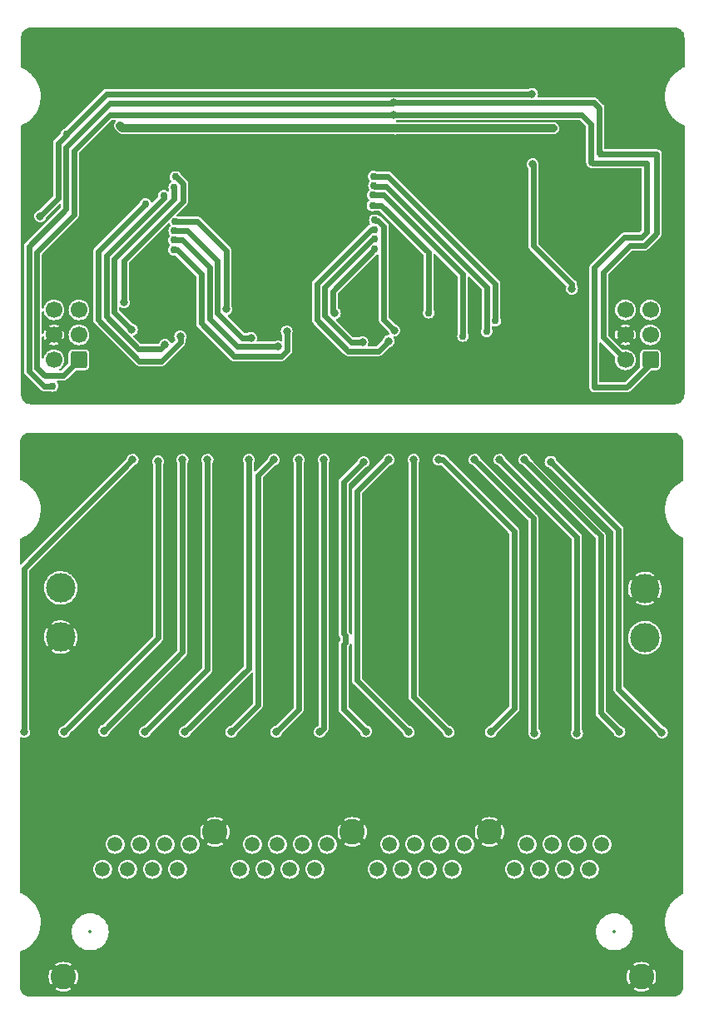
<source format=gbl>
%TF.GenerationSoftware,KiCad,Pcbnew,(6.0.9)*%
%TF.CreationDate,2023-11-09T20:34:28+05:30*%
%TF.ProjectId,Modular-I2C-4PxRJ45-Relay-Driver,4d6f6475-6c61-4722-9d49-32432d345078,2*%
%TF.SameCoordinates,Original*%
%TF.FileFunction,Copper,L2,Bot*%
%TF.FilePolarity,Positive*%
%FSLAX46Y46*%
G04 Gerber Fmt 4.6, Leading zero omitted, Abs format (unit mm)*
G04 Created by KiCad (PCBNEW (6.0.9)) date 2023-11-09 20:34:28*
%MOMM*%
%LPD*%
G01*
G04 APERTURE LIST*
G04 Aperture macros list*
%AMRoundRect*
0 Rectangle with rounded corners*
0 $1 Rounding radius*
0 $2 $3 $4 $5 $6 $7 $8 $9 X,Y pos of 4 corners*
0 Add a 4 corners polygon primitive as box body*
4,1,4,$2,$3,$4,$5,$6,$7,$8,$9,$2,$3,0*
0 Add four circle primitives for the rounded corners*
1,1,$1+$1,$2,$3*
1,1,$1+$1,$4,$5*
1,1,$1+$1,$6,$7*
1,1,$1+$1,$8,$9*
0 Add four rect primitives between the rounded corners*
20,1,$1+$1,$2,$3,$4,$5,0*
20,1,$1+$1,$4,$5,$6,$7,0*
20,1,$1+$1,$6,$7,$8,$9,0*
20,1,$1+$1,$8,$9,$2,$3,0*%
G04 Aperture macros list end*
%TA.AperFunction,ComponentPad*%
%ADD10RoundRect,0.250000X0.600000X0.600000X-0.600000X0.600000X-0.600000X-0.600000X0.600000X-0.600000X0*%
%TD*%
%TA.AperFunction,ComponentPad*%
%ADD11C,1.700000*%
%TD*%
%TA.AperFunction,ComponentPad*%
%ADD12C,3.000000*%
%TD*%
%TA.AperFunction,ComponentPad*%
%ADD13C,1.500000*%
%TD*%
%TA.AperFunction,ComponentPad*%
%ADD14C,2.600000*%
%TD*%
%TA.AperFunction,ViaPad*%
%ADD15C,0.800000*%
%TD*%
%TA.AperFunction,ViaPad*%
%ADD16C,0.756400*%
%TD*%
%TA.AperFunction,Conductor*%
%ADD17C,0.609600*%
%TD*%
%TA.AperFunction,Conductor*%
%ADD18C,0.812800*%
%TD*%
%ADD19C,0.350000*%
G04 APERTURE END LIST*
D10*
%TO.P,J1,1,Pin_1*%
%TO.N,SCL*%
X179933600Y-54864000D03*
D11*
%TO.P,J1,2,Pin_2*%
%TO.N,SDA*%
X177393600Y-54864000D03*
%TO.P,J1,3,Pin_3*%
%TO.N,Net-(J1-Pad3)*%
X179933600Y-52324000D03*
%TO.P,J1,4,Pin_4*%
%TO.N,GNDREF*%
X177393600Y-52324000D03*
%TO.P,J1,5,Pin_5*%
%TO.N,VCC*%
X179933600Y-49784000D03*
%TO.P,J1,6,Pin_6*%
%TO.N,RST*%
X177393600Y-49784000D03*
%TD*%
D12*
%TO.P,J4,1,1*%
%TO.N,VDD*%
X179367900Y-83133800D03*
%TO.P,J4,2,2*%
%TO.N,GNDPWR*%
X179367900Y-78135800D03*
%TD*%
D10*
%TO.P,J2,1,Pin_1*%
%TO.N,SCL*%
X121793000Y-54864000D03*
D11*
%TO.P,J2,2,Pin_2*%
%TO.N,SDA*%
X119253000Y-54864000D03*
%TO.P,J2,3,Pin_3*%
%TO.N,Net-(J1-Pad3)*%
X121793000Y-52324000D03*
%TO.P,J2,4,Pin_4*%
%TO.N,GNDREF*%
X119253000Y-52324000D03*
%TO.P,J2,5,Pin_5*%
%TO.N,VCC*%
X121793000Y-49784000D03*
%TO.P,J2,6,Pin_6*%
%TO.N,RST*%
X119253000Y-49784000D03*
%TD*%
D12*
%TO.P,J3,1,1*%
%TO.N,VDD*%
X119938800Y-78069800D03*
%TO.P,J3,2,2*%
%TO.N,GNDPWR*%
X119938800Y-83067800D03*
%TD*%
D13*
%TO.P,RJ45-1,A1,A1*%
%TO.N,RC1+*%
X124206000Y-106692500D03*
%TO.P,RJ45-1,A2,A2*%
%TO.N,RC1-*%
X125476000Y-104152500D03*
%TO.P,RJ45-1,A3,A3*%
%TO.N,RC2+*%
X126746000Y-106692500D03*
%TO.P,RJ45-1,A4,A4*%
%TO.N,RC2-*%
X128016000Y-104152500D03*
%TO.P,RJ45-1,A5,A5*%
%TO.N,RC3+*%
X129286000Y-106692500D03*
%TO.P,RJ45-1,A6,A6*%
%TO.N,RC3-*%
X130556000Y-104152500D03*
%TO.P,RJ45-1,A7,A7*%
%TO.N,RC4+*%
X131826000Y-106692500D03*
%TO.P,RJ45-1,A8,A8*%
%TO.N,RC4-*%
X133096000Y-104152500D03*
%TO.P,RJ45-1,B1,B1*%
%TO.N,RC5+*%
X138176000Y-106692500D03*
%TO.P,RJ45-1,B2,B2*%
%TO.N,RC5-*%
X139446000Y-104152500D03*
%TO.P,RJ45-1,B3,B3*%
%TO.N,RC6+*%
X140716000Y-106692500D03*
%TO.P,RJ45-1,B4,B4*%
%TO.N,RC6-*%
X141986000Y-104152500D03*
%TO.P,RJ45-1,B5,B5*%
%TO.N,RC7+*%
X143256000Y-106692500D03*
%TO.P,RJ45-1,B6,B6*%
%TO.N,RC7-*%
X144526000Y-104152500D03*
%TO.P,RJ45-1,B7,B7*%
%TO.N,RC8+*%
X145796000Y-106692500D03*
%TO.P,RJ45-1,B8,B8*%
%TO.N,RC8-*%
X147066000Y-104152500D03*
%TO.P,RJ45-1,C1,C1*%
%TO.N,RC9+*%
X152146000Y-106692500D03*
%TO.P,RJ45-1,C2,C2*%
%TO.N,RC9-*%
X153416000Y-104152500D03*
%TO.P,RJ45-1,C3,C3*%
%TO.N,RC10+*%
X154686000Y-106692500D03*
%TO.P,RJ45-1,C4,C4*%
%TO.N,RC10-*%
X155956000Y-104152500D03*
%TO.P,RJ45-1,C5,C5*%
%TO.N,RC11+*%
X157226000Y-106692500D03*
%TO.P,RJ45-1,C6,C6*%
%TO.N,RC11-*%
X158496000Y-104152500D03*
%TO.P,RJ45-1,C7,C7*%
%TO.N,RC12+*%
X159766000Y-106692500D03*
%TO.P,RJ45-1,C8,C8*%
%TO.N,RC12-*%
X161036000Y-104152500D03*
%TO.P,RJ45-1,D1,D1*%
%TO.N,RC13+*%
X166116000Y-106692500D03*
%TO.P,RJ45-1,D2,D2*%
%TO.N,RC13-*%
X167386000Y-104152500D03*
%TO.P,RJ45-1,D3,D3*%
%TO.N,RC14+*%
X168656000Y-106692500D03*
%TO.P,RJ45-1,D4,D4*%
%TO.N,RC14-*%
X169926000Y-104152500D03*
%TO.P,RJ45-1,D5,D5*%
%TO.N,RC15+*%
X171196000Y-106692500D03*
%TO.P,RJ45-1,D6,D6*%
%TO.N,RC15-*%
X172466000Y-104152500D03*
%TO.P,RJ45-1,D7,D7*%
%TO.N,RC16+*%
X173736000Y-106692500D03*
%TO.P,RJ45-1,D8,D8*%
%TO.N,RC16-*%
X175006000Y-104152500D03*
D14*
%TO.P,RJ45-1,EH,EH*%
%TO.N,GNDPWR*%
X163576000Y-102882500D03*
X179006000Y-117612500D03*
X120206000Y-117612500D03*
X149606000Y-102882500D03*
X135636000Y-102882500D03*
%TD*%
D15*
%TO.N,GNDREF*%
X129413000Y-51181000D03*
X158851600Y-51206400D03*
X150622000Y-51181000D03*
X139827000Y-51054000D03*
%TO.N,SCL*%
X153797000Y-29952800D03*
D16*
X173990000Y-34798000D03*
D15*
%TO.N,SDA*%
X153807800Y-28712800D03*
D16*
X119126000Y-57531000D03*
X174879000Y-33983300D03*
D15*
%TO.N,RST*%
X171951350Y-47631650D03*
X117856000Y-40259000D03*
X167965071Y-34994800D03*
X167887350Y-27808500D03*
D16*
X120498350Y-31932800D03*
D15*
%TO.N,p2-a*%
X136772350Y-49726800D03*
D16*
X131572000Y-40792400D03*
%TO.N,p2-b*%
X131485457Y-41744377D03*
D15*
X139319000Y-52632500D03*
D16*
%TO.N,p2-c*%
X131464095Y-42700040D03*
D15*
X142062903Y-53536800D03*
%TO.N,p2-d*%
X142925800Y-51993800D03*
D16*
X131433820Y-43665464D03*
%TO.N,p4-a*%
X157378400Y-50088800D03*
X151646097Y-39158703D03*
%TO.N,p4-b*%
X151654200Y-38102800D03*
X160851580Y-52457620D03*
%TO.N,p4-c*%
X163271200Y-51968400D03*
X151795563Y-37157408D03*
%TO.N,p4-d*%
X164153700Y-50901600D03*
X151755693Y-36202337D03*
%TO.N,p1-a*%
X131598497Y-36246897D03*
D15*
X126373874Y-49022000D03*
D16*
%TO.N,p1-b*%
X131486000Y-37302800D03*
D15*
X127176574Y-51816000D03*
D16*
%TO.N,p1-c*%
X130406400Y-38169700D03*
D15*
X130556000Y-53340000D03*
D16*
%TO.N,p1-d*%
X128577152Y-39000558D03*
D15*
X132092700Y-52463700D03*
D16*
%TO.N,p3-a*%
X151892494Y-43628703D03*
D15*
X147821350Y-50107800D03*
%TO.N,p3-b*%
X150632043Y-53070700D03*
D16*
X151873000Y-42564000D03*
D15*
%TO.N,p3-c*%
X153289000Y-52959000D03*
D16*
X151839441Y-41608687D03*
D15*
%TO.N,p3-d*%
X153873200Y-51866800D03*
D16*
X151876811Y-40653515D03*
D15*
%TO.N,VCC*%
X125984000Y-31038800D03*
X170046350Y-31311550D03*
X153974800Y-31343600D03*
%TO.N,GNDPWR*%
X142748000Y-94615000D03*
X162306000Y-73202800D03*
X152857200Y-74625200D03*
X151892000Y-72034400D03*
X153771600Y-75895200D03*
X162356800Y-80518000D03*
X147968000Y-83251300D03*
X156972000Y-83921600D03*
X163322000Y-77317600D03*
X164287200Y-74625200D03*
X138176000Y-94488000D03*
X162306000Y-71932800D03*
X152857200Y-78130400D03*
X163271200Y-74625200D03*
X151892000Y-73355200D03*
X162356800Y-75742800D03*
X163322000Y-75793600D03*
X162306000Y-74574400D03*
X156210000Y-94615000D03*
X153771600Y-77063600D03*
X164287200Y-73253600D03*
X163322000Y-80518000D03*
X151892000Y-70561200D03*
X117094000Y-94615000D03*
X173355000Y-94615000D03*
X177673000Y-94615000D03*
X160426400Y-78435200D03*
X170078400Y-83820000D03*
X153771600Y-72034400D03*
X151892000Y-77063600D03*
X162356800Y-78384400D03*
X125222000Y-94742000D03*
X164592000Y-94615000D03*
X161391600Y-79451200D03*
X162356800Y-77317600D03*
X160426400Y-77368400D03*
X164338000Y-75793600D03*
X181991000Y-94615000D03*
X133604000Y-94488000D03*
X129413000Y-94742000D03*
X170636000Y-77564800D03*
X151892000Y-94488000D03*
X161391600Y-78435200D03*
X152857200Y-70561200D03*
X163271200Y-73253600D03*
X152857200Y-77063600D03*
X153771600Y-73355200D03*
X152857200Y-75895200D03*
X161391600Y-77368400D03*
X152857200Y-73355200D03*
X158953200Y-83921600D03*
X164287200Y-71983600D03*
X151892000Y-75895200D03*
X163322000Y-79400400D03*
X157937200Y-83921600D03*
X161391600Y-80568800D03*
X160426400Y-79451200D03*
X151892000Y-74625200D03*
X147320000Y-94488000D03*
X162356800Y-79400400D03*
X169164000Y-94615000D03*
X160401000Y-94488000D03*
X160426400Y-80568800D03*
X153771600Y-78130400D03*
X121031000Y-94615000D03*
X163322000Y-78384400D03*
X153771600Y-70561200D03*
X162356800Y-70612000D03*
X153771600Y-74625200D03*
X163271200Y-71983600D03*
X152857200Y-72034400D03*
%TO.N,p1-a5*%
X127254000Y-65024000D03*
X116205000Y-92710000D03*
%TO.N,p1-b5*%
X120294400Y-92710000D03*
X129844800Y-65176400D03*
%TO.N,p1-c5*%
X124333000Y-92583000D03*
X132334000Y-65024000D03*
%TO.N,p1-d5*%
X134874000Y-65024000D03*
X128524000Y-92710000D03*
%TO.N,p2-a5*%
X132588000Y-92710000D03*
X139065000Y-65024000D03*
%TO.N,p2-b5*%
X137287000Y-92710000D03*
X141605000Y-65024000D03*
%TO.N,p2-c5*%
X144145000Y-65024000D03*
X141859000Y-92710000D03*
%TO.N,p2-d5*%
X146304000Y-92710000D03*
X146685000Y-65024000D03*
%TO.N,p3-a5*%
X150723600Y-65278000D03*
X150977600Y-92659200D03*
%TO.N,p3-b5*%
X153289000Y-65024000D03*
X155321000Y-92710000D03*
%TO.N,p3-c5*%
X159385000Y-92710000D03*
X155829000Y-65024000D03*
%TO.N,p3-d5*%
X158369000Y-65024000D03*
X163703000Y-92710000D03*
%TO.N,p4-a5*%
X162052000Y-65024000D03*
X168148000Y-92837000D03*
%TO.N,p4-b5*%
X164592000Y-65024000D03*
X172466000Y-92837000D03*
%TO.N,p4-c5*%
X167132000Y-65024000D03*
X176784000Y-92710000D03*
%TO.N,p4-d5*%
X169773600Y-65227200D03*
X181102000Y-92760800D03*
%TD*%
D17*
%TO.N,SCL*%
X153797000Y-29952800D02*
X124892618Y-29952800D01*
X121278350Y-40138650D02*
X117508350Y-43908650D01*
X118310823Y-56472800D02*
X120184200Y-56472800D01*
X174237350Y-57658000D02*
X177546000Y-57658000D01*
X173863000Y-34671000D02*
X173990000Y-34798000D01*
X121278350Y-33567068D02*
X121278350Y-40138650D01*
X177546000Y-57658000D02*
X179933600Y-55270400D01*
X177279894Y-42430106D02*
X174237350Y-45472650D01*
X173990000Y-34798000D02*
X174064300Y-34872300D01*
X179933600Y-55270400D02*
X179933600Y-54864000D01*
X173863000Y-30861000D02*
X173863000Y-34671000D01*
X174237350Y-45472650D02*
X174237350Y-57658000D01*
X174064300Y-34872300D02*
X179571350Y-34872300D01*
X120184200Y-56472800D02*
X121793000Y-54864000D01*
X117508350Y-43908650D02*
X117508350Y-55670327D01*
X172954800Y-29952800D02*
X173863000Y-30861000D01*
X117508350Y-55670327D02*
X118310823Y-56472800D01*
X153797000Y-29952800D02*
X172954800Y-29952800D01*
X179008350Y-42430106D02*
X177279894Y-42430106D01*
X124892618Y-29952800D02*
X121278350Y-33567068D01*
X179571350Y-41867106D02*
X179008350Y-42430106D01*
X179571350Y-34872300D02*
X179571350Y-41867106D01*
%TO.N,SDA*%
X118224075Y-57531000D02*
X119126000Y-57531000D01*
X174203297Y-28712800D02*
X174752000Y-29261503D01*
X179343018Y-43239706D02*
X177867294Y-43239706D01*
X175126350Y-45980650D02*
X175126350Y-52596750D01*
X120469230Y-39550770D02*
X116699230Y-43320770D01*
X174752000Y-33856300D02*
X174879000Y-33983300D01*
X120469230Y-33231920D02*
X120469230Y-39550770D01*
X180594000Y-41988724D02*
X179343018Y-43239706D01*
X175126350Y-52596750D02*
X177393600Y-54864000D01*
X116699230Y-56006155D02*
X118224075Y-57531000D01*
X177867294Y-43239706D02*
X175126350Y-45980650D01*
X153807800Y-28712800D02*
X174203297Y-28712800D01*
X180594000Y-33983300D02*
X180594000Y-41988724D01*
X153807800Y-28712800D02*
X153757800Y-28762800D01*
X174879000Y-33983300D02*
X180594000Y-33983300D01*
X116699230Y-43320770D02*
X116699230Y-56006155D01*
X174752000Y-29261503D02*
X174752000Y-33856300D01*
X124938350Y-28762800D02*
X120469230Y-33231920D01*
X153757800Y-28762800D02*
X124938350Y-28762800D01*
%TO.N,RST*%
X119660110Y-38454890D02*
X119660110Y-32866890D01*
X171951350Y-47631650D02*
X171951350Y-47186800D01*
X167887350Y-27808500D02*
X124622650Y-27808500D01*
X119660110Y-32866890D02*
X120498350Y-32028650D01*
X167995600Y-35025329D02*
X167965071Y-34994800D01*
X124622650Y-27808500D02*
X120498350Y-31932800D01*
X167995600Y-43231050D02*
X167995600Y-35025329D01*
X120498350Y-32028650D02*
X120498350Y-31932800D01*
X171951350Y-47186800D02*
X167995600Y-43231050D01*
X117856000Y-40259000D02*
X119660110Y-38454890D01*
%TO.N,p2-a*%
X131572000Y-40792400D02*
X133807200Y-40792400D01*
X133807200Y-40792400D02*
X136772350Y-43757550D01*
X136772350Y-43757550D02*
X136772350Y-49726800D01*
%TO.N,p2-b*%
X135867550Y-50101581D02*
X138398469Y-52632500D01*
X138398469Y-52632500D02*
X139319000Y-52632500D01*
X135867550Y-44783150D02*
X135867550Y-50101581D01*
X132828777Y-41744377D02*
X135867550Y-44783150D01*
X131485457Y-41744377D02*
X132828777Y-41744377D01*
%TO.N,p2-c*%
X135057950Y-45446750D02*
X135057950Y-50679150D01*
X135057950Y-50679150D02*
X137915600Y-53536800D01*
X137915600Y-53536800D02*
X142062903Y-53536800D01*
X131464095Y-42700040D02*
X132311240Y-42700040D01*
X132311240Y-42700040D02*
X135057950Y-45446750D01*
%TO.N,p2-d*%
X131752664Y-43665464D02*
X134213600Y-46126400D01*
X137541000Y-54483000D02*
X142396284Y-54483000D01*
X134213600Y-46126400D02*
X134213600Y-51155600D01*
X134213600Y-51155600D02*
X137541000Y-54483000D01*
X131433820Y-43665464D02*
X131752664Y-43665464D01*
X142396284Y-54483000D02*
X142967703Y-53911581D01*
X142967703Y-53911581D02*
X142967703Y-52035703D01*
X142967703Y-52035703D02*
X142925800Y-51993800D01*
%TO.N,p4-a*%
X157378400Y-43967400D02*
X157378400Y-50088800D01*
X151646097Y-39158703D02*
X152569703Y-39158703D01*
X152569703Y-39158703D02*
X157378400Y-43967400D01*
%TO.N,p4-b*%
X152781852Y-38102800D02*
X160851580Y-46172528D01*
X151654200Y-38102800D02*
X152781852Y-38102800D01*
X160851580Y-46172528D02*
X160851580Y-52457620D01*
%TO.N,p4-c*%
X151857955Y-37219800D02*
X153043800Y-37219800D01*
X151795563Y-37157408D02*
X151857955Y-37219800D01*
X153043800Y-37219800D02*
X163271200Y-47447200D01*
X163271200Y-47447200D02*
X163271200Y-51968400D01*
%TO.N,p4-d*%
X151755693Y-36202337D02*
X153219887Y-36202337D01*
X164153700Y-47136150D02*
X164153700Y-50901600D01*
X153219887Y-36202337D02*
X164153700Y-47136150D01*
%TO.N,p1-a*%
X131598497Y-36246897D02*
X131678848Y-36246897D01*
X126373874Y-44741775D02*
X126373874Y-49022000D01*
X132384800Y-36952849D02*
X132384800Y-38730849D01*
X131678848Y-36246897D02*
X132384800Y-36952849D01*
X132384800Y-38730849D02*
X126373874Y-44741775D01*
%TO.N,p1-b*%
X131486000Y-38484701D02*
X125374400Y-44596301D01*
X125374400Y-44596301D02*
X125374400Y-50013826D01*
X125374400Y-50013826D02*
X127176574Y-51816000D01*
X131486000Y-37302800D02*
X131486000Y-38484701D01*
%TO.N,p1-c*%
X130135450Y-53760550D02*
X130556000Y-53340000D01*
X127841543Y-53760550D02*
X130135450Y-53760550D01*
X124564800Y-44260954D02*
X124564800Y-50483807D01*
X130406400Y-38419354D02*
X124564800Y-44260954D01*
X130406400Y-38169700D02*
X130406400Y-38419354D01*
X124564800Y-50483807D02*
X127841543Y-53760550D01*
%TO.N,p1-d*%
X128577152Y-39000558D02*
X123755200Y-43822510D01*
X123755200Y-50819155D02*
X127927045Y-54991000D01*
X132092700Y-53082881D02*
X132092700Y-52463700D01*
X123755200Y-43822510D02*
X123755200Y-50819155D01*
X127927045Y-54991000D02*
X130184581Y-54991000D01*
X130184581Y-54991000D02*
X132092700Y-53082881D01*
%TO.N,p3-a*%
X151892494Y-43628703D02*
X147608350Y-47912847D01*
X147608350Y-49894800D02*
X147821350Y-50107800D01*
X147608350Y-47912847D02*
X147608350Y-49894800D01*
%TO.N,p3-b*%
X146798750Y-50364781D02*
X146798750Y-47473696D01*
X150632043Y-53070700D02*
X149504669Y-53070700D01*
X149504669Y-53070700D02*
X146798750Y-50364781D01*
X146798750Y-47473696D02*
X151708446Y-42564000D01*
X151708446Y-42564000D02*
X151873000Y-42564000D01*
%TO.N,p3-c*%
X149174200Y-53975000D02*
X152273000Y-53975000D01*
X151839441Y-41608687D02*
X151518812Y-41608687D01*
X151518812Y-41608687D02*
X145989150Y-47138349D01*
X152273000Y-53975000D02*
X153289000Y-52959000D01*
X145989150Y-50789950D02*
X149174200Y-53975000D01*
X145989150Y-47138349D02*
X145989150Y-50789950D01*
%TO.N,p3-d*%
X151948983Y-40725687D02*
X152205192Y-40725687D01*
X151876811Y-40653515D02*
X151948983Y-40725687D01*
X152205192Y-40725687D02*
X152806400Y-41326895D01*
X152806400Y-41326895D02*
X152806400Y-50800000D01*
X152806400Y-50800000D02*
X153873200Y-51866800D01*
D18*
%TO.N,VCC*%
X126238000Y-31292800D02*
X125984000Y-31038800D01*
X153974800Y-31343600D02*
X153924000Y-31292800D01*
X154025600Y-31292800D02*
X153974800Y-31343600D01*
X166417100Y-31311550D02*
X166398350Y-31292800D01*
X166398350Y-31292800D02*
X154025600Y-31292800D01*
X170046350Y-31311550D02*
X166417100Y-31311550D01*
X153924000Y-31292800D02*
X126238000Y-31292800D01*
D17*
%TO.N,p1-a5*%
X127254000Y-65024000D02*
X116205000Y-76073000D01*
X116205000Y-76073000D02*
X116205000Y-92710000D01*
%TO.N,p1-b5*%
X129844800Y-65176400D02*
X129844800Y-83159600D01*
X129844800Y-83159600D02*
X120294400Y-92710000D01*
%TO.N,p1-c5*%
X132334000Y-84582000D02*
X124333000Y-92583000D01*
X132334000Y-65024000D02*
X132334000Y-84582000D01*
%TO.N,p1-d5*%
X134874000Y-86360000D02*
X128524000Y-92710000D01*
X134874000Y-65024000D02*
X134874000Y-86360000D01*
%TO.N,p2-a5*%
X139065000Y-65024000D02*
X139065000Y-86233000D01*
X139065000Y-86233000D02*
X132588000Y-92710000D01*
%TO.N,p2-b5*%
X140002200Y-89994800D02*
X137287000Y-92710000D01*
X141605000Y-65024000D02*
X140002200Y-66626800D01*
X140002200Y-66626800D02*
X140002200Y-89994800D01*
%TO.N,p2-c5*%
X144145000Y-90424000D02*
X141859000Y-92710000D01*
X144145000Y-65024000D02*
X144145000Y-90424000D01*
%TO.N,p2-d5*%
X146685000Y-65024000D02*
X146685000Y-92329000D01*
X146685000Y-92329000D02*
X146304000Y-92710000D01*
%TO.N,p3-a5*%
X148691600Y-67310000D02*
X148691600Y-82695319D01*
X148872800Y-83626081D02*
X148691600Y-83807281D01*
X148691600Y-82695319D02*
X148872800Y-82876519D01*
X150723600Y-65278000D02*
X148691600Y-67310000D01*
X148872800Y-82876519D02*
X148872800Y-83626081D01*
X148691600Y-90373200D02*
X150977600Y-92659200D01*
X148691600Y-83807281D02*
X148691600Y-90373200D01*
%TO.N,p3-b5*%
X150063200Y-87452200D02*
X155321000Y-92710000D01*
X153289000Y-65024000D02*
X150063200Y-68249800D01*
X150063200Y-68249800D02*
X150063200Y-87452200D01*
%TO.N,p3-c5*%
X155829000Y-65024000D02*
X155829000Y-89154000D01*
X155829000Y-89154000D02*
X159385000Y-92710000D01*
%TO.N,p3-d5*%
X158800800Y-65024000D02*
X166065200Y-72288400D01*
X158369000Y-65024000D02*
X158800800Y-65024000D01*
X166065200Y-90347800D02*
X163703000Y-92710000D01*
X166065200Y-72288400D02*
X166065200Y-90347800D01*
%TO.N,p4-a5*%
X167995600Y-92684600D02*
X168148000Y-92837000D01*
X167995600Y-70967600D02*
X167995600Y-92684600D01*
X162052000Y-65024000D02*
X167995600Y-70967600D01*
%TO.N,p4-b5*%
X164592000Y-65024000D02*
X172466000Y-72898000D01*
X172466000Y-72898000D02*
X172466000Y-92837000D01*
%TO.N,p4-c5*%
X174853600Y-90779600D02*
X176784000Y-92710000D01*
X167132000Y-65024000D02*
X174853600Y-72745600D01*
X174853600Y-72745600D02*
X174853600Y-90779600D01*
%TO.N,p4-d5*%
X176682400Y-72136000D02*
X176682400Y-88341200D01*
X169773600Y-65227200D02*
X176682400Y-72136000D01*
X176682400Y-88341200D02*
X181102000Y-92760800D01*
%TD*%
%TA.AperFunction,Conductor*%
%TO.N,GNDREF*%
G36*
X182400914Y-21082484D02*
G01*
X182581237Y-21100245D01*
X182600573Y-21104092D01*
X182769199Y-21155243D01*
X182787419Y-21162790D01*
X182942831Y-21245859D01*
X182959225Y-21256813D01*
X183095450Y-21368609D01*
X183109391Y-21382550D01*
X183221187Y-21518775D01*
X183232141Y-21535169D01*
X183315210Y-21690581D01*
X183322757Y-21708801D01*
X183373908Y-21877425D01*
X183377756Y-21896766D01*
X183395516Y-22077086D01*
X183396000Y-22086947D01*
X183396000Y-25064121D01*
X183376787Y-25123252D01*
X183335401Y-25156426D01*
X183311000Y-25167000D01*
X183310572Y-25167197D01*
X183310551Y-25167206D01*
X183127956Y-25251101D01*
X183127950Y-25251104D01*
X183126000Y-25252000D01*
X183098641Y-25267528D01*
X182941875Y-25356503D01*
X182941861Y-25356512D01*
X182941000Y-25357000D01*
X182940166Y-25357518D01*
X182940157Y-25357523D01*
X182797385Y-25446140D01*
X182797377Y-25446145D01*
X182796000Y-25447000D01*
X182794677Y-25447945D01*
X182663993Y-25541291D01*
X182656000Y-25547000D01*
X182571000Y-25617000D01*
X182426000Y-25742000D01*
X182286000Y-25877000D01*
X182171000Y-26002000D01*
X182026000Y-26182000D01*
X182024817Y-26183752D01*
X182024813Y-26183758D01*
X181924523Y-26332337D01*
X181891000Y-26382000D01*
X181890163Y-26383435D01*
X181832667Y-26482000D01*
X181821000Y-26502000D01*
X181746000Y-26637000D01*
X181661000Y-26817000D01*
X181591000Y-26997000D01*
X181551000Y-27107000D01*
X181550583Y-27108390D01*
X181550581Y-27108396D01*
X181523223Y-27199591D01*
X181521000Y-27207000D01*
X181491000Y-27317000D01*
X181490700Y-27318423D01*
X181490698Y-27318433D01*
X181451622Y-27504046D01*
X181451000Y-27507000D01*
X181436000Y-27612000D01*
X181435944Y-27612465D01*
X181435941Y-27612485D01*
X181416087Y-27776278D01*
X181416084Y-27776311D01*
X181416000Y-27777000D01*
X181406000Y-27887000D01*
X181401000Y-28062000D01*
X181401000Y-28162000D01*
X181401105Y-28163621D01*
X181401105Y-28163634D01*
X181408548Y-28278995D01*
X181411000Y-28317000D01*
X181411021Y-28317269D01*
X181411023Y-28317302D01*
X181413053Y-28343693D01*
X181421000Y-28447000D01*
X181446000Y-28617000D01*
X181446343Y-28618602D01*
X181446344Y-28618606D01*
X181452772Y-28648601D01*
X181476000Y-28757000D01*
X181501000Y-28872000D01*
X181531000Y-28982000D01*
X181531336Y-28983045D01*
X181531343Y-28983069D01*
X181545486Y-29027068D01*
X181576000Y-29122000D01*
X181616000Y-29232000D01*
X181616750Y-29233673D01*
X181616752Y-29233678D01*
X181681000Y-29377000D01*
X181724456Y-29473568D01*
X181726000Y-29477000D01*
X181781000Y-29582000D01*
X181781285Y-29582512D01*
X181781292Y-29582526D01*
X181799387Y-29615097D01*
X181831000Y-29672000D01*
X181831586Y-29672951D01*
X181831587Y-29672954D01*
X181871000Y-29737000D01*
X181871163Y-29737266D01*
X181925480Y-29826150D01*
X181925493Y-29826170D01*
X181926000Y-29827000D01*
X181976000Y-29902000D01*
X182016000Y-29957000D01*
X182066000Y-30022000D01*
X182126000Y-30097000D01*
X182206000Y-30192000D01*
X182206970Y-30193028D01*
X182206978Y-30193036D01*
X182290491Y-30281462D01*
X182290522Y-30281493D01*
X182291000Y-30282000D01*
X182396000Y-30387000D01*
X182466000Y-30452000D01*
X182466840Y-30452714D01*
X182548792Y-30522373D01*
X182566000Y-30537000D01*
X182566713Y-30537563D01*
X182566718Y-30537567D01*
X182654667Y-30607000D01*
X182661000Y-30612000D01*
X182661980Y-30612700D01*
X182661992Y-30612709D01*
X182730620Y-30661729D01*
X182730645Y-30661747D01*
X182731000Y-30662000D01*
X182826000Y-30727000D01*
X182921000Y-30787000D01*
X182921647Y-30787381D01*
X182921669Y-30787394D01*
X183005454Y-30836679D01*
X183006000Y-30837000D01*
X183006524Y-30837291D01*
X183006564Y-30837314D01*
X183072928Y-30874182D01*
X183096000Y-30887000D01*
X183176000Y-30927000D01*
X183311000Y-30992000D01*
X183331214Y-30999701D01*
X183379630Y-31038703D01*
X183396000Y-31093709D01*
X183396000Y-58387053D01*
X183395516Y-58396914D01*
X183377756Y-58577234D01*
X183373908Y-58596575D01*
X183322757Y-58765199D01*
X183315210Y-58783419D01*
X183232141Y-58938831D01*
X183221187Y-58955225D01*
X183109393Y-59091448D01*
X183095450Y-59105391D01*
X182959225Y-59217187D01*
X182942831Y-59228141D01*
X182787419Y-59311210D01*
X182769200Y-59318757D01*
X182600573Y-59369908D01*
X182581237Y-59373755D01*
X182404671Y-59391146D01*
X182400914Y-59391516D01*
X182391053Y-59392000D01*
X116900947Y-59392000D01*
X116891086Y-59391516D01*
X116887329Y-59391146D01*
X116710763Y-59373755D01*
X116691427Y-59369908D01*
X116522800Y-59318757D01*
X116504581Y-59311210D01*
X116349169Y-59228141D01*
X116332775Y-59217187D01*
X116196550Y-59105391D01*
X116182607Y-59091448D01*
X116070813Y-58955225D01*
X116059859Y-58938831D01*
X115976790Y-58783419D01*
X115969243Y-58765199D01*
X115918092Y-58596575D01*
X115914244Y-58577234D01*
X115896484Y-58396914D01*
X115896000Y-58387053D01*
X115896000Y-43355711D01*
X116186691Y-43355711D01*
X116188187Y-43362719D01*
X116188187Y-43362721D01*
X116188513Y-43364250D01*
X116190730Y-43385252D01*
X116190730Y-55937923D01*
X116189289Y-55950821D01*
X116189313Y-55950823D01*
X116188739Y-55957961D01*
X116187156Y-55964955D01*
X116187600Y-55972110D01*
X116190537Y-56019453D01*
X116190730Y-56025682D01*
X116190730Y-56042668D01*
X116191238Y-56046215D01*
X116191238Y-56046217D01*
X116192357Y-56054029D01*
X116193179Y-56062054D01*
X116196175Y-56110332D01*
X116198608Y-56117070D01*
X116198608Y-56117072D01*
X116199712Y-56120129D01*
X116204673Y-56140027D01*
X116206150Y-56150342D01*
X116209118Y-56156869D01*
X116226168Y-56194368D01*
X116229211Y-56201844D01*
X116245634Y-56247336D01*
X116249861Y-56253123D01*
X116249862Y-56253124D01*
X116251782Y-56255753D01*
X116262126Y-56273454D01*
X116263471Y-56276413D01*
X116263473Y-56276416D01*
X116266438Y-56282937D01*
X116271115Y-56288365D01*
X116298015Y-56319585D01*
X116303030Y-56325901D01*
X116311655Y-56337707D01*
X116323301Y-56349353D01*
X116328377Y-56354821D01*
X116361517Y-56393282D01*
X116368846Y-56398033D01*
X116385262Y-56411314D01*
X117816263Y-57842316D01*
X117824364Y-57852454D01*
X117824382Y-57852439D01*
X117829025Y-57857895D01*
X117832851Y-57863958D01*
X117867142Y-57894243D01*
X117873773Y-57900099D01*
X117878314Y-57904367D01*
X117890329Y-57916382D01*
X117899526Y-57923275D01*
X117905774Y-57928362D01*
X117925764Y-57946016D01*
X117942026Y-57960378D01*
X117948508Y-57963421D01*
X117948517Y-57963427D01*
X117951459Y-57964808D01*
X117969034Y-57975367D01*
X117977370Y-57981615D01*
X118014958Y-57995706D01*
X118022651Y-57998590D01*
X118030090Y-58001725D01*
X118060961Y-58016218D01*
X118073875Y-58022281D01*
X118084170Y-58023884D01*
X118104005Y-58029088D01*
X118107044Y-58030227D01*
X118107046Y-58030227D01*
X118113759Y-58032744D01*
X118161980Y-58036327D01*
X118169993Y-58037247D01*
X118184461Y-58039500D01*
X118200938Y-58039500D01*
X118208394Y-58039777D01*
X118251867Y-58043008D01*
X118251869Y-58043008D01*
X118259016Y-58043539D01*
X118267552Y-58041717D01*
X118288553Y-58039500D01*
X118813041Y-58039500D01*
X118851539Y-58047158D01*
X118974094Y-58097922D01*
X118980630Y-58098783D01*
X118980632Y-58098783D01*
X119119460Y-58117060D01*
X119126000Y-58117921D01*
X119132540Y-58117060D01*
X119271368Y-58098783D01*
X119271370Y-58098783D01*
X119277906Y-58097922D01*
X119419461Y-58039288D01*
X119541016Y-57946016D01*
X119634288Y-57824460D01*
X119692922Y-57682906D01*
X119712921Y-57531000D01*
X119692922Y-57379094D01*
X119634288Y-57237540D01*
X119561854Y-57143141D01*
X119541100Y-57084533D01*
X119558759Y-57024919D01*
X119608086Y-56987070D01*
X119641666Y-56981300D01*
X120115968Y-56981300D01*
X120128866Y-56982741D01*
X120128868Y-56982717D01*
X120136006Y-56983291D01*
X120143000Y-56984874D01*
X120197498Y-56981493D01*
X120203727Y-56981300D01*
X120220713Y-56981300D01*
X120224260Y-56980792D01*
X120224262Y-56980792D01*
X120226905Y-56980413D01*
X120232081Y-56979672D01*
X120240099Y-56978851D01*
X120256433Y-56977837D01*
X120281226Y-56976299D01*
X120281228Y-56976299D01*
X120288377Y-56975855D01*
X120295115Y-56973422D01*
X120295117Y-56973422D01*
X120298174Y-56972318D01*
X120318072Y-56967357D01*
X120328387Y-56965880D01*
X120372418Y-56945860D01*
X120379889Y-56942819D01*
X120425381Y-56926396D01*
X120431169Y-56922168D01*
X120433798Y-56920248D01*
X120451499Y-56909904D01*
X120454458Y-56908559D01*
X120454461Y-56908557D01*
X120460982Y-56905592D01*
X120497630Y-56874015D01*
X120503949Y-56868998D01*
X120515752Y-56860375D01*
X120527398Y-56848729D01*
X120532866Y-56843653D01*
X120565898Y-56815191D01*
X120571327Y-56810513D01*
X120576078Y-56803184D01*
X120589359Y-56786768D01*
X121428963Y-55947165D01*
X121484361Y-55918939D01*
X121500098Y-55917700D01*
X122394238Y-55917699D01*
X122447216Y-55917699D01*
X122478975Y-55914698D01*
X122484758Y-55912667D01*
X122484759Y-55912667D01*
X122600599Y-55871987D01*
X122607698Y-55869494D01*
X122613747Y-55865026D01*
X122613749Y-55865025D01*
X122711389Y-55792906D01*
X122717438Y-55788438D01*
X122758067Y-55733431D01*
X122794025Y-55684749D01*
X122794026Y-55684747D01*
X122798494Y-55678698D01*
X122843698Y-55549975D01*
X122846700Y-55518217D01*
X122846700Y-54864000D01*
X122846699Y-54212143D01*
X122846699Y-54209784D01*
X122843698Y-54178025D01*
X122834410Y-54151575D01*
X122800987Y-54056401D01*
X122798494Y-54049302D01*
X122792585Y-54041301D01*
X122721906Y-53945611D01*
X122717438Y-53939562D01*
X122645566Y-53886476D01*
X122613749Y-53862975D01*
X122613747Y-53862974D01*
X122607698Y-53858506D01*
X122540623Y-53834951D01*
X122484762Y-53815334D01*
X122484760Y-53815334D01*
X122478975Y-53813302D01*
X122472873Y-53812725D01*
X122472872Y-53812725D01*
X122449580Y-53810523D01*
X122449572Y-53810523D01*
X122447217Y-53810300D01*
X122444839Y-53810300D01*
X121790376Y-53810301D01*
X121138784Y-53810301D01*
X121107025Y-53813302D01*
X121101242Y-53815333D01*
X121101241Y-53815333D01*
X121045377Y-53834951D01*
X120978302Y-53858506D01*
X120972253Y-53862974D01*
X120972251Y-53862975D01*
X120940434Y-53886476D01*
X120868562Y-53939562D01*
X120864094Y-53945611D01*
X120793416Y-54041301D01*
X120787506Y-54049302D01*
X120785013Y-54056401D01*
X120751591Y-54151575D01*
X120742302Y-54178025D01*
X120741725Y-54184127D01*
X120741725Y-54184128D01*
X120741719Y-54184197D01*
X120739300Y-54209783D01*
X120739300Y-54212161D01*
X120739301Y-55156902D01*
X120720088Y-55216033D01*
X120709836Y-55228037D01*
X120003038Y-55934835D01*
X119947640Y-55963061D01*
X119931903Y-55964300D01*
X119834148Y-55964300D01*
X119775017Y-55945087D01*
X119738472Y-55894787D01*
X119738472Y-55832613D01*
X119775017Y-55782313D01*
X119788790Y-55773906D01*
X119820332Y-55757973D01*
X119983168Y-55630752D01*
X120118191Y-55474325D01*
X120204325Y-55322702D01*
X120217830Y-55298930D01*
X120217831Y-55298928D01*
X120220260Y-55294652D01*
X120285486Y-55098575D01*
X120298431Y-54996103D01*
X120311034Y-54896343D01*
X120311034Y-54896340D01*
X120311385Y-54893563D01*
X120311798Y-54864000D01*
X120311051Y-54856375D01*
X120292113Y-54663244D01*
X120291633Y-54658345D01*
X120290211Y-54653635D01*
X120290210Y-54653630D01*
X120233331Y-54465238D01*
X120233329Y-54465234D01*
X120231907Y-54460523D01*
X120134895Y-54278070D01*
X120004292Y-54117935D01*
X119845072Y-53986217D01*
X119663301Y-53887933D01*
X119658601Y-53886478D01*
X119658596Y-53886476D01*
X119470602Y-53828283D01*
X119470600Y-53828283D01*
X119465901Y-53826828D01*
X119260392Y-53805228D01*
X119255491Y-53805674D01*
X119255488Y-53805674D01*
X119059499Y-53823510D01*
X119059496Y-53823510D01*
X119054601Y-53823956D01*
X119049887Y-53825343D01*
X119049884Y-53825344D01*
X118939885Y-53857719D01*
X118856367Y-53882300D01*
X118852007Y-53884579D01*
X118852003Y-53884581D01*
X118696924Y-53965655D01*
X118673241Y-53978036D01*
X118669402Y-53981123D01*
X118669400Y-53981124D01*
X118627583Y-54014746D01*
X118512198Y-54107518D01*
X118509037Y-54111285D01*
X118509036Y-54111286D01*
X118469598Y-54158286D01*
X118379371Y-54265814D01*
X118279821Y-54446895D01*
X118278333Y-54451585D01*
X118278332Y-54451588D01*
X118266928Y-54487539D01*
X118217339Y-54643864D01*
X118216790Y-54648757D01*
X118215852Y-54653171D01*
X118184764Y-54707015D01*
X118127965Y-54732304D01*
X118067150Y-54719377D01*
X118025547Y-54673173D01*
X118016850Y-54632255D01*
X118016850Y-53252197D01*
X118761215Y-53252197D01*
X118768559Y-53259828D01*
X118825018Y-53291383D01*
X118833993Y-53295304D01*
X119021065Y-53356087D01*
X119030633Y-53358191D01*
X119225947Y-53381481D01*
X119235748Y-53381686D01*
X119431859Y-53366596D01*
X119441514Y-53364894D01*
X119630959Y-53312000D01*
X119640103Y-53308454D01*
X119736369Y-53259826D01*
X119744537Y-53251714D01*
X119739259Y-53241311D01*
X119264268Y-52766320D01*
X119252189Y-52760165D01*
X119247077Y-52760975D01*
X118766782Y-53241270D01*
X118761215Y-53252197D01*
X118016850Y-53252197D01*
X118016850Y-52549967D01*
X118036063Y-52490836D01*
X118086363Y-52454291D01*
X118148537Y-52454291D01*
X118198837Y-52490836D01*
X118214153Y-52522238D01*
X118267664Y-52708854D01*
X118271272Y-52717964D01*
X118317187Y-52807306D01*
X118325446Y-52815509D01*
X118335672Y-52810276D01*
X118810680Y-52335268D01*
X118816008Y-52324811D01*
X119689165Y-52324811D01*
X119689975Y-52329923D01*
X120170385Y-52810333D01*
X120181420Y-52815955D01*
X120188946Y-52808763D01*
X120217372Y-52758726D01*
X120221355Y-52749779D01*
X120283444Y-52563133D01*
X120285614Y-52553584D01*
X120310531Y-52356332D01*
X120310922Y-52350740D01*
X120311257Y-52326813D01*
X120311022Y-52321202D01*
X120309847Y-52309217D01*
X120734305Y-52309217D01*
X120751596Y-52515133D01*
X120808555Y-52713770D01*
X120903010Y-52897560D01*
X120906063Y-52901412D01*
X120906065Y-52901415D01*
X120953997Y-52961890D01*
X121031364Y-53059503D01*
X121188730Y-53193431D01*
X121369111Y-53294243D01*
X121373792Y-53295764D01*
X121560959Y-53356579D01*
X121560965Y-53356580D01*
X121565639Y-53358099D01*
X121570521Y-53358681D01*
X121570525Y-53358682D01*
X121765936Y-53381983D01*
X121765937Y-53381983D01*
X121770826Y-53382566D01*
X121976858Y-53366712D01*
X121981599Y-53365388D01*
X121981601Y-53365388D01*
X122171145Y-53312467D01*
X122175887Y-53311143D01*
X122360332Y-53217973D01*
X122523168Y-53090752D01*
X122546122Y-53064160D01*
X122593659Y-53009087D01*
X122658191Y-52934325D01*
X122725019Y-52816687D01*
X122757830Y-52758930D01*
X122757831Y-52758928D01*
X122760260Y-52754652D01*
X122799690Y-52636120D01*
X122823932Y-52563247D01*
X122823932Y-52563245D01*
X122825486Y-52558575D01*
X122826117Y-52553584D01*
X122851034Y-52356343D01*
X122851035Y-52356332D01*
X122851385Y-52353563D01*
X122851641Y-52335268D01*
X122851759Y-52326814D01*
X122851759Y-52326808D01*
X122851798Y-52324000D01*
X122851218Y-52318077D01*
X122839829Y-52201936D01*
X122831633Y-52118345D01*
X122830211Y-52113635D01*
X122830210Y-52113630D01*
X122773331Y-51925238D01*
X122773329Y-51925234D01*
X122771907Y-51920523D01*
X122674895Y-51738070D01*
X122544292Y-51577935D01*
X122420287Y-51475349D01*
X122388857Y-51449348D01*
X122388856Y-51449347D01*
X122385072Y-51446217D01*
X122203301Y-51347933D01*
X122198601Y-51346478D01*
X122198596Y-51346476D01*
X122010602Y-51288283D01*
X122010600Y-51288283D01*
X122005901Y-51286828D01*
X121800392Y-51265228D01*
X121795491Y-51265674D01*
X121795488Y-51265674D01*
X121599499Y-51283510D01*
X121599496Y-51283510D01*
X121594601Y-51283956D01*
X121589887Y-51285343D01*
X121589884Y-51285344D01*
X121501406Y-51311385D01*
X121396367Y-51342300D01*
X121392007Y-51344579D01*
X121392003Y-51344581D01*
X121242195Y-51422899D01*
X121213241Y-51438036D01*
X121209402Y-51441123D01*
X121209400Y-51441124D01*
X121128315Y-51506318D01*
X121052198Y-51567518D01*
X121049037Y-51571285D01*
X121049036Y-51571286D01*
X121043457Y-51577935D01*
X120919371Y-51725814D01*
X120819821Y-51906895D01*
X120818333Y-51911585D01*
X120818332Y-51911588D01*
X120785442Y-52015271D01*
X120757339Y-52103864D01*
X120756790Y-52108755D01*
X120756790Y-52108757D01*
X120735338Y-52300011D01*
X120734305Y-52309217D01*
X120309847Y-52309217D01*
X120291621Y-52123342D01*
X120289718Y-52113728D01*
X120232867Y-51925430D01*
X120229132Y-51916369D01*
X120188898Y-51840700D01*
X120180346Y-51832441D01*
X120170471Y-51837581D01*
X119695320Y-52312732D01*
X119689165Y-52324811D01*
X118816008Y-52324811D01*
X118816835Y-52323189D01*
X118816025Y-52318077D01*
X118335807Y-51837859D01*
X118324989Y-51832347D01*
X118317253Y-51839844D01*
X118282651Y-51902786D01*
X118278797Y-51911778D01*
X118219318Y-52099278D01*
X118216259Y-52113669D01*
X118214808Y-52113361D01*
X118191740Y-52164217D01*
X118137680Y-52194928D01*
X118075893Y-52187998D01*
X118029980Y-52146075D01*
X118016850Y-52096383D01*
X118016850Y-51396569D01*
X118761485Y-51396569D01*
X118766673Y-51406621D01*
X119241732Y-51881680D01*
X119253811Y-51887835D01*
X119258923Y-51887025D01*
X119739101Y-51406847D01*
X119744557Y-51396140D01*
X119736906Y-51388299D01*
X119667429Y-51350733D01*
X119658409Y-51346942D01*
X119470499Y-51288774D01*
X119460908Y-51286805D01*
X119265285Y-51266245D01*
X119255484Y-51266176D01*
X119059593Y-51284003D01*
X119049978Y-51285837D01*
X118861278Y-51341375D01*
X118852191Y-51345046D01*
X118769717Y-51388163D01*
X118761485Y-51396569D01*
X118016850Y-51396569D01*
X118016850Y-50011779D01*
X118036063Y-49952648D01*
X118086363Y-49916103D01*
X118148537Y-49916103D01*
X118198837Y-49952648D01*
X118214153Y-49984050D01*
X118263851Y-50157364D01*
X118268555Y-50173770D01*
X118363010Y-50357560D01*
X118366063Y-50361412D01*
X118366065Y-50361415D01*
X118401533Y-50406164D01*
X118491364Y-50519503D01*
X118648730Y-50653431D01*
X118829111Y-50754243D01*
X118833792Y-50755764D01*
X119020959Y-50816579D01*
X119020965Y-50816580D01*
X119025639Y-50818099D01*
X119030521Y-50818681D01*
X119030525Y-50818682D01*
X119225936Y-50841983D01*
X119225937Y-50841983D01*
X119230826Y-50842566D01*
X119436858Y-50826712D01*
X119441599Y-50825388D01*
X119441601Y-50825388D01*
X119631145Y-50772467D01*
X119635887Y-50771143D01*
X119820332Y-50677973D01*
X119983168Y-50550752D01*
X119990395Y-50542380D01*
X120061963Y-50459466D01*
X120118191Y-50394325D01*
X120200115Y-50250113D01*
X120217830Y-50218930D01*
X120217831Y-50218928D01*
X120220260Y-50214652D01*
X120285486Y-50018575D01*
X120291594Y-49970224D01*
X120311034Y-49816343D01*
X120311034Y-49816340D01*
X120311385Y-49813563D01*
X120311601Y-49798118D01*
X120311759Y-49786814D01*
X120311759Y-49786808D01*
X120311798Y-49784000D01*
X120310349Y-49769217D01*
X120734305Y-49769217D01*
X120751596Y-49975133D01*
X120808555Y-50173770D01*
X120903010Y-50357560D01*
X120906063Y-50361412D01*
X120906065Y-50361415D01*
X120941533Y-50406164D01*
X121031364Y-50519503D01*
X121188730Y-50653431D01*
X121369111Y-50754243D01*
X121373792Y-50755764D01*
X121560959Y-50816579D01*
X121560965Y-50816580D01*
X121565639Y-50818099D01*
X121570521Y-50818681D01*
X121570525Y-50818682D01*
X121765936Y-50841983D01*
X121765937Y-50841983D01*
X121770826Y-50842566D01*
X121976858Y-50826712D01*
X121981599Y-50825388D01*
X121981601Y-50825388D01*
X122171145Y-50772467D01*
X122175887Y-50771143D01*
X122360332Y-50677973D01*
X122523168Y-50550752D01*
X122530395Y-50542380D01*
X122601963Y-50459466D01*
X122658191Y-50394325D01*
X122740115Y-50250113D01*
X122757830Y-50218930D01*
X122757831Y-50218928D01*
X122760260Y-50214652D01*
X122825486Y-50018575D01*
X122831594Y-49970224D01*
X122851034Y-49816343D01*
X122851034Y-49816340D01*
X122851385Y-49813563D01*
X122851601Y-49798118D01*
X122851759Y-49786814D01*
X122851759Y-49786808D01*
X122851798Y-49784000D01*
X122850349Y-49769217D01*
X122841842Y-49682467D01*
X122831633Y-49578345D01*
X122830211Y-49573635D01*
X122830210Y-49573630D01*
X122773331Y-49385238D01*
X122773329Y-49385234D01*
X122771907Y-49380523D01*
X122674895Y-49198070D01*
X122544292Y-49037935D01*
X122385072Y-48906217D01*
X122203301Y-48807933D01*
X122198601Y-48806478D01*
X122198596Y-48806476D01*
X122010602Y-48748283D01*
X122010600Y-48748283D01*
X122005901Y-48746828D01*
X121800392Y-48725228D01*
X121795491Y-48725674D01*
X121795488Y-48725674D01*
X121599499Y-48743510D01*
X121599496Y-48743510D01*
X121594601Y-48743956D01*
X121589887Y-48745343D01*
X121589884Y-48745344D01*
X121435734Y-48790714D01*
X121396367Y-48802300D01*
X121392007Y-48804579D01*
X121392003Y-48804581D01*
X121277575Y-48864403D01*
X121213241Y-48898036D01*
X121209402Y-48901123D01*
X121209400Y-48901124D01*
X121072558Y-49011148D01*
X121052198Y-49027518D01*
X121049037Y-49031285D01*
X121049036Y-49031286D01*
X121043457Y-49037935D01*
X120919371Y-49185814D01*
X120819821Y-49366895D01*
X120818333Y-49371585D01*
X120818332Y-49371588D01*
X120792645Y-49452564D01*
X120757339Y-49563864D01*
X120756790Y-49568755D01*
X120756790Y-49568757D01*
X120744036Y-49682467D01*
X120734305Y-49769217D01*
X120310349Y-49769217D01*
X120301842Y-49682467D01*
X120291633Y-49578345D01*
X120290211Y-49573635D01*
X120290210Y-49573630D01*
X120233331Y-49385238D01*
X120233329Y-49385234D01*
X120231907Y-49380523D01*
X120134895Y-49198070D01*
X120004292Y-49037935D01*
X119845072Y-48906217D01*
X119663301Y-48807933D01*
X119658601Y-48806478D01*
X119658596Y-48806476D01*
X119470602Y-48748283D01*
X119470600Y-48748283D01*
X119465901Y-48746828D01*
X119260392Y-48725228D01*
X119255491Y-48725674D01*
X119255488Y-48725674D01*
X119059499Y-48743510D01*
X119059496Y-48743510D01*
X119054601Y-48743956D01*
X119049887Y-48745343D01*
X119049884Y-48745344D01*
X118895734Y-48790714D01*
X118856367Y-48802300D01*
X118852007Y-48804579D01*
X118852003Y-48804581D01*
X118737575Y-48864403D01*
X118673241Y-48898036D01*
X118669402Y-48901123D01*
X118669400Y-48901124D01*
X118532558Y-49011148D01*
X118512198Y-49027518D01*
X118509037Y-49031285D01*
X118509036Y-49031286D01*
X118503457Y-49037935D01*
X118379371Y-49185814D01*
X118279821Y-49366895D01*
X118278333Y-49371585D01*
X118278332Y-49371588D01*
X118252645Y-49452564D01*
X118217339Y-49563864D01*
X118216790Y-49568757D01*
X118215852Y-49573171D01*
X118184764Y-49627015D01*
X118127965Y-49652304D01*
X118067150Y-49639377D01*
X118025547Y-49593173D01*
X118016850Y-49552255D01*
X118016850Y-44160947D01*
X118036063Y-44101816D01*
X118046315Y-44089812D01*
X118278676Y-43857451D01*
X123242661Y-43857451D01*
X123244157Y-43864459D01*
X123244157Y-43864461D01*
X123244483Y-43865990D01*
X123246700Y-43886992D01*
X123246700Y-50750923D01*
X123245259Y-50763821D01*
X123245283Y-50763823D01*
X123244709Y-50770961D01*
X123243126Y-50777955D01*
X123245653Y-50818682D01*
X123246507Y-50832453D01*
X123246700Y-50838682D01*
X123246700Y-50855668D01*
X123247208Y-50859215D01*
X123247208Y-50859217D01*
X123248327Y-50867029D01*
X123249150Y-50875059D01*
X123251375Y-50910917D01*
X123252145Y-50923332D01*
X123254578Y-50930070D01*
X123254578Y-50930072D01*
X123255682Y-50933129D01*
X123260643Y-50953027D01*
X123262120Y-50963342D01*
X123282138Y-51007368D01*
X123285181Y-51014844D01*
X123301604Y-51060336D01*
X123305831Y-51066123D01*
X123305832Y-51066124D01*
X123307752Y-51068753D01*
X123318096Y-51086454D01*
X123319441Y-51089413D01*
X123319443Y-51089416D01*
X123322408Y-51095937D01*
X123327085Y-51101365D01*
X123353985Y-51132585D01*
X123359000Y-51138901D01*
X123367625Y-51150707D01*
X123379271Y-51162353D01*
X123384347Y-51167821D01*
X123407818Y-51195060D01*
X123417487Y-51206282D01*
X123424816Y-51211033D01*
X123441232Y-51224314D01*
X127519233Y-55302316D01*
X127527334Y-55312454D01*
X127527352Y-55312439D01*
X127531995Y-55317895D01*
X127535821Y-55323958D01*
X127541194Y-55328703D01*
X127576743Y-55360099D01*
X127581284Y-55364367D01*
X127593300Y-55376383D01*
X127596155Y-55378522D01*
X127596160Y-55378527D01*
X127602491Y-55383271D01*
X127608754Y-55388370D01*
X127644996Y-55420378D01*
X127651482Y-55423423D01*
X127654430Y-55424808D01*
X127671999Y-55435365D01*
X127674603Y-55437316D01*
X127680341Y-55441616D01*
X127725640Y-55458597D01*
X127733075Y-55461730D01*
X127776845Y-55482281D01*
X127787138Y-55483884D01*
X127806964Y-55489085D01*
X127810012Y-55490227D01*
X127816729Y-55492745D01*
X127856553Y-55495704D01*
X127864950Y-55496328D01*
X127872975Y-55497249D01*
X127883590Y-55498902D01*
X127883592Y-55498902D01*
X127887431Y-55499500D01*
X127903905Y-55499500D01*
X127911359Y-55499777D01*
X127961986Y-55503539D01*
X127968994Y-55502043D01*
X127968996Y-55502043D01*
X127970525Y-55501717D01*
X127991527Y-55499500D01*
X130116349Y-55499500D01*
X130129247Y-55500941D01*
X130129249Y-55500917D01*
X130136387Y-55501491D01*
X130143381Y-55503074D01*
X130197879Y-55499693D01*
X130204108Y-55499500D01*
X130221094Y-55499500D01*
X130224641Y-55498992D01*
X130224643Y-55498992D01*
X130227286Y-55498613D01*
X130232462Y-55497872D01*
X130240480Y-55497051D01*
X130256814Y-55496037D01*
X130281607Y-55494499D01*
X130281609Y-55494499D01*
X130288758Y-55494055D01*
X130295496Y-55491622D01*
X130295498Y-55491622D01*
X130298555Y-55490518D01*
X130318453Y-55485557D01*
X130328768Y-55484080D01*
X130372799Y-55464060D01*
X130380270Y-55461019D01*
X130425762Y-55444596D01*
X130431550Y-55440368D01*
X130434179Y-55438448D01*
X130451880Y-55428104D01*
X130454839Y-55426759D01*
X130454842Y-55426757D01*
X130461363Y-55423792D01*
X130498011Y-55392215D01*
X130504330Y-55387198D01*
X130516133Y-55378575D01*
X130527779Y-55366929D01*
X130533247Y-55361853D01*
X130566279Y-55333391D01*
X130571708Y-55328713D01*
X130576459Y-55321384D01*
X130589740Y-55304968D01*
X132404016Y-53490693D01*
X132414154Y-53482592D01*
X132414139Y-53482574D01*
X132419595Y-53477931D01*
X132425658Y-53474105D01*
X132461800Y-53433182D01*
X132466067Y-53428642D01*
X132478083Y-53416626D01*
X132480222Y-53413771D01*
X132480227Y-53413766D01*
X132484971Y-53407435D01*
X132490070Y-53401172D01*
X132507017Y-53381983D01*
X132522078Y-53364930D01*
X132526230Y-53356087D01*
X132526508Y-53355496D01*
X132537065Y-53337927D01*
X132539016Y-53335323D01*
X132539017Y-53335322D01*
X132543316Y-53329585D01*
X132560298Y-53284283D01*
X132563433Y-53276845D01*
X132569721Y-53263454D01*
X132583981Y-53233081D01*
X132585584Y-53222788D01*
X132590785Y-53202962D01*
X132591927Y-53199914D01*
X132591927Y-53199913D01*
X132594445Y-53193197D01*
X132598028Y-53144976D01*
X132598949Y-53136951D01*
X132600602Y-53126336D01*
X132600602Y-53126334D01*
X132601200Y-53122495D01*
X132601200Y-53106021D01*
X132601477Y-53098566D01*
X132604708Y-53055086D01*
X132605239Y-53047940D01*
X132603743Y-53040930D01*
X132603417Y-53039401D01*
X132601200Y-53018399D01*
X132601200Y-52826004D01*
X132614678Y-52775704D01*
X132616016Y-52773386D01*
X132620031Y-52768154D01*
X132625744Y-52754363D01*
X132640820Y-52717964D01*
X132680861Y-52621297D01*
X132683272Y-52602988D01*
X132700748Y-52470240D01*
X132701609Y-52463700D01*
X132700572Y-52455822D01*
X132681722Y-52312641D01*
X132681721Y-52312639D01*
X132680861Y-52306103D01*
X132645947Y-52221812D01*
X132622554Y-52165336D01*
X132622552Y-52165333D01*
X132620031Y-52159246D01*
X132523264Y-52033136D01*
X132397155Y-51936369D01*
X132250297Y-51875539D01*
X132243761Y-51874679D01*
X132243759Y-51874678D01*
X132099240Y-51855652D01*
X132092700Y-51854791D01*
X132086160Y-51855652D01*
X131941641Y-51874678D01*
X131941639Y-51874679D01*
X131935103Y-51875539D01*
X131869323Y-51902786D01*
X131794336Y-51933846D01*
X131794333Y-51933848D01*
X131788246Y-51936369D01*
X131662136Y-52033136D01*
X131565369Y-52159246D01*
X131562848Y-52165333D01*
X131562846Y-52165336D01*
X131539453Y-52221812D01*
X131504539Y-52306103D01*
X131503679Y-52312639D01*
X131503678Y-52312641D01*
X131484828Y-52455822D01*
X131483791Y-52463700D01*
X131484652Y-52470240D01*
X131502129Y-52602988D01*
X131504539Y-52621297D01*
X131544580Y-52717964D01*
X131559657Y-52754363D01*
X131565369Y-52768154D01*
X131569384Y-52773386D01*
X131570722Y-52775704D01*
X131584200Y-52826004D01*
X131584200Y-52830584D01*
X131564987Y-52889715D01*
X131554735Y-52901719D01*
X131288666Y-53167788D01*
X131233268Y-53196014D01*
X131171860Y-53186288D01*
X131127896Y-53142324D01*
X131124589Y-53135151D01*
X131085854Y-53041636D01*
X131085852Y-53041633D01*
X131083331Y-53035546D01*
X130986564Y-52909436D01*
X130860455Y-52812669D01*
X130713597Y-52751839D01*
X130707061Y-52750979D01*
X130707059Y-52750978D01*
X130562540Y-52731952D01*
X130556000Y-52731091D01*
X130549460Y-52731952D01*
X130404941Y-52750978D01*
X130404939Y-52750979D01*
X130398403Y-52751839D01*
X130348919Y-52772336D01*
X130257636Y-52810146D01*
X130257633Y-52810148D01*
X130251546Y-52812669D01*
X130125436Y-52909436D01*
X130028669Y-53035546D01*
X130026148Y-53041633D01*
X130026146Y-53041636D01*
X129992573Y-53122689D01*
X129967839Y-53182403D01*
X129967064Y-53182082D01*
X129936182Y-53229633D01*
X129872875Y-53252050D01*
X128093841Y-53252050D01*
X128034710Y-53232837D01*
X128022706Y-53222585D01*
X127348787Y-52548666D01*
X127320561Y-52493268D01*
X127330287Y-52431860D01*
X127374251Y-52387896D01*
X127381424Y-52384589D01*
X127474933Y-52345856D01*
X127481029Y-52343331D01*
X127607138Y-52246564D01*
X127703905Y-52120454D01*
X127706675Y-52113768D01*
X127741168Y-52030492D01*
X127764735Y-51973597D01*
X127769969Y-51933846D01*
X127784622Y-51822540D01*
X127785483Y-51816000D01*
X127775223Y-51738070D01*
X127765596Y-51664941D01*
X127765595Y-51664939D01*
X127764735Y-51658403D01*
X127727089Y-51567518D01*
X127706428Y-51517636D01*
X127706426Y-51517633D01*
X127703905Y-51511546D01*
X127623394Y-51406621D01*
X127611152Y-51390667D01*
X127611151Y-51390666D01*
X127607138Y-51385436D01*
X127481029Y-51288669D01*
X127334171Y-51227839D01*
X127327630Y-51226978D01*
X127325045Y-51226285D01*
X127279949Y-51200248D01*
X125912365Y-49832664D01*
X125884139Y-49777266D01*
X125882900Y-49761529D01*
X125882900Y-49610206D01*
X125902113Y-49551075D01*
X125952413Y-49514530D01*
X126014587Y-49514530D01*
X126044742Y-49530395D01*
X126069419Y-49549331D01*
X126216277Y-49610161D01*
X126222813Y-49611021D01*
X126222815Y-49611022D01*
X126367334Y-49630048D01*
X126373874Y-49630909D01*
X126380414Y-49630048D01*
X126524933Y-49611022D01*
X126524935Y-49611021D01*
X126531471Y-49610161D01*
X126678329Y-49549331D01*
X126804438Y-49452564D01*
X126901205Y-49326454D01*
X126962035Y-49179597D01*
X126982783Y-49022000D01*
X126967232Y-48903879D01*
X126962896Y-48870941D01*
X126962895Y-48870939D01*
X126962035Y-48864403D01*
X126901205Y-48717546D01*
X126897190Y-48712314D01*
X126895852Y-48709996D01*
X126882374Y-48659696D01*
X126882374Y-44994072D01*
X126901587Y-44934941D01*
X126911839Y-44922937D01*
X130865049Y-40969727D01*
X130920447Y-40941501D01*
X130981855Y-40951227D01*
X131025819Y-40995191D01*
X131029126Y-41002363D01*
X131063712Y-41085860D01*
X131098502Y-41131200D01*
X131122566Y-41162561D01*
X131143320Y-41221169D01*
X131125661Y-41280783D01*
X131103996Y-41303613D01*
X131075673Y-41325346D01*
X131075671Y-41325348D01*
X131070441Y-41329361D01*
X130977169Y-41450917D01*
X130918535Y-41592471D01*
X130898536Y-41744377D01*
X130918535Y-41896283D01*
X130947863Y-41967086D01*
X130974553Y-42031521D01*
X130977169Y-42037837D01*
X130981180Y-42043064D01*
X130981181Y-42043066D01*
X131062533Y-42149088D01*
X131083287Y-42207697D01*
X131065627Y-42267310D01*
X131054098Y-42281173D01*
X131049079Y-42285024D01*
X130955807Y-42406580D01*
X130897173Y-42548134D01*
X130877174Y-42700040D01*
X130897173Y-42851946D01*
X130922444Y-42912955D01*
X130949699Y-42978753D01*
X130955807Y-42993500D01*
X131042009Y-43105841D01*
X131062762Y-43164448D01*
X131045103Y-43224062D01*
X131028493Y-43241566D01*
X131028698Y-43241771D01*
X131024034Y-43246435D01*
X131018804Y-43250448D01*
X130925532Y-43372004D01*
X130923010Y-43378091D01*
X130923009Y-43378094D01*
X130904556Y-43422644D01*
X130866898Y-43513558D01*
X130866037Y-43520094D01*
X130866037Y-43520096D01*
X130850476Y-43638291D01*
X130846899Y-43665464D01*
X130847760Y-43672004D01*
X130865510Y-43806825D01*
X130866898Y-43817370D01*
X130886404Y-43864461D01*
X130913919Y-43930887D01*
X130925532Y-43958924D01*
X131018804Y-44080480D01*
X131140359Y-44173752D01*
X131281914Y-44232386D01*
X131288450Y-44233247D01*
X131288452Y-44233247D01*
X131427280Y-44251524D01*
X131433820Y-44252385D01*
X131440360Y-44251524D01*
X131549559Y-44237148D01*
X131610692Y-44248478D01*
X131633825Y-44265752D01*
X133675635Y-46307562D01*
X133703861Y-46362960D01*
X133705100Y-46378697D01*
X133705100Y-51087368D01*
X133703659Y-51100266D01*
X133703683Y-51100268D01*
X133703109Y-51107406D01*
X133701526Y-51114400D01*
X133701970Y-51121555D01*
X133704907Y-51168898D01*
X133705100Y-51175127D01*
X133705100Y-51192113D01*
X133706352Y-51200853D01*
X133706727Y-51203474D01*
X133707549Y-51211499D01*
X133710545Y-51259777D01*
X133712978Y-51266515D01*
X133712978Y-51266517D01*
X133714082Y-51269574D01*
X133719043Y-51289472D01*
X133720520Y-51299787D01*
X133728172Y-51316616D01*
X133740538Y-51343813D01*
X133743581Y-51351289D01*
X133760004Y-51396781D01*
X133764231Y-51402568D01*
X133764232Y-51402569D01*
X133766152Y-51405198D01*
X133776496Y-51422899D01*
X133777841Y-51425858D01*
X133777843Y-51425861D01*
X133780808Y-51432382D01*
X133785485Y-51437810D01*
X133812385Y-51469030D01*
X133817400Y-51475346D01*
X133826025Y-51487152D01*
X133837671Y-51498798D01*
X133842747Y-51504266D01*
X133875887Y-51542727D01*
X133883216Y-51547478D01*
X133899632Y-51560759D01*
X137133185Y-54794312D01*
X137141288Y-54804453D01*
X137141306Y-54804438D01*
X137145951Y-54809896D01*
X137149776Y-54815958D01*
X137155149Y-54820703D01*
X137190707Y-54852107D01*
X137195248Y-54856375D01*
X137207255Y-54868382D01*
X137216451Y-54875274D01*
X137222692Y-54880356D01*
X137258951Y-54912378D01*
X137266223Y-54915792D01*
X137268380Y-54916805D01*
X137285954Y-54927364D01*
X137294295Y-54933616D01*
X137339601Y-54950600D01*
X137347015Y-54953724D01*
X137390800Y-54974281D01*
X137397884Y-54975384D01*
X137397887Y-54975385D01*
X137401102Y-54975886D01*
X137420927Y-54981087D01*
X137423966Y-54982226D01*
X137423968Y-54982226D01*
X137430684Y-54984744D01*
X137478905Y-54988327D01*
X137486918Y-54989247D01*
X137501386Y-54991500D01*
X137517863Y-54991500D01*
X137525319Y-54991777D01*
X137568792Y-54995008D01*
X137568794Y-54995008D01*
X137575941Y-54995539D01*
X137584477Y-54993717D01*
X137605478Y-54991500D01*
X142328052Y-54991500D01*
X142340950Y-54992941D01*
X142340952Y-54992917D01*
X142348090Y-54993491D01*
X142355084Y-54995074D01*
X142409582Y-54991693D01*
X142415811Y-54991500D01*
X142432797Y-54991500D01*
X142436344Y-54990992D01*
X142436346Y-54990992D01*
X142438989Y-54990613D01*
X142444165Y-54989872D01*
X142452183Y-54989051D01*
X142468517Y-54988037D01*
X142493310Y-54986499D01*
X142493312Y-54986499D01*
X142500461Y-54986055D01*
X142507199Y-54983622D01*
X142507201Y-54983622D01*
X142510258Y-54982518D01*
X142530156Y-54977557D01*
X142540471Y-54976080D01*
X142584502Y-54956060D01*
X142591973Y-54953019D01*
X142637465Y-54936596D01*
X142643253Y-54932368D01*
X142645882Y-54930448D01*
X142663583Y-54920104D01*
X142666542Y-54918759D01*
X142666545Y-54918757D01*
X142673066Y-54915792D01*
X142709714Y-54884215D01*
X142716033Y-54879198D01*
X142727836Y-54870575D01*
X142739482Y-54858929D01*
X142744950Y-54853853D01*
X142777982Y-54825391D01*
X142783411Y-54820713D01*
X142788162Y-54813384D01*
X142801443Y-54796968D01*
X143279019Y-54319393D01*
X143289157Y-54311292D01*
X143289142Y-54311274D01*
X143294598Y-54306631D01*
X143300661Y-54302805D01*
X143336803Y-54261882D01*
X143341070Y-54257342D01*
X143353085Y-54245327D01*
X143359978Y-54236130D01*
X143365065Y-54229882D01*
X143392338Y-54199001D01*
X143392339Y-54198999D01*
X143397081Y-54193630D01*
X143400124Y-54187148D01*
X143400130Y-54187139D01*
X143401511Y-54184197D01*
X143412071Y-54166621D01*
X143414020Y-54164021D01*
X143414021Y-54164020D01*
X143418318Y-54158286D01*
X143435293Y-54113005D01*
X143438428Y-54105566D01*
X143455938Y-54068269D01*
X143455938Y-54068268D01*
X143458984Y-54061781D01*
X143460587Y-54051485D01*
X143465791Y-54031651D01*
X143466930Y-54028612D01*
X143466930Y-54028610D01*
X143469447Y-54021897D01*
X143473030Y-53973676D01*
X143473951Y-53965655D01*
X143475605Y-53955033D01*
X143476203Y-53951195D01*
X143476203Y-53934718D01*
X143476480Y-53927262D01*
X143479711Y-53883789D01*
X143479711Y-53883787D01*
X143480242Y-53876640D01*
X143478420Y-53868104D01*
X143476203Y-53847103D01*
X143476203Y-52262563D01*
X143483861Y-52224065D01*
X143493027Y-52201936D01*
X143513961Y-52151397D01*
X143517347Y-52125682D01*
X143533848Y-52000340D01*
X143534709Y-51993800D01*
X143531365Y-51968400D01*
X143514822Y-51842741D01*
X143514821Y-51842739D01*
X143513961Y-51836203D01*
X143468237Y-51725814D01*
X143455654Y-51695436D01*
X143455652Y-51695433D01*
X143453131Y-51689346D01*
X143356364Y-51563236D01*
X143230255Y-51466469D01*
X143083397Y-51405639D01*
X143076861Y-51404779D01*
X143076859Y-51404778D01*
X142932340Y-51385752D01*
X142925800Y-51384891D01*
X142919260Y-51385752D01*
X142774741Y-51404778D01*
X142774739Y-51404779D01*
X142768203Y-51405639D01*
X142704031Y-51432220D01*
X142627436Y-51463946D01*
X142627433Y-51463948D01*
X142621346Y-51466469D01*
X142495236Y-51563236D01*
X142398469Y-51689346D01*
X142395948Y-51695433D01*
X142395946Y-51695436D01*
X142383363Y-51725814D01*
X142337639Y-51836203D01*
X142336779Y-51842739D01*
X142336778Y-51842741D01*
X142320235Y-51968400D01*
X142316891Y-51993800D01*
X142317752Y-52000340D01*
X142334254Y-52125682D01*
X142337639Y-52151397D01*
X142358573Y-52201936D01*
X142395934Y-52292133D01*
X142398469Y-52298254D01*
X142438415Y-52350313D01*
X142459203Y-52411554D01*
X142459203Y-52896954D01*
X142439990Y-52956085D01*
X142389690Y-52992630D01*
X142327516Y-52992630D01*
X142320111Y-52989899D01*
X142220500Y-52948639D01*
X142213964Y-52947779D01*
X142213962Y-52947778D01*
X142069443Y-52928752D01*
X142062903Y-52927891D01*
X142056363Y-52928752D01*
X141911844Y-52947778D01*
X141911842Y-52947779D01*
X141905306Y-52948639D01*
X141758449Y-53009469D01*
X141753217Y-53013484D01*
X141750899Y-53014822D01*
X141700599Y-53028300D01*
X139959052Y-53028300D01*
X139899921Y-53009087D01*
X139863376Y-52958787D01*
X139863376Y-52896613D01*
X139866110Y-52889202D01*
X139907161Y-52790097D01*
X139909500Y-52772336D01*
X139927048Y-52639040D01*
X139927909Y-52632500D01*
X139917043Y-52549967D01*
X139908022Y-52481441D01*
X139908021Y-52481439D01*
X139907161Y-52474903D01*
X139865102Y-52373363D01*
X139848854Y-52334136D01*
X139848852Y-52334133D01*
X139846331Y-52328046D01*
X139749564Y-52201936D01*
X139623455Y-52105169D01*
X139476597Y-52044339D01*
X139470061Y-52043479D01*
X139470059Y-52043478D01*
X139325540Y-52024452D01*
X139319000Y-52023591D01*
X139312460Y-52024452D01*
X139167941Y-52043478D01*
X139167939Y-52043479D01*
X139161403Y-52044339D01*
X139054007Y-52088824D01*
X139020642Y-52102644D01*
X139014546Y-52105169D01*
X139009314Y-52109184D01*
X139006996Y-52110522D01*
X138956696Y-52124000D01*
X138650766Y-52124000D01*
X138591635Y-52104787D01*
X138579631Y-52094535D01*
X136944562Y-50459466D01*
X136916336Y-50404068D01*
X136926062Y-50342660D01*
X136970026Y-50298696D01*
X136977199Y-50295389D01*
X137070709Y-50256656D01*
X137076805Y-50254131D01*
X137202914Y-50157364D01*
X137299681Y-50031254D01*
X137306956Y-50013692D01*
X137330545Y-49956741D01*
X137360511Y-49884397D01*
X137369471Y-49816343D01*
X137380398Y-49733340D01*
X137381259Y-49726800D01*
X137380398Y-49720260D01*
X137361372Y-49575741D01*
X137361371Y-49575739D01*
X137360511Y-49569203D01*
X137299681Y-49422346D01*
X137295666Y-49417114D01*
X137294328Y-49414796D01*
X137280850Y-49364496D01*
X137280850Y-47173290D01*
X145476611Y-47173290D01*
X145478107Y-47180298D01*
X145478107Y-47180300D01*
X145478433Y-47181829D01*
X145480650Y-47202831D01*
X145480650Y-50721718D01*
X145479209Y-50734616D01*
X145479233Y-50734618D01*
X145478659Y-50741756D01*
X145477076Y-50748750D01*
X145477908Y-50762160D01*
X145480457Y-50803248D01*
X145480650Y-50809477D01*
X145480650Y-50826463D01*
X145481158Y-50830010D01*
X145481158Y-50830012D01*
X145482277Y-50837824D01*
X145483099Y-50845849D01*
X145486095Y-50894127D01*
X145488528Y-50900865D01*
X145488528Y-50900867D01*
X145489632Y-50903924D01*
X145494593Y-50923822D01*
X145496070Y-50934137D01*
X145504659Y-50953027D01*
X145516088Y-50978163D01*
X145519131Y-50985639D01*
X145535554Y-51031131D01*
X145539781Y-51036918D01*
X145539782Y-51036919D01*
X145541702Y-51039548D01*
X145552046Y-51057249D01*
X145553391Y-51060208D01*
X145553393Y-51060211D01*
X145556358Y-51066732D01*
X145561035Y-51072160D01*
X145587935Y-51103380D01*
X145592950Y-51109696D01*
X145601575Y-51121502D01*
X145613221Y-51133148D01*
X145618297Y-51138616D01*
X145644390Y-51168898D01*
X145651437Y-51177077D01*
X145658766Y-51181828D01*
X145675182Y-51195109D01*
X148766385Y-54286312D01*
X148774488Y-54296453D01*
X148774506Y-54296438D01*
X148779151Y-54301896D01*
X148782976Y-54307958D01*
X148817630Y-54338563D01*
X148823907Y-54344107D01*
X148828448Y-54348375D01*
X148840455Y-54360382D01*
X148849651Y-54367274D01*
X148855892Y-54372356D01*
X148892151Y-54404378D01*
X148899423Y-54407792D01*
X148901580Y-54408805D01*
X148919154Y-54419364D01*
X148927495Y-54425616D01*
X148934205Y-54428132D01*
X148934206Y-54428132D01*
X148972794Y-54442598D01*
X148980218Y-54445726D01*
X149024000Y-54466281D01*
X149034292Y-54467883D01*
X149054117Y-54473085D01*
X149057168Y-54474228D01*
X149057172Y-54474229D01*
X149063884Y-54476745D01*
X149087491Y-54478499D01*
X149112105Y-54480328D01*
X149120130Y-54481249D01*
X149130745Y-54482902D01*
X149130747Y-54482902D01*
X149134586Y-54483500D01*
X149151060Y-54483500D01*
X149158514Y-54483777D01*
X149209141Y-54487539D01*
X149216149Y-54486043D01*
X149216151Y-54486043D01*
X149217680Y-54485717D01*
X149238682Y-54483500D01*
X152204768Y-54483500D01*
X152217666Y-54484941D01*
X152217668Y-54484917D01*
X152224806Y-54485491D01*
X152231800Y-54487074D01*
X152286298Y-54483693D01*
X152292527Y-54483500D01*
X152309513Y-54483500D01*
X152313060Y-54482992D01*
X152313062Y-54482992D01*
X152316497Y-54482500D01*
X152320881Y-54481872D01*
X152328899Y-54481051D01*
X152345233Y-54480037D01*
X152370026Y-54478499D01*
X152370028Y-54478499D01*
X152377177Y-54478055D01*
X152383915Y-54475622D01*
X152383917Y-54475622D01*
X152386974Y-54474518D01*
X152406872Y-54469557D01*
X152417187Y-54468080D01*
X152461218Y-54448060D01*
X152468689Y-54445019D01*
X152514181Y-54428596D01*
X152519969Y-54424368D01*
X152522598Y-54422448D01*
X152540299Y-54412104D01*
X152543258Y-54410759D01*
X152543261Y-54410757D01*
X152549782Y-54407792D01*
X152586430Y-54376215D01*
X152592749Y-54371198D01*
X152604552Y-54362575D01*
X152616198Y-54350929D01*
X152621666Y-54345853D01*
X152654698Y-54317391D01*
X152660127Y-54312713D01*
X152664878Y-54305384D01*
X152678159Y-54288968D01*
X153392375Y-53574752D01*
X153437471Y-53548715D01*
X153440056Y-53548022D01*
X153446597Y-53547161D01*
X153593455Y-53486331D01*
X153719564Y-53389564D01*
X153734347Y-53370299D01*
X153778722Y-53312467D01*
X153816331Y-53263454D01*
X153830894Y-53228297D01*
X153865406Y-53144976D01*
X153877161Y-53116597D01*
X153878554Y-53106021D01*
X153897048Y-52965540D01*
X153897909Y-52959000D01*
X153894799Y-52935377D01*
X153878022Y-52807941D01*
X153878021Y-52807939D01*
X153877161Y-52801403D01*
X153816331Y-52654546D01*
X153802629Y-52636689D01*
X153781875Y-52578081D01*
X153799534Y-52518467D01*
X153848861Y-52480618D01*
X153873294Y-52476420D01*
X153873200Y-52475709D01*
X154024259Y-52455822D01*
X154024261Y-52455821D01*
X154030797Y-52454961D01*
X154177655Y-52394131D01*
X154303764Y-52297364D01*
X154400531Y-52171254D01*
X154403258Y-52164672D01*
X154430389Y-52099170D01*
X154461361Y-52024397D01*
X154462563Y-52015271D01*
X154481248Y-51873340D01*
X154482109Y-51866800D01*
X154465733Y-51742409D01*
X154462222Y-51715741D01*
X154462221Y-51715739D01*
X154461361Y-51709203D01*
X154426447Y-51624912D01*
X154403054Y-51568436D01*
X154403052Y-51568433D01*
X154400531Y-51562346D01*
X154326601Y-51465998D01*
X154307778Y-51441467D01*
X154307777Y-51441466D01*
X154303764Y-51436236D01*
X154177655Y-51339469D01*
X154030797Y-51278639D01*
X154024256Y-51277778D01*
X154021671Y-51277085D01*
X153976575Y-51251048D01*
X153344365Y-50618838D01*
X153316139Y-50563440D01*
X153314900Y-50547703D01*
X153314900Y-41395128D01*
X153316341Y-41382230D01*
X153316317Y-41382228D01*
X153316891Y-41375090D01*
X153318474Y-41368096D01*
X153315093Y-41313597D01*
X153314900Y-41307368D01*
X153314900Y-41290382D01*
X153313272Y-41279014D01*
X153312450Y-41270991D01*
X153309899Y-41229868D01*
X153309898Y-41229865D01*
X153309455Y-41222718D01*
X153305919Y-41212924D01*
X153300957Y-41193023D01*
X153299480Y-41182708D01*
X153279457Y-41138670D01*
X153276416Y-41131200D01*
X153266015Y-41102387D01*
X153259996Y-41085715D01*
X153255655Y-41079772D01*
X153253845Y-41077294D01*
X153243507Y-41059601D01*
X153242160Y-41056640D01*
X153242160Y-41056639D01*
X153239192Y-41050113D01*
X153234512Y-41044681D01*
X153207616Y-41013465D01*
X153202599Y-41007147D01*
X153196265Y-40998478D01*
X153193975Y-40995343D01*
X153182329Y-40983697D01*
X153177253Y-40978229D01*
X153148791Y-40945197D01*
X153144113Y-40939768D01*
X153136784Y-40935017D01*
X153120368Y-40921736D01*
X152613007Y-40414375D01*
X152604904Y-40404234D01*
X152604886Y-40404249D01*
X152600241Y-40398791D01*
X152596416Y-40392729D01*
X152555484Y-40356579D01*
X152550944Y-40352312D01*
X152538937Y-40340305D01*
X152529741Y-40333413D01*
X152523500Y-40328331D01*
X152487241Y-40296309D01*
X152479083Y-40292479D01*
X152477812Y-40291882D01*
X152460238Y-40281323D01*
X152451897Y-40275071D01*
X152426474Y-40265540D01*
X152406598Y-40258089D01*
X152399174Y-40254961D01*
X152355392Y-40234406D01*
X152345100Y-40232804D01*
X152325275Y-40227602D01*
X152322224Y-40226459D01*
X152322220Y-40226458D01*
X152315508Y-40223942D01*
X152298235Y-40222659D01*
X152244451Y-40202147D01*
X152175505Y-40149242D01*
X152175503Y-40149241D01*
X152170272Y-40145227D01*
X152028717Y-40086593D01*
X152022181Y-40085732D01*
X152022179Y-40085732D01*
X151883351Y-40067455D01*
X151876811Y-40066594D01*
X151870271Y-40067455D01*
X151731443Y-40085732D01*
X151731441Y-40085732D01*
X151724905Y-40086593D01*
X151683584Y-40103709D01*
X151589441Y-40142704D01*
X151589438Y-40142705D01*
X151583351Y-40145227D01*
X151461795Y-40238499D01*
X151368523Y-40360055D01*
X151366001Y-40366142D01*
X151366000Y-40366145D01*
X151347309Y-40411270D01*
X151309889Y-40501609D01*
X151309028Y-40508145D01*
X151309028Y-40508147D01*
X151290751Y-40646975D01*
X151289890Y-40653515D01*
X151309889Y-40805421D01*
X151327535Y-40848022D01*
X151365538Y-40939768D01*
X151368523Y-40946975D01*
X151372537Y-40952206D01*
X151372538Y-40952208D01*
X151388969Y-40973622D01*
X151409724Y-41032230D01*
X151392065Y-41091843D01*
X151350799Y-41126440D01*
X151330586Y-41135631D01*
X151323123Y-41138668D01*
X151277631Y-41155091D01*
X151271844Y-41159318D01*
X151271843Y-41159319D01*
X151269214Y-41161239D01*
X151251513Y-41171583D01*
X151248554Y-41172928D01*
X151248551Y-41172930D01*
X151242030Y-41175895D01*
X151236602Y-41180572D01*
X151205382Y-41207472D01*
X151199066Y-41212487D01*
X151187260Y-41221112D01*
X151175614Y-41232758D01*
X151170146Y-41237834D01*
X151131685Y-41270974D01*
X151126934Y-41278303D01*
X151113653Y-41294719D01*
X145677838Y-46730534D01*
X145667697Y-46738637D01*
X145667712Y-46738655D01*
X145662254Y-46743300D01*
X145656192Y-46747125D01*
X145651447Y-46752498D01*
X145620043Y-46788056D01*
X145615775Y-46792597D01*
X145603768Y-46804604D01*
X145596876Y-46813800D01*
X145591794Y-46820041D01*
X145559772Y-46856300D01*
X145556725Y-46862791D01*
X145555345Y-46865729D01*
X145544786Y-46883303D01*
X145538534Y-46891644D01*
X145536018Y-46898354D01*
X145536018Y-46898355D01*
X145521552Y-46936943D01*
X145518424Y-46944367D01*
X145497869Y-46988149D01*
X145496767Y-46995228D01*
X145496267Y-46998439D01*
X145491065Y-47018266D01*
X145489922Y-47021317D01*
X145489921Y-47021321D01*
X145487405Y-47028033D01*
X145486874Y-47035181D01*
X145483822Y-47076254D01*
X145482902Y-47084272D01*
X145480650Y-47098735D01*
X145480650Y-47115209D01*
X145480373Y-47122663D01*
X145476611Y-47173290D01*
X137280850Y-47173290D01*
X137280850Y-43825783D01*
X137282291Y-43812886D01*
X137282267Y-43812884D01*
X137282842Y-43805743D01*
X137284424Y-43798750D01*
X137281043Y-43744251D01*
X137280850Y-43738022D01*
X137280850Y-43721037D01*
X137279222Y-43709664D01*
X137278400Y-43701646D01*
X137275849Y-43660522D01*
X137275848Y-43660519D01*
X137275405Y-43653372D01*
X137271868Y-43643574D01*
X137266907Y-43623678D01*
X137266538Y-43621104D01*
X137265430Y-43613363D01*
X137245406Y-43569322D01*
X137242368Y-43561861D01*
X137241502Y-43559460D01*
X137225945Y-43516369D01*
X137219799Y-43507956D01*
X137209456Y-43490256D01*
X137208108Y-43487291D01*
X137205142Y-43480768D01*
X137173577Y-43444135D01*
X137168556Y-43437812D01*
X137167714Y-43436659D01*
X137159925Y-43425997D01*
X137148273Y-43414345D01*
X137143208Y-43408890D01*
X137110063Y-43370423D01*
X137104048Y-43366524D01*
X137102737Y-43365674D01*
X137086320Y-43352392D01*
X134215015Y-40481088D01*
X134206912Y-40470947D01*
X134206894Y-40470962D01*
X134202249Y-40465504D01*
X134198424Y-40459442D01*
X134157492Y-40423292D01*
X134152952Y-40419025D01*
X134140945Y-40407018D01*
X134131749Y-40400126D01*
X134125508Y-40395044D01*
X134089249Y-40363022D01*
X134081091Y-40359192D01*
X134079820Y-40358595D01*
X134062246Y-40348036D01*
X134053905Y-40341784D01*
X134039224Y-40336280D01*
X134008606Y-40324802D01*
X134001182Y-40321674D01*
X133957400Y-40301119D01*
X133947108Y-40299517D01*
X133927283Y-40294315D01*
X133924232Y-40293172D01*
X133924228Y-40293171D01*
X133917516Y-40290655D01*
X133889484Y-40288572D01*
X133869295Y-40287072D01*
X133861270Y-40286151D01*
X133850655Y-40284498D01*
X133850653Y-40284498D01*
X133846814Y-40283900D01*
X133830340Y-40283900D01*
X133822885Y-40283623D01*
X133779405Y-40280392D01*
X133772259Y-40279861D01*
X133765251Y-40281357D01*
X133765249Y-40281357D01*
X133763720Y-40281683D01*
X133742718Y-40283900D01*
X131884959Y-40283900D01*
X131846462Y-40276242D01*
X131781963Y-40249526D01*
X131734686Y-40209147D01*
X131720172Y-40148690D01*
X131743966Y-40091249D01*
X131749327Y-40085449D01*
X132676073Y-39158703D01*
X151059176Y-39158703D01*
X151079175Y-39310609D01*
X151137809Y-39452163D01*
X151231081Y-39573719D01*
X151352636Y-39666991D01*
X151494191Y-39725625D01*
X151500727Y-39726486D01*
X151500729Y-39726486D01*
X151639557Y-39744763D01*
X151646097Y-39745624D01*
X151652637Y-39744763D01*
X151791465Y-39726486D01*
X151791467Y-39726486D01*
X151798003Y-39725625D01*
X151920558Y-39674861D01*
X151959056Y-39667203D01*
X152317406Y-39667203D01*
X152376537Y-39686416D01*
X152388541Y-39696668D01*
X156840435Y-44148563D01*
X156868661Y-44203961D01*
X156869900Y-44219698D01*
X156869900Y-49775842D01*
X156862242Y-49814340D01*
X156811478Y-49936894D01*
X156810617Y-49943430D01*
X156810617Y-49943432D01*
X156805820Y-49979867D01*
X156791479Y-50088800D01*
X156792340Y-50095340D01*
X156802666Y-50173770D01*
X156811478Y-50240706D01*
X156842236Y-50314961D01*
X156861478Y-50361415D01*
X156870112Y-50382260D01*
X156963384Y-50503816D01*
X157084939Y-50597088D01*
X157226494Y-50655722D01*
X157233030Y-50656583D01*
X157233032Y-50656583D01*
X157371860Y-50674860D01*
X157378400Y-50675721D01*
X157384940Y-50674860D01*
X157523768Y-50656583D01*
X157523770Y-50656583D01*
X157530306Y-50655722D01*
X157671861Y-50597088D01*
X157793416Y-50503816D01*
X157886688Y-50382260D01*
X157895323Y-50361415D01*
X157914564Y-50314961D01*
X157945322Y-50240706D01*
X157954135Y-50173770D01*
X157964460Y-50095340D01*
X157965321Y-50088800D01*
X157950980Y-49979867D01*
X157946183Y-49943432D01*
X157946183Y-49943430D01*
X157945322Y-49936894D01*
X157894558Y-49814340D01*
X157886900Y-49775842D01*
X157886900Y-44169846D01*
X157906113Y-44110715D01*
X157956413Y-44074170D01*
X158018587Y-44074170D01*
X158058635Y-44098711D01*
X160313615Y-46353691D01*
X160341841Y-46409089D01*
X160343080Y-46424826D01*
X160343080Y-52144662D01*
X160335422Y-52183160D01*
X160284658Y-52305714D01*
X160283797Y-52312250D01*
X160283797Y-52312252D01*
X160268050Y-52431860D01*
X160264659Y-52457620D01*
X160265520Y-52464160D01*
X160276646Y-52548666D01*
X160284658Y-52609526D01*
X160299504Y-52645367D01*
X160327838Y-52713770D01*
X160343292Y-52751080D01*
X160436564Y-52872636D01*
X160558119Y-52965908D01*
X160699674Y-53024542D01*
X160706210Y-53025403D01*
X160706212Y-53025403D01*
X160845040Y-53043680D01*
X160851580Y-53044541D01*
X160858120Y-53043680D01*
X160996948Y-53025403D01*
X160996950Y-53025403D01*
X161003486Y-53024542D01*
X161145041Y-52965908D01*
X161266596Y-52872636D01*
X161359868Y-52751080D01*
X161375323Y-52713770D01*
X161403656Y-52645367D01*
X161418502Y-52609526D01*
X161426515Y-52548666D01*
X161437640Y-52464160D01*
X161438501Y-52457620D01*
X161435110Y-52431860D01*
X161419363Y-52312252D01*
X161419363Y-52312250D01*
X161418502Y-52305714D01*
X161367738Y-52183160D01*
X161360080Y-52144662D01*
X161360080Y-46498078D01*
X161379293Y-46438947D01*
X161429593Y-46402402D01*
X161491767Y-46402402D01*
X161531815Y-46426943D01*
X162733235Y-47628363D01*
X162761461Y-47683761D01*
X162762700Y-47699498D01*
X162762700Y-51655442D01*
X162755042Y-51693940D01*
X162704278Y-51816494D01*
X162703417Y-51823030D01*
X162703417Y-51823032D01*
X162691154Y-51916177D01*
X162684279Y-51968400D01*
X162685140Y-51974940D01*
X162703364Y-52113361D01*
X162704278Y-52120306D01*
X162718242Y-52154018D01*
X162758240Y-52250580D01*
X162762912Y-52261860D01*
X162812752Y-52326813D01*
X162851572Y-52377405D01*
X162856184Y-52383416D01*
X162977739Y-52476688D01*
X163119294Y-52535322D01*
X163125830Y-52536183D01*
X163125832Y-52536183D01*
X163264660Y-52554460D01*
X163271200Y-52555321D01*
X163277740Y-52554460D01*
X163416568Y-52536183D01*
X163416570Y-52536183D01*
X163423106Y-52535322D01*
X163564661Y-52476688D01*
X163686216Y-52383416D01*
X163690829Y-52377405D01*
X163729648Y-52326813D01*
X163779488Y-52261860D01*
X163784161Y-52250580D01*
X163824158Y-52154018D01*
X163838122Y-52120306D01*
X163839037Y-52113361D01*
X163857260Y-51974940D01*
X163858121Y-51968400D01*
X163851246Y-51916177D01*
X163838983Y-51823032D01*
X163838983Y-51823030D01*
X163838122Y-51816494D01*
X163787358Y-51693940D01*
X163779700Y-51655442D01*
X163779700Y-51527086D01*
X163798913Y-51467955D01*
X163849213Y-51431410D01*
X163911387Y-51431410D01*
X163918798Y-51434144D01*
X164001794Y-51468522D01*
X164008330Y-51469383D01*
X164008332Y-51469383D01*
X164147160Y-51487660D01*
X164153700Y-51488521D01*
X164160240Y-51487660D01*
X164299068Y-51469383D01*
X164299070Y-51469383D01*
X164305606Y-51468522D01*
X164447161Y-51409888D01*
X164568716Y-51316616D01*
X164591591Y-51286805D01*
X164607158Y-51266517D01*
X164661988Y-51195060D01*
X164665078Y-51187602D01*
X164688294Y-51131552D01*
X164720622Y-51053506D01*
X164725712Y-51014848D01*
X164739760Y-50908140D01*
X164740621Y-50901600D01*
X164732752Y-50841828D01*
X164721483Y-50756232D01*
X164721483Y-50756230D01*
X164720622Y-50749694D01*
X164669858Y-50627140D01*
X164662200Y-50588642D01*
X164662200Y-47204383D01*
X164663641Y-47191485D01*
X164663617Y-47191483D01*
X164664191Y-47184345D01*
X164665774Y-47177351D01*
X164662393Y-47122852D01*
X164662200Y-47116623D01*
X164662200Y-47099637D01*
X164660572Y-47088269D01*
X164659750Y-47080246D01*
X164659503Y-47076254D01*
X164656755Y-47031973D01*
X164653219Y-47022179D01*
X164648257Y-47002278D01*
X164646780Y-46991963D01*
X164626759Y-46947930D01*
X164623716Y-46940455D01*
X164616154Y-46919506D01*
X164607296Y-46894970D01*
X164603069Y-46889183D01*
X164601145Y-46886549D01*
X164590807Y-46868856D01*
X164589460Y-46865895D01*
X164589460Y-46865894D01*
X164586492Y-46859368D01*
X164579219Y-46850927D01*
X164554916Y-46822720D01*
X164549899Y-46816402D01*
X164543565Y-46807733D01*
X164541275Y-46804598D01*
X164529629Y-46792952D01*
X164524553Y-46787484D01*
X164496091Y-46754452D01*
X164491413Y-46749023D01*
X164484084Y-46744272D01*
X164467668Y-46730991D01*
X153627702Y-35891025D01*
X153619599Y-35880884D01*
X153619581Y-35880899D01*
X153614936Y-35875441D01*
X153611111Y-35869379D01*
X153570179Y-35833229D01*
X153565639Y-35828962D01*
X153553632Y-35816955D01*
X153544436Y-35810063D01*
X153538195Y-35804981D01*
X153501936Y-35772959D01*
X153493778Y-35769129D01*
X153492507Y-35768532D01*
X153474933Y-35757973D01*
X153466592Y-35751721D01*
X153421293Y-35734739D01*
X153413869Y-35731611D01*
X153370087Y-35711056D01*
X153359795Y-35709454D01*
X153339970Y-35704252D01*
X153336919Y-35703109D01*
X153336915Y-35703108D01*
X153330203Y-35700592D01*
X153302171Y-35698509D01*
X153281982Y-35697009D01*
X153273957Y-35696088D01*
X153263342Y-35694435D01*
X153263340Y-35694435D01*
X153259501Y-35693837D01*
X153243027Y-35693837D01*
X153235572Y-35693560D01*
X153192092Y-35690329D01*
X153184946Y-35689798D01*
X153177938Y-35691294D01*
X153177936Y-35691294D01*
X153176407Y-35691620D01*
X153155405Y-35693837D01*
X152068652Y-35693837D01*
X152030154Y-35686179D01*
X152015176Y-35679975D01*
X151907599Y-35635415D01*
X151901063Y-35634554D01*
X151901061Y-35634554D01*
X151762233Y-35616277D01*
X151755693Y-35615416D01*
X151749153Y-35616277D01*
X151610325Y-35634554D01*
X151610323Y-35634554D01*
X151603787Y-35635415D01*
X151522073Y-35669262D01*
X151468323Y-35691526D01*
X151468320Y-35691527D01*
X151462233Y-35694049D01*
X151340677Y-35787321D01*
X151247405Y-35908877D01*
X151244883Y-35914964D01*
X151244882Y-35914967D01*
X151227342Y-35957312D01*
X151188771Y-36050431D01*
X151187910Y-36056967D01*
X151187910Y-36056969D01*
X151182044Y-36101529D01*
X151168772Y-36202337D01*
X151169633Y-36208877D01*
X151175500Y-36253437D01*
X151188771Y-36354243D01*
X151247405Y-36495797D01*
X151340677Y-36617353D01*
X151345907Y-36621366D01*
X151345909Y-36621368D01*
X151346347Y-36621704D01*
X151346571Y-36622030D01*
X151350571Y-36626030D01*
X151349830Y-36626771D01*
X151381564Y-36672942D01*
X151379939Y-36735095D01*
X151364920Y-36762757D01*
X151287275Y-36863948D01*
X151284753Y-36870035D01*
X151284752Y-36870038D01*
X151275235Y-36893014D01*
X151228641Y-37005502D01*
X151208642Y-37157408D01*
X151228641Y-37309314D01*
X151287275Y-37450868D01*
X151291285Y-37456094D01*
X151291289Y-37456101D01*
X151322633Y-37496950D01*
X151343387Y-37555558D01*
X151325727Y-37615172D01*
X151304062Y-37638002D01*
X151239184Y-37687784D01*
X151145912Y-37809340D01*
X151087278Y-37950894D01*
X151086417Y-37957430D01*
X151086417Y-37957432D01*
X151074292Y-38049529D01*
X151067279Y-38102800D01*
X151068140Y-38109340D01*
X151083275Y-38224298D01*
X151087278Y-38254706D01*
X151145912Y-38396260D01*
X151239184Y-38517816D01*
X151278303Y-38547833D01*
X151313517Y-38599069D01*
X151311890Y-38661222D01*
X151278301Y-38707453D01*
X151236316Y-38739669D01*
X151236311Y-38739674D01*
X151231081Y-38743687D01*
X151137809Y-38865243D01*
X151079175Y-39006797D01*
X151078314Y-39013333D01*
X151078314Y-39013335D01*
X151071942Y-39061735D01*
X151059176Y-39158703D01*
X132676073Y-39158703D01*
X132696112Y-39138664D01*
X132706253Y-39130561D01*
X132706238Y-39130543D01*
X132711696Y-39125898D01*
X132717758Y-39122073D01*
X132753908Y-39081141D01*
X132758175Y-39076601D01*
X132770182Y-39064594D01*
X132777074Y-39055398D01*
X132782161Y-39049150D01*
X132785709Y-39045133D01*
X132814178Y-39012898D01*
X132818605Y-39003469D01*
X132829164Y-38985895D01*
X132835416Y-38977554D01*
X132852398Y-38932255D01*
X132855526Y-38924831D01*
X132876081Y-38881049D01*
X132877683Y-38870757D01*
X132882885Y-38850932D01*
X132884028Y-38847881D01*
X132884029Y-38847877D01*
X132886545Y-38841165D01*
X132890128Y-38792944D01*
X132891049Y-38784919D01*
X132892702Y-38774304D01*
X132892702Y-38774302D01*
X132893300Y-38770463D01*
X132893300Y-38753989D01*
X132893577Y-38746534D01*
X132896808Y-38703054D01*
X132897339Y-38695908D01*
X132895843Y-38688898D01*
X132895517Y-38687369D01*
X132893300Y-38666367D01*
X132893300Y-37021081D01*
X132894741Y-37008183D01*
X132894717Y-37008181D01*
X132895291Y-37001043D01*
X132896874Y-36994049D01*
X132893493Y-36939551D01*
X132893300Y-36933322D01*
X132893300Y-36916336D01*
X132891672Y-36904968D01*
X132890850Y-36896945D01*
X132888299Y-36855823D01*
X132888299Y-36855821D01*
X132887855Y-36848672D01*
X132884318Y-36838874D01*
X132879357Y-36818977D01*
X132878896Y-36815760D01*
X132877880Y-36808662D01*
X132857860Y-36764631D01*
X132854817Y-36757156D01*
X132840828Y-36718406D01*
X132838396Y-36711668D01*
X132834168Y-36705880D01*
X132832248Y-36703251D01*
X132821904Y-36685550D01*
X132820559Y-36682591D01*
X132820557Y-36682588D01*
X132817592Y-36676067D01*
X132803081Y-36659226D01*
X132786015Y-36639419D01*
X132780998Y-36633100D01*
X132776374Y-36626771D01*
X132772375Y-36621297D01*
X132760729Y-36609651D01*
X132755653Y-36604183D01*
X132727191Y-36571151D01*
X132722513Y-36565722D01*
X132715184Y-36560971D01*
X132698768Y-36547690D01*
X132116900Y-35965822D01*
X132107170Y-35953141D01*
X132106785Y-35953437D01*
X132017527Y-35837112D01*
X132017526Y-35837111D01*
X132013513Y-35831881D01*
X131891958Y-35738609D01*
X131750403Y-35679975D01*
X131743867Y-35679114D01*
X131743865Y-35679114D01*
X131605037Y-35660837D01*
X131598497Y-35659976D01*
X131591957Y-35660837D01*
X131453129Y-35679114D01*
X131453127Y-35679114D01*
X131446591Y-35679975D01*
X131396818Y-35700592D01*
X131311127Y-35736086D01*
X131311124Y-35736087D01*
X131305037Y-35738609D01*
X131183481Y-35831881D01*
X131090209Y-35953437D01*
X131031575Y-36094991D01*
X131030714Y-36101527D01*
X131030714Y-36101529D01*
X131017442Y-36202337D01*
X131011576Y-36246897D01*
X131012437Y-36253437D01*
X131026511Y-36360335D01*
X131031575Y-36398803D01*
X131065422Y-36480517D01*
X131071752Y-36495797D01*
X131090209Y-36540357D01*
X131183184Y-36661526D01*
X131183481Y-36661913D01*
X131183409Y-36661968D01*
X131210242Y-36714622D01*
X131200520Y-36776031D01*
X131172123Y-36810178D01*
X131160656Y-36818977D01*
X131070984Y-36887784D01*
X130977712Y-37009340D01*
X130975190Y-37015427D01*
X130975189Y-37015430D01*
X130952925Y-37069180D01*
X130919078Y-37150894D01*
X130899079Y-37302800D01*
X130919078Y-37454706D01*
X130960853Y-37555558D01*
X130969842Y-37577260D01*
X130977500Y-37615758D01*
X130977500Y-37670456D01*
X130958287Y-37729587D01*
X130907987Y-37766132D01*
X130845813Y-37766132D01*
X130815661Y-37750268D01*
X130699861Y-37661412D01*
X130558306Y-37602778D01*
X130551770Y-37601917D01*
X130551768Y-37601917D01*
X130412940Y-37583640D01*
X130406400Y-37582779D01*
X130399860Y-37583640D01*
X130261032Y-37601917D01*
X130261030Y-37601917D01*
X130254494Y-37602778D01*
X130172780Y-37636625D01*
X130119030Y-37658889D01*
X130119027Y-37658890D01*
X130112940Y-37661412D01*
X129991384Y-37754684D01*
X129898112Y-37876240D01*
X129839478Y-38017794D01*
X129819479Y-38169700D01*
X129820340Y-38176240D01*
X129826667Y-38224298D01*
X129815337Y-38285431D01*
X129798063Y-38308564D01*
X129283896Y-38822731D01*
X129228498Y-38850957D01*
X129167090Y-38841231D01*
X129123126Y-38797267D01*
X129119819Y-38790095D01*
X129101775Y-38746534D01*
X129085440Y-38707098D01*
X129011770Y-38611088D01*
X128996182Y-38590773D01*
X128996181Y-38590772D01*
X128992168Y-38585542D01*
X128870613Y-38492270D01*
X128729058Y-38433636D01*
X128722522Y-38432775D01*
X128722520Y-38432775D01*
X128583692Y-38414498D01*
X128577152Y-38413637D01*
X128570612Y-38414498D01*
X128431784Y-38432775D01*
X128431782Y-38432775D01*
X128425246Y-38433636D01*
X128343532Y-38467483D01*
X128289782Y-38489747D01*
X128289779Y-38489748D01*
X128283692Y-38492270D01*
X128162136Y-38585542D01*
X128068864Y-38707098D01*
X128066341Y-38713189D01*
X128018099Y-38829654D01*
X127996292Y-38862291D01*
X123443888Y-43414695D01*
X123433747Y-43422798D01*
X123433762Y-43422816D01*
X123428304Y-43427461D01*
X123422242Y-43431286D01*
X123410893Y-43444136D01*
X123386093Y-43472217D01*
X123381825Y-43476758D01*
X123369818Y-43488765D01*
X123362926Y-43497961D01*
X123357844Y-43504202D01*
X123325822Y-43540461D01*
X123321992Y-43548619D01*
X123321395Y-43549890D01*
X123310836Y-43567464D01*
X123304584Y-43575805D01*
X123302068Y-43582515D01*
X123302068Y-43582516D01*
X123287602Y-43621104D01*
X123284474Y-43628528D01*
X123263919Y-43672310D01*
X123262817Y-43679389D01*
X123262317Y-43682600D01*
X123257115Y-43702427D01*
X123255972Y-43705478D01*
X123255971Y-43705482D01*
X123253455Y-43712194D01*
X123251815Y-43734263D01*
X123249872Y-43760415D01*
X123248951Y-43768440D01*
X123246700Y-43782896D01*
X123246700Y-43799370D01*
X123246423Y-43806824D01*
X123242661Y-43857451D01*
X118278676Y-43857451D01*
X121589662Y-40546465D01*
X121599803Y-40538362D01*
X121599788Y-40538344D01*
X121605246Y-40533699D01*
X121611308Y-40529874D01*
X121647458Y-40488942D01*
X121651725Y-40484402D01*
X121663732Y-40472395D01*
X121670624Y-40463199D01*
X121675711Y-40456951D01*
X121677702Y-40454697D01*
X121707728Y-40420699D01*
X121712155Y-40411270D01*
X121722714Y-40393696D01*
X121728966Y-40385355D01*
X121745950Y-40340049D01*
X121749074Y-40332635D01*
X121769631Y-40288850D01*
X121770804Y-40281319D01*
X121771236Y-40278548D01*
X121776437Y-40258723D01*
X121777576Y-40255684D01*
X121777576Y-40255682D01*
X121780094Y-40248966D01*
X121783677Y-40200745D01*
X121784598Y-40192724D01*
X121786252Y-40182102D01*
X121786850Y-40178264D01*
X121786850Y-40161787D01*
X121787127Y-40154331D01*
X121790358Y-40110858D01*
X121790358Y-40110856D01*
X121790889Y-40103709D01*
X121789067Y-40095173D01*
X121786850Y-40074172D01*
X121786850Y-34994800D01*
X167356162Y-34994800D01*
X167357023Y-35001340D01*
X167368888Y-35091460D01*
X167376910Y-35152397D01*
X167437740Y-35299254D01*
X167441754Y-35304485D01*
X167441755Y-35304487D01*
X167466311Y-35336488D01*
X167487100Y-35397730D01*
X167487100Y-43162818D01*
X167485659Y-43175716D01*
X167485683Y-43175718D01*
X167485109Y-43182856D01*
X167483526Y-43189850D01*
X167485848Y-43227280D01*
X167486907Y-43244348D01*
X167487100Y-43250577D01*
X167487100Y-43267563D01*
X167488497Y-43277315D01*
X167488727Y-43278924D01*
X167489549Y-43286949D01*
X167492545Y-43335227D01*
X167494978Y-43341965D01*
X167494978Y-43341967D01*
X167496082Y-43345024D01*
X167501043Y-43364922D01*
X167502520Y-43375237D01*
X167505488Y-43381764D01*
X167522538Y-43419263D01*
X167525581Y-43426739D01*
X167542004Y-43472231D01*
X167546231Y-43478018D01*
X167546232Y-43478019D01*
X167548152Y-43480648D01*
X167558496Y-43498349D01*
X167559841Y-43501308D01*
X167559843Y-43501311D01*
X167562808Y-43507832D01*
X167567485Y-43513260D01*
X167594385Y-43544480D01*
X167599400Y-43550796D01*
X167608025Y-43562602D01*
X167619671Y-43574248D01*
X167624747Y-43579716D01*
X167657887Y-43618177D01*
X167665216Y-43622928D01*
X167681632Y-43636209D01*
X171361434Y-47316011D01*
X171389660Y-47371409D01*
X171383241Y-47425642D01*
X171363189Y-47474053D01*
X171342441Y-47631650D01*
X171343302Y-47638190D01*
X171349302Y-47683761D01*
X171363189Y-47789247D01*
X171424019Y-47936104D01*
X171520786Y-48062214D01*
X171646895Y-48158981D01*
X171793753Y-48219811D01*
X171800289Y-48220671D01*
X171800291Y-48220672D01*
X171944810Y-48239698D01*
X171951350Y-48240559D01*
X171957890Y-48239698D01*
X172102409Y-48220672D01*
X172102411Y-48220671D01*
X172108947Y-48219811D01*
X172255805Y-48158981D01*
X172381914Y-48062214D01*
X172478681Y-47936104D01*
X172539511Y-47789247D01*
X172553399Y-47683761D01*
X172559398Y-47638190D01*
X172560259Y-47631650D01*
X172539511Y-47474053D01*
X172478681Y-47327196D01*
X172474666Y-47321964D01*
X172473328Y-47319646D01*
X172459850Y-47269346D01*
X172459850Y-47255033D01*
X172461291Y-47242136D01*
X172461267Y-47242134D01*
X172461842Y-47234993D01*
X172463424Y-47228000D01*
X172460043Y-47173501D01*
X172459850Y-47167272D01*
X172459850Y-47150287D01*
X172458222Y-47138914D01*
X172457400Y-47130896D01*
X172454849Y-47089772D01*
X172454848Y-47089769D01*
X172454405Y-47082622D01*
X172450868Y-47072824D01*
X172445907Y-47052928D01*
X172444430Y-47042613D01*
X172424406Y-46998572D01*
X172421368Y-46991111D01*
X172407379Y-46952361D01*
X172404945Y-46945619D01*
X172398799Y-46937206D01*
X172388456Y-46919506D01*
X172387108Y-46916541D01*
X172384142Y-46910018D01*
X172352577Y-46873385D01*
X172347556Y-46867062D01*
X172338925Y-46855247D01*
X172327273Y-46843595D01*
X172322208Y-46838140D01*
X172289063Y-46799673D01*
X172283048Y-46795774D01*
X172281737Y-46794924D01*
X172265320Y-46781642D01*
X168533565Y-43049888D01*
X168505339Y-42994490D01*
X168504100Y-42978753D01*
X168504100Y-35291022D01*
X168511758Y-35252524D01*
X168528123Y-35213016D01*
X168553232Y-35152397D01*
X168561255Y-35091460D01*
X168573119Y-35001340D01*
X168573980Y-34994800D01*
X168566416Y-34937347D01*
X168554093Y-34843741D01*
X168554092Y-34843739D01*
X168553232Y-34837203D01*
X168492402Y-34690346D01*
X168395635Y-34564236D01*
X168269526Y-34467469D01*
X168122668Y-34406639D01*
X168116132Y-34405779D01*
X168116130Y-34405778D01*
X167971611Y-34386752D01*
X167965071Y-34385891D01*
X167958531Y-34386752D01*
X167814012Y-34405778D01*
X167814010Y-34405779D01*
X167807474Y-34406639D01*
X167723183Y-34441553D01*
X167666707Y-34464946D01*
X167666704Y-34464948D01*
X167660617Y-34467469D01*
X167534507Y-34564236D01*
X167437740Y-34690346D01*
X167376910Y-34837203D01*
X167376050Y-34843739D01*
X167376049Y-34843741D01*
X167363726Y-34937347D01*
X167356162Y-34994800D01*
X121786850Y-34994800D01*
X121786850Y-33819365D01*
X121806063Y-33760234D01*
X121816315Y-33748230D01*
X125073781Y-30490765D01*
X125129179Y-30462539D01*
X125144916Y-30461300D01*
X125456984Y-30461300D01*
X125516115Y-30480513D01*
X125552660Y-30530813D01*
X125552660Y-30592987D01*
X125532445Y-30628428D01*
X125484991Y-30682254D01*
X125475387Y-30693147D01*
X125405406Y-30830494D01*
X125371781Y-30980928D01*
X125371980Y-30987260D01*
X125376214Y-31122000D01*
X125376622Y-31134999D01*
X125419628Y-31283025D01*
X125422849Y-31288472D01*
X125422851Y-31288476D01*
X125494873Y-31410258D01*
X125498095Y-31415706D01*
X125502571Y-31420182D01*
X125752425Y-31670037D01*
X125758804Y-31677047D01*
X125760781Y-31679436D01*
X125764174Y-31684783D01*
X125812211Y-31729893D01*
X125814480Y-31732092D01*
X125833735Y-31751347D01*
X125836238Y-31753289D01*
X125836241Y-31753291D01*
X125837583Y-31754332D01*
X125844793Y-31760490D01*
X125876542Y-31790304D01*
X125882087Y-31793352D01*
X125882089Y-31793354D01*
X125895071Y-31800491D01*
X125908262Y-31809156D01*
X125924966Y-31822112D01*
X125930769Y-31824623D01*
X125930772Y-31824625D01*
X125964938Y-31839410D01*
X125973448Y-31843579D01*
X126011622Y-31864565D01*
X126017750Y-31866138D01*
X126017749Y-31866138D01*
X126032097Y-31869822D01*
X126047035Y-31874937D01*
X126060620Y-31880816D01*
X126060623Y-31880817D01*
X126066435Y-31883332D01*
X126109465Y-31890147D01*
X126118742Y-31892068D01*
X126160926Y-31902900D01*
X126182068Y-31902900D01*
X126197803Y-31904139D01*
X126218684Y-31907446D01*
X126224979Y-31906851D01*
X126224981Y-31906851D01*
X126262056Y-31903346D01*
X126271524Y-31902900D01*
X153704476Y-31902900D01*
X153750144Y-31913863D01*
X153766494Y-31922194D01*
X153776144Y-31924351D01*
X153794152Y-31930202D01*
X153797429Y-31931620D01*
X153797432Y-31931621D01*
X153803235Y-31934132D01*
X153841157Y-31940139D01*
X153857301Y-31942696D01*
X153863505Y-31943879D01*
X153910750Y-31954439D01*
X153910757Y-31954440D01*
X153916928Y-31955819D01*
X153924124Y-31955593D01*
X153926809Y-31955509D01*
X153945699Y-31956697D01*
X153949233Y-31957257D01*
X153949241Y-31957257D01*
X153955484Y-31958246D01*
X154010009Y-31953092D01*
X154016294Y-31952697D01*
X154064673Y-31951177D01*
X154064675Y-31951177D01*
X154070999Y-31950978D01*
X154080495Y-31948219D01*
X154099098Y-31944670D01*
X154102648Y-31944335D01*
X154102652Y-31944334D01*
X154108947Y-31943739D01*
X154160478Y-31925187D01*
X154166467Y-31923242D01*
X154219025Y-31907972D01*
X154219369Y-31909156D01*
X154249581Y-31902900D01*
X166242785Y-31902900D01*
X166258510Y-31904137D01*
X166288582Y-31908900D01*
X166297830Y-31910816D01*
X166340026Y-31921650D01*
X166361161Y-31921650D01*
X166376899Y-31922889D01*
X166391533Y-31925207D01*
X166391534Y-31925207D01*
X166397784Y-31926197D01*
X166404079Y-31925602D01*
X166404081Y-31925602D01*
X166441167Y-31922096D01*
X166450635Y-31921650D01*
X170084733Y-31921650D01*
X170087864Y-31921254D01*
X170087871Y-31921254D01*
X170146365Y-31913864D01*
X170199282Y-31907179D01*
X170205158Y-31904852D01*
X170205160Y-31904852D01*
X170336718Y-31852765D01*
X170336722Y-31852763D01*
X170342604Y-31850434D01*
X170467312Y-31759829D01*
X170471860Y-31754332D01*
X170561537Y-31645930D01*
X170561537Y-31645929D01*
X170565569Y-31641056D01*
X170623576Y-31517784D01*
X170628506Y-31507308D01*
X170628507Y-31507305D01*
X170631201Y-31501580D01*
X170660086Y-31350163D01*
X170650407Y-31196320D01*
X170602772Y-31049717D01*
X170595783Y-31038703D01*
X170523568Y-30924912D01*
X170520176Y-30919567D01*
X170407808Y-30814046D01*
X170402259Y-30810995D01*
X170402257Y-30810994D01*
X170278277Y-30742835D01*
X170278273Y-30742833D01*
X170272728Y-30739785D01*
X170266597Y-30738211D01*
X170266595Y-30738210D01*
X170201000Y-30721368D01*
X170123424Y-30701450D01*
X166572669Y-30701450D01*
X166556933Y-30700212D01*
X166547935Y-30698787D01*
X166526885Y-30695453D01*
X166517608Y-30693532D01*
X166475424Y-30682700D01*
X166454282Y-30682700D01*
X166438547Y-30681461D01*
X166417666Y-30678154D01*
X166411371Y-30678749D01*
X166411369Y-30678749D01*
X166374294Y-30682254D01*
X166364826Y-30682700D01*
X154118160Y-30682700D01*
X154059029Y-30663487D01*
X154022484Y-30613187D01*
X154022484Y-30551013D01*
X154059029Y-30500713D01*
X154079662Y-30489158D01*
X154095362Y-30482655D01*
X154095363Y-30482654D01*
X154101455Y-30480131D01*
X154106687Y-30476116D01*
X154109005Y-30474778D01*
X154159305Y-30461300D01*
X172702503Y-30461300D01*
X172761634Y-30480513D01*
X172773638Y-30490765D01*
X173325035Y-31042163D01*
X173353261Y-31097561D01*
X173354500Y-31113298D01*
X173354500Y-34602768D01*
X173353059Y-34615666D01*
X173353083Y-34615668D01*
X173352509Y-34622806D01*
X173350926Y-34629800D01*
X173354307Y-34684298D01*
X173354500Y-34690527D01*
X173354500Y-34707513D01*
X173355008Y-34711060D01*
X173355008Y-34711062D01*
X173356127Y-34718874D01*
X173356950Y-34726904D01*
X173359369Y-34765890D01*
X173359945Y-34775177D01*
X173362378Y-34781915D01*
X173362378Y-34781917D01*
X173363482Y-34784974D01*
X173368443Y-34804872D01*
X173369920Y-34815187D01*
X173382903Y-34843741D01*
X173389938Y-34859213D01*
X173392981Y-34866689D01*
X173409404Y-34912181D01*
X173412518Y-34916444D01*
X173419215Y-34937347D01*
X173420511Y-34937000D01*
X173422217Y-34943365D01*
X173423078Y-34949906D01*
X173481712Y-35091460D01*
X173574984Y-35213016D01*
X173696539Y-35306288D01*
X173838094Y-35364922D01*
X173844630Y-35365783D01*
X173844632Y-35365783D01*
X173914047Y-35374921D01*
X173990000Y-35384921D01*
X173996533Y-35384061D01*
X173996535Y-35384061D01*
X174014772Y-35381660D01*
X174027902Y-35380800D01*
X174041160Y-35380800D01*
X174048614Y-35381077D01*
X174099241Y-35384839D01*
X174106249Y-35383343D01*
X174106251Y-35383343D01*
X174107780Y-35383017D01*
X174128782Y-35380800D01*
X178962250Y-35380800D01*
X179021381Y-35400013D01*
X179057926Y-35450313D01*
X179062850Y-35481400D01*
X179062850Y-41614808D01*
X179043637Y-41673939D01*
X179033385Y-41685943D01*
X178827188Y-41892141D01*
X178771791Y-41920367D01*
X178756053Y-41921606D01*
X177348126Y-41921606D01*
X177335228Y-41920165D01*
X177335226Y-41920189D01*
X177328088Y-41919615D01*
X177321094Y-41918032D01*
X177266596Y-41921413D01*
X177260367Y-41921606D01*
X177243381Y-41921606D01*
X177239834Y-41922114D01*
X177239832Y-41922114D01*
X177237189Y-41922493D01*
X177232013Y-41923234D01*
X177223995Y-41924055D01*
X177207661Y-41925069D01*
X177182868Y-41926607D01*
X177182866Y-41926607D01*
X177175717Y-41927051D01*
X177168979Y-41929484D01*
X177168977Y-41929484D01*
X177165920Y-41930588D01*
X177146022Y-41935549D01*
X177135707Y-41937026D01*
X177098853Y-41953783D01*
X177091681Y-41957044D01*
X177084205Y-41960087D01*
X177038713Y-41976510D01*
X177032926Y-41980737D01*
X177032925Y-41980738D01*
X177030296Y-41982658D01*
X177012595Y-41993002D01*
X177009636Y-41994347D01*
X177009633Y-41994349D01*
X177003112Y-41997314D01*
X176997684Y-42001991D01*
X176966464Y-42028891D01*
X176960148Y-42033906D01*
X176948342Y-42042531D01*
X176936696Y-42054177D01*
X176931228Y-42059253D01*
X176892767Y-42092393D01*
X176888016Y-42099722D01*
X176874735Y-42116138D01*
X173926038Y-45064835D01*
X173915897Y-45072938D01*
X173915912Y-45072956D01*
X173910454Y-45077601D01*
X173904392Y-45081426D01*
X173899647Y-45086799D01*
X173868243Y-45122357D01*
X173863975Y-45126898D01*
X173851968Y-45138905D01*
X173845076Y-45148101D01*
X173839994Y-45154342D01*
X173807972Y-45190601D01*
X173804925Y-45197092D01*
X173803545Y-45200030D01*
X173792986Y-45217604D01*
X173786734Y-45225945D01*
X173784218Y-45232655D01*
X173784218Y-45232656D01*
X173769752Y-45271244D01*
X173766624Y-45278668D01*
X173746069Y-45322450D01*
X173744967Y-45329529D01*
X173744467Y-45332740D01*
X173739265Y-45352567D01*
X173738122Y-45355618D01*
X173738121Y-45355622D01*
X173735605Y-45362334D01*
X173735074Y-45369482D01*
X173732022Y-45410555D01*
X173731101Y-45418580D01*
X173728850Y-45433036D01*
X173728850Y-45449510D01*
X173728573Y-45456964D01*
X173724811Y-45507591D01*
X173726307Y-45514599D01*
X173726307Y-45514601D01*
X173726633Y-45516130D01*
X173728850Y-45537132D01*
X173728850Y-57649532D01*
X173728848Y-57650147D01*
X173728374Y-57727721D01*
X173730342Y-57734608D01*
X173730343Y-57734613D01*
X173736975Y-57757817D01*
X173739832Y-57771198D01*
X173744270Y-57802187D01*
X173747237Y-57808712D01*
X173747237Y-57808713D01*
X173755679Y-57827282D01*
X173760826Y-57841271D01*
X173764023Y-57852454D01*
X173768401Y-57867771D01*
X173772223Y-57873828D01*
X173772225Y-57873833D01*
X173785103Y-57894243D01*
X173791601Y-57906286D01*
X173801591Y-57928258D01*
X173801594Y-57928262D01*
X173804558Y-57934782D01*
X173809233Y-57940208D01*
X173809234Y-57940209D01*
X173822550Y-57955663D01*
X173831418Y-57967648D01*
X173837519Y-57977317D01*
X173846126Y-57990958D01*
X173851502Y-57995706D01*
X173869585Y-58011677D01*
X173879203Y-58021413D01*
X173894955Y-58039695D01*
X173894961Y-58039700D01*
X173899637Y-58045127D01*
X173905648Y-58049023D01*
X173905650Y-58049025D01*
X173922771Y-58060122D01*
X173934647Y-58069137D01*
X173955301Y-58087378D01*
X173961790Y-58090425D01*
X173961792Y-58090426D01*
X173983630Y-58100679D01*
X173995591Y-58107323D01*
X174015847Y-58120452D01*
X174015850Y-58120454D01*
X174021865Y-58124352D01*
X174044303Y-58131062D01*
X174048269Y-58132248D01*
X174062199Y-58137567D01*
X174080660Y-58146234D01*
X174087150Y-58149281D01*
X174094232Y-58150384D01*
X174094233Y-58150384D01*
X174098703Y-58151080D01*
X174117572Y-58154018D01*
X174118079Y-58154097D01*
X174131424Y-58157117D01*
X174161416Y-58166086D01*
X174168582Y-58166130D01*
X174168584Y-58166130D01*
X174180190Y-58166201D01*
X174195689Y-58166295D01*
X174196690Y-58166337D01*
X174197736Y-58166500D01*
X174228882Y-58166500D01*
X174229497Y-58166502D01*
X174303272Y-58166953D01*
X174303275Y-58166953D01*
X174307071Y-58166976D01*
X174308367Y-58166606D01*
X174309915Y-58166500D01*
X177477768Y-58166500D01*
X177490666Y-58167941D01*
X177490668Y-58167917D01*
X177497806Y-58168491D01*
X177504800Y-58170074D01*
X177559298Y-58166693D01*
X177565527Y-58166500D01*
X177582513Y-58166500D01*
X177586060Y-58165992D01*
X177586062Y-58165992D01*
X177588705Y-58165613D01*
X177593881Y-58164872D01*
X177601899Y-58164051D01*
X177618233Y-58163037D01*
X177643026Y-58161499D01*
X177643028Y-58161499D01*
X177650177Y-58161055D01*
X177656915Y-58158622D01*
X177656917Y-58158622D01*
X177659974Y-58157518D01*
X177679872Y-58152557D01*
X177690187Y-58151080D01*
X177734218Y-58131060D01*
X177741689Y-58128019D01*
X177787181Y-58111596D01*
X177792969Y-58107368D01*
X177795598Y-58105448D01*
X177813299Y-58095104D01*
X177816258Y-58093759D01*
X177816261Y-58093757D01*
X177822782Y-58090792D01*
X177832252Y-58082632D01*
X177859430Y-58059215D01*
X177865749Y-58054198D01*
X177877552Y-58045575D01*
X177889198Y-58033929D01*
X177894666Y-58028853D01*
X177927698Y-58000391D01*
X177933127Y-57995713D01*
X177937878Y-57988384D01*
X177951159Y-57971968D01*
X179975963Y-55947164D01*
X180031361Y-55918938D01*
X180047098Y-55917699D01*
X180587816Y-55917699D01*
X180619575Y-55914698D01*
X180625358Y-55912667D01*
X180625359Y-55912667D01*
X180741199Y-55871987D01*
X180748298Y-55869494D01*
X180754347Y-55865026D01*
X180754349Y-55865025D01*
X180851989Y-55792906D01*
X180858038Y-55788438D01*
X180898667Y-55733431D01*
X180934625Y-55684749D01*
X180934626Y-55684747D01*
X180939094Y-55678698D01*
X180984298Y-55549975D01*
X180987300Y-55518217D01*
X180987300Y-54864000D01*
X180987299Y-54212143D01*
X180987299Y-54209784D01*
X180984298Y-54178025D01*
X180975010Y-54151575D01*
X180941587Y-54056401D01*
X180939094Y-54049302D01*
X180933185Y-54041301D01*
X180862506Y-53945611D01*
X180858038Y-53939562D01*
X180786166Y-53886476D01*
X180754349Y-53862975D01*
X180754347Y-53862974D01*
X180748298Y-53858506D01*
X180681223Y-53834951D01*
X180625362Y-53815334D01*
X180625360Y-53815334D01*
X180619575Y-53813302D01*
X180613473Y-53812725D01*
X180613472Y-53812725D01*
X180590180Y-53810523D01*
X180590172Y-53810523D01*
X180587817Y-53810300D01*
X180585439Y-53810300D01*
X179930976Y-53810301D01*
X179279384Y-53810301D01*
X179247625Y-53813302D01*
X179241842Y-53815333D01*
X179241841Y-53815333D01*
X179185977Y-53834951D01*
X179118902Y-53858506D01*
X179112853Y-53862974D01*
X179112851Y-53862975D01*
X179081034Y-53886476D01*
X179009162Y-53939562D01*
X179004694Y-53945611D01*
X178934016Y-54041301D01*
X178928106Y-54049302D01*
X178925613Y-54056401D01*
X178892191Y-54151575D01*
X178882902Y-54178025D01*
X178882325Y-54184127D01*
X178882325Y-54184128D01*
X178882319Y-54184197D01*
X178879900Y-54209783D01*
X178879900Y-54212161D01*
X178879901Y-54865852D01*
X178879901Y-55518216D01*
X178882325Y-55543872D01*
X178882902Y-55549975D01*
X178879890Y-55550260D01*
X178875012Y-55600048D01*
X178853958Y-55630915D01*
X177364838Y-57120035D01*
X177309440Y-57148261D01*
X177293703Y-57149500D01*
X174846450Y-57149500D01*
X174787319Y-57130287D01*
X174750774Y-57079987D01*
X174745850Y-57048900D01*
X174745850Y-53178247D01*
X174765063Y-53119116D01*
X174815363Y-53082571D01*
X174877537Y-53082571D01*
X174917585Y-53107112D01*
X176337903Y-54527430D01*
X176366129Y-54582828D01*
X176362660Y-54628980D01*
X176359428Y-54639169D01*
X176357939Y-54643864D01*
X176357390Y-54648755D01*
X176357390Y-54648757D01*
X176337578Y-54825391D01*
X176334905Y-54849217D01*
X176352196Y-55055133D01*
X176409155Y-55253770D01*
X176503610Y-55437560D01*
X176506663Y-55441412D01*
X176506665Y-55441415D01*
X176555904Y-55503539D01*
X176631964Y-55599503D01*
X176789330Y-55733431D01*
X176969711Y-55834243D01*
X176974392Y-55835764D01*
X177161559Y-55896579D01*
X177161565Y-55896580D01*
X177166239Y-55898099D01*
X177171121Y-55898681D01*
X177171125Y-55898682D01*
X177366536Y-55921983D01*
X177366537Y-55921983D01*
X177371426Y-55922566D01*
X177577458Y-55906712D01*
X177582199Y-55905388D01*
X177582201Y-55905388D01*
X177771745Y-55852467D01*
X177776487Y-55851143D01*
X177960932Y-55757973D01*
X178123768Y-55630752D01*
X178258791Y-55474325D01*
X178344925Y-55322702D01*
X178358430Y-55298930D01*
X178358431Y-55298928D01*
X178360860Y-55294652D01*
X178426086Y-55098575D01*
X178439031Y-54996103D01*
X178451634Y-54896343D01*
X178451634Y-54896340D01*
X178451985Y-54893563D01*
X178452398Y-54864000D01*
X178451651Y-54856375D01*
X178432713Y-54663244D01*
X178432233Y-54658345D01*
X178430811Y-54653635D01*
X178430810Y-54653630D01*
X178373931Y-54465238D01*
X178373929Y-54465234D01*
X178372507Y-54460523D01*
X178275495Y-54278070D01*
X178144892Y-54117935D01*
X177985672Y-53986217D01*
X177803901Y-53887933D01*
X177799201Y-53886478D01*
X177799196Y-53886476D01*
X177611202Y-53828283D01*
X177611200Y-53828283D01*
X177606501Y-53826828D01*
X177400992Y-53805228D01*
X177396091Y-53805674D01*
X177396088Y-53805674D01*
X177200099Y-53823510D01*
X177200096Y-53823510D01*
X177195201Y-53823956D01*
X177157844Y-53834951D01*
X177095696Y-53833215D01*
X177058306Y-53809579D01*
X176500924Y-53252197D01*
X176901815Y-53252197D01*
X176909159Y-53259828D01*
X176965618Y-53291383D01*
X176974593Y-53295304D01*
X177161665Y-53356087D01*
X177171233Y-53358191D01*
X177366547Y-53381481D01*
X177376348Y-53381686D01*
X177572459Y-53366596D01*
X177582114Y-53364894D01*
X177771559Y-53312000D01*
X177780703Y-53308454D01*
X177876969Y-53259826D01*
X177885137Y-53251714D01*
X177879859Y-53241311D01*
X177404868Y-52766320D01*
X177392789Y-52760165D01*
X177387677Y-52760975D01*
X176907382Y-53241270D01*
X176901815Y-53252197D01*
X176500924Y-53252197D01*
X175664315Y-52415588D01*
X175636089Y-52360190D01*
X175634850Y-52344453D01*
X175634850Y-52314126D01*
X176335819Y-52314126D01*
X176352278Y-52510134D01*
X176354048Y-52519777D01*
X176408264Y-52708854D01*
X176411872Y-52717964D01*
X176457787Y-52807306D01*
X176466046Y-52815509D01*
X176476272Y-52810276D01*
X176951280Y-52335268D01*
X176956608Y-52324811D01*
X177829765Y-52324811D01*
X177830575Y-52329923D01*
X178310985Y-52810333D01*
X178322020Y-52815955D01*
X178329546Y-52808763D01*
X178357972Y-52758726D01*
X178361955Y-52749779D01*
X178424044Y-52563133D01*
X178426214Y-52553584D01*
X178451131Y-52356332D01*
X178451522Y-52350740D01*
X178451857Y-52326813D01*
X178451622Y-52321202D01*
X178450447Y-52309217D01*
X178874905Y-52309217D01*
X178892196Y-52515133D01*
X178949155Y-52713770D01*
X179043610Y-52897560D01*
X179046663Y-52901412D01*
X179046665Y-52901415D01*
X179094597Y-52961890D01*
X179171964Y-53059503D01*
X179329330Y-53193431D01*
X179509711Y-53294243D01*
X179514392Y-53295764D01*
X179701559Y-53356579D01*
X179701565Y-53356580D01*
X179706239Y-53358099D01*
X179711121Y-53358681D01*
X179711125Y-53358682D01*
X179906536Y-53381983D01*
X179906537Y-53381983D01*
X179911426Y-53382566D01*
X180117458Y-53366712D01*
X180122199Y-53365388D01*
X180122201Y-53365388D01*
X180311745Y-53312467D01*
X180316487Y-53311143D01*
X180500932Y-53217973D01*
X180663768Y-53090752D01*
X180686722Y-53064160D01*
X180734259Y-53009087D01*
X180798791Y-52934325D01*
X180865619Y-52816687D01*
X180898430Y-52758930D01*
X180898431Y-52758928D01*
X180900860Y-52754652D01*
X180940290Y-52636120D01*
X180964532Y-52563247D01*
X180964532Y-52563245D01*
X180966086Y-52558575D01*
X180966717Y-52553584D01*
X180991634Y-52356343D01*
X180991635Y-52356332D01*
X180991985Y-52353563D01*
X180992241Y-52335268D01*
X180992359Y-52326814D01*
X180992359Y-52326808D01*
X180992398Y-52324000D01*
X180991818Y-52318077D01*
X180980429Y-52201936D01*
X180972233Y-52118345D01*
X180970811Y-52113635D01*
X180970810Y-52113630D01*
X180913931Y-51925238D01*
X180913929Y-51925234D01*
X180912507Y-51920523D01*
X180815495Y-51738070D01*
X180684892Y-51577935D01*
X180560887Y-51475349D01*
X180529457Y-51449348D01*
X180529456Y-51449347D01*
X180525672Y-51446217D01*
X180343901Y-51347933D01*
X180339201Y-51346478D01*
X180339196Y-51346476D01*
X180151202Y-51288283D01*
X180151200Y-51288283D01*
X180146501Y-51286828D01*
X179940992Y-51265228D01*
X179936091Y-51265674D01*
X179936088Y-51265674D01*
X179740099Y-51283510D01*
X179740096Y-51283510D01*
X179735201Y-51283956D01*
X179730487Y-51285343D01*
X179730484Y-51285344D01*
X179642006Y-51311385D01*
X179536967Y-51342300D01*
X179532607Y-51344579D01*
X179532603Y-51344581D01*
X179382795Y-51422899D01*
X179353841Y-51438036D01*
X179350002Y-51441123D01*
X179350000Y-51441124D01*
X179268915Y-51506318D01*
X179192798Y-51567518D01*
X179189637Y-51571285D01*
X179189636Y-51571286D01*
X179184057Y-51577935D01*
X179059971Y-51725814D01*
X178960421Y-51906895D01*
X178958933Y-51911585D01*
X178958932Y-51911588D01*
X178926042Y-52015271D01*
X178897939Y-52103864D01*
X178897390Y-52108755D01*
X178897390Y-52108757D01*
X178875938Y-52300011D01*
X178874905Y-52309217D01*
X178450447Y-52309217D01*
X178432221Y-52123342D01*
X178430318Y-52113728D01*
X178373467Y-51925430D01*
X178369732Y-51916369D01*
X178329498Y-51840700D01*
X178320946Y-51832441D01*
X178311071Y-51837581D01*
X177835920Y-52312732D01*
X177829765Y-52324811D01*
X176956608Y-52324811D01*
X176957435Y-52323189D01*
X176956625Y-52318077D01*
X176476407Y-51837859D01*
X176465589Y-51832347D01*
X176457853Y-51839844D01*
X176423251Y-51902786D01*
X176419397Y-51911778D01*
X176359918Y-52099278D01*
X176357881Y-52108859D01*
X176335955Y-52304336D01*
X176335819Y-52314126D01*
X175634850Y-52314126D01*
X175634850Y-51396569D01*
X176902085Y-51396569D01*
X176907273Y-51406621D01*
X177382332Y-51881680D01*
X177394411Y-51887835D01*
X177399523Y-51887025D01*
X177879701Y-51406847D01*
X177885157Y-51396140D01*
X177877506Y-51388299D01*
X177808029Y-51350733D01*
X177799009Y-51346942D01*
X177611099Y-51288774D01*
X177601508Y-51286805D01*
X177405885Y-51266245D01*
X177396084Y-51266176D01*
X177200193Y-51284003D01*
X177190578Y-51285837D01*
X177001878Y-51341375D01*
X176992791Y-51345046D01*
X176910317Y-51388163D01*
X176902085Y-51396569D01*
X175634850Y-51396569D01*
X175634850Y-49769217D01*
X176334905Y-49769217D01*
X176352196Y-49975133D01*
X176409155Y-50173770D01*
X176503610Y-50357560D01*
X176506663Y-50361412D01*
X176506665Y-50361415D01*
X176542133Y-50406164D01*
X176631964Y-50519503D01*
X176789330Y-50653431D01*
X176969711Y-50754243D01*
X176974392Y-50755764D01*
X177161559Y-50816579D01*
X177161565Y-50816580D01*
X177166239Y-50818099D01*
X177171121Y-50818681D01*
X177171125Y-50818682D01*
X177366536Y-50841983D01*
X177366537Y-50841983D01*
X177371426Y-50842566D01*
X177577458Y-50826712D01*
X177582199Y-50825388D01*
X177582201Y-50825388D01*
X177771745Y-50772467D01*
X177776487Y-50771143D01*
X177960932Y-50677973D01*
X178123768Y-50550752D01*
X178130995Y-50542380D01*
X178202563Y-50459466D01*
X178258791Y-50394325D01*
X178340715Y-50250113D01*
X178358430Y-50218930D01*
X178358431Y-50218928D01*
X178360860Y-50214652D01*
X178426086Y-50018575D01*
X178432194Y-49970224D01*
X178451634Y-49816343D01*
X178451634Y-49816340D01*
X178451985Y-49813563D01*
X178452201Y-49798118D01*
X178452359Y-49786814D01*
X178452359Y-49786808D01*
X178452398Y-49784000D01*
X178450949Y-49769217D01*
X178874905Y-49769217D01*
X178892196Y-49975133D01*
X178949155Y-50173770D01*
X179043610Y-50357560D01*
X179046663Y-50361412D01*
X179046665Y-50361415D01*
X179082133Y-50406164D01*
X179171964Y-50519503D01*
X179329330Y-50653431D01*
X179509711Y-50754243D01*
X179514392Y-50755764D01*
X179701559Y-50816579D01*
X179701565Y-50816580D01*
X179706239Y-50818099D01*
X179711121Y-50818681D01*
X179711125Y-50818682D01*
X179906536Y-50841983D01*
X179906537Y-50841983D01*
X179911426Y-50842566D01*
X180117458Y-50826712D01*
X180122199Y-50825388D01*
X180122201Y-50825388D01*
X180311745Y-50772467D01*
X180316487Y-50771143D01*
X180500932Y-50677973D01*
X180663768Y-50550752D01*
X180670995Y-50542380D01*
X180742563Y-50459466D01*
X180798791Y-50394325D01*
X180880715Y-50250113D01*
X180898430Y-50218930D01*
X180898431Y-50218928D01*
X180900860Y-50214652D01*
X180966086Y-50018575D01*
X180972194Y-49970224D01*
X180991634Y-49816343D01*
X180991634Y-49816340D01*
X180991985Y-49813563D01*
X180992201Y-49798118D01*
X180992359Y-49786814D01*
X180992359Y-49786808D01*
X180992398Y-49784000D01*
X180990949Y-49769217D01*
X180982442Y-49682467D01*
X180972233Y-49578345D01*
X180970811Y-49573635D01*
X180970810Y-49573630D01*
X180913931Y-49385238D01*
X180913929Y-49385234D01*
X180912507Y-49380523D01*
X180815495Y-49198070D01*
X180684892Y-49037935D01*
X180525672Y-48906217D01*
X180343901Y-48807933D01*
X180339201Y-48806478D01*
X180339196Y-48806476D01*
X180151202Y-48748283D01*
X180151200Y-48748283D01*
X180146501Y-48746828D01*
X179940992Y-48725228D01*
X179936091Y-48725674D01*
X179936088Y-48725674D01*
X179740099Y-48743510D01*
X179740096Y-48743510D01*
X179735201Y-48743956D01*
X179730487Y-48745343D01*
X179730484Y-48745344D01*
X179576334Y-48790714D01*
X179536967Y-48802300D01*
X179532607Y-48804579D01*
X179532603Y-48804581D01*
X179418175Y-48864403D01*
X179353841Y-48898036D01*
X179350002Y-48901123D01*
X179350000Y-48901124D01*
X179213158Y-49011148D01*
X179192798Y-49027518D01*
X179189637Y-49031285D01*
X179189636Y-49031286D01*
X179184057Y-49037935D01*
X179059971Y-49185814D01*
X178960421Y-49366895D01*
X178958933Y-49371585D01*
X178958932Y-49371588D01*
X178933245Y-49452564D01*
X178897939Y-49563864D01*
X178897390Y-49568755D01*
X178897390Y-49568757D01*
X178884636Y-49682467D01*
X178874905Y-49769217D01*
X178450949Y-49769217D01*
X178442442Y-49682467D01*
X178432233Y-49578345D01*
X178430811Y-49573635D01*
X178430810Y-49573630D01*
X178373931Y-49385238D01*
X178373929Y-49385234D01*
X178372507Y-49380523D01*
X178275495Y-49198070D01*
X178144892Y-49037935D01*
X177985672Y-48906217D01*
X177803901Y-48807933D01*
X177799201Y-48806478D01*
X177799196Y-48806476D01*
X177611202Y-48748283D01*
X177611200Y-48748283D01*
X177606501Y-48746828D01*
X177400992Y-48725228D01*
X177396091Y-48725674D01*
X177396088Y-48725674D01*
X177200099Y-48743510D01*
X177200096Y-48743510D01*
X177195201Y-48743956D01*
X177190487Y-48745343D01*
X177190484Y-48745344D01*
X177036334Y-48790714D01*
X176996967Y-48802300D01*
X176992607Y-48804579D01*
X176992603Y-48804581D01*
X176878175Y-48864403D01*
X176813841Y-48898036D01*
X176810002Y-48901123D01*
X176810000Y-48901124D01*
X176673158Y-49011148D01*
X176652798Y-49027518D01*
X176649637Y-49031285D01*
X176649636Y-49031286D01*
X176644057Y-49037935D01*
X176519971Y-49185814D01*
X176420421Y-49366895D01*
X176418933Y-49371585D01*
X176418932Y-49371588D01*
X176393245Y-49452564D01*
X176357939Y-49563864D01*
X176357390Y-49568755D01*
X176357390Y-49568757D01*
X176344636Y-49682467D01*
X176334905Y-49769217D01*
X175634850Y-49769217D01*
X175634850Y-46232947D01*
X175654063Y-46173816D01*
X175664315Y-46161812D01*
X178048456Y-43777671D01*
X178103854Y-43749445D01*
X178119591Y-43748206D01*
X179274786Y-43748206D01*
X179287684Y-43749647D01*
X179287686Y-43749623D01*
X179294824Y-43750197D01*
X179301818Y-43751780D01*
X179356316Y-43748399D01*
X179362545Y-43748206D01*
X179379531Y-43748206D01*
X179383078Y-43747698D01*
X179383080Y-43747698D01*
X179385723Y-43747319D01*
X179390899Y-43746578D01*
X179398917Y-43745757D01*
X179415251Y-43744743D01*
X179440044Y-43743205D01*
X179440046Y-43743205D01*
X179447195Y-43742761D01*
X179453933Y-43740328D01*
X179453935Y-43740328D01*
X179456992Y-43739224D01*
X179476890Y-43734263D01*
X179487205Y-43732786D01*
X179531236Y-43712766D01*
X179538707Y-43709725D01*
X179584199Y-43693302D01*
X179589987Y-43689074D01*
X179592616Y-43687154D01*
X179610317Y-43676810D01*
X179613276Y-43675465D01*
X179613279Y-43675463D01*
X179619800Y-43672498D01*
X179656448Y-43640921D01*
X179662767Y-43635904D01*
X179665536Y-43633881D01*
X179674570Y-43627281D01*
X179686216Y-43615635D01*
X179691684Y-43610559D01*
X179724716Y-43582097D01*
X179730145Y-43577419D01*
X179734896Y-43570090D01*
X179748177Y-43553674D01*
X180905316Y-42396536D01*
X180915454Y-42388435D01*
X180915439Y-42388417D01*
X180920895Y-42383774D01*
X180926958Y-42379948D01*
X180963100Y-42339025D01*
X180967367Y-42334485D01*
X180979383Y-42322469D01*
X180981522Y-42319614D01*
X180981527Y-42319609D01*
X180986271Y-42313278D01*
X180991370Y-42307015D01*
X181018636Y-42276142D01*
X181023378Y-42270773D01*
X181027565Y-42261856D01*
X181027808Y-42261339D01*
X181038365Y-42243770D01*
X181040316Y-42241166D01*
X181040317Y-42241165D01*
X181044616Y-42235428D01*
X181061598Y-42190126D01*
X181064733Y-42182688D01*
X181075671Y-42159393D01*
X181085281Y-42138924D01*
X181086884Y-42128631D01*
X181092085Y-42108805D01*
X181093227Y-42105757D01*
X181093227Y-42105756D01*
X181095745Y-42099040D01*
X181099328Y-42050819D01*
X181100249Y-42042794D01*
X181101902Y-42032179D01*
X181101902Y-42032177D01*
X181102500Y-42028338D01*
X181102500Y-42011864D01*
X181102777Y-42004409D01*
X181106008Y-41960929D01*
X181106539Y-41953783D01*
X181105043Y-41946773D01*
X181104717Y-41945244D01*
X181102500Y-41924242D01*
X181102500Y-33991768D01*
X181102502Y-33991153D01*
X181102932Y-33920745D01*
X181102976Y-33913579D01*
X181101008Y-33906692D01*
X181101007Y-33906687D01*
X181094375Y-33883483D01*
X181091518Y-33870102D01*
X181088096Y-33846206D01*
X181088096Y-33846205D01*
X181087080Y-33839113D01*
X181084113Y-33832587D01*
X181075671Y-33814018D01*
X181070524Y-33800029D01*
X181064919Y-33780420D01*
X181064918Y-33780417D01*
X181062949Y-33773529D01*
X181059127Y-33767472D01*
X181059125Y-33767467D01*
X181046247Y-33747057D01*
X181039749Y-33735014D01*
X181029759Y-33713042D01*
X181029756Y-33713038D01*
X181026792Y-33706518D01*
X181008800Y-33685637D01*
X180999932Y-33673652D01*
X180989050Y-33656406D01*
X180985224Y-33650342D01*
X180961765Y-33629623D01*
X180952147Y-33619887D01*
X180936395Y-33601605D01*
X180936389Y-33601600D01*
X180931713Y-33596173D01*
X180925702Y-33592277D01*
X180925700Y-33592275D01*
X180908579Y-33581178D01*
X180896703Y-33572163D01*
X180876049Y-33553922D01*
X180869560Y-33550875D01*
X180869558Y-33550874D01*
X180847720Y-33540621D01*
X180835759Y-33533977D01*
X180815503Y-33520848D01*
X180815500Y-33520846D01*
X180809485Y-33516948D01*
X180783080Y-33509051D01*
X180769151Y-33503733D01*
X180750690Y-33495066D01*
X180750689Y-33495066D01*
X180744200Y-33492019D01*
X180737118Y-33490916D01*
X180737117Y-33490916D01*
X180713271Y-33487203D01*
X180699925Y-33484183D01*
X180676802Y-33477268D01*
X180676803Y-33477268D01*
X180669934Y-33475214D01*
X180662768Y-33475170D01*
X180662766Y-33475170D01*
X180651160Y-33475099D01*
X180635661Y-33475005D01*
X180634660Y-33474963D01*
X180633614Y-33474800D01*
X180602468Y-33474800D01*
X180601853Y-33474798D01*
X180528078Y-33474347D01*
X180528075Y-33474347D01*
X180524279Y-33474324D01*
X180522983Y-33474694D01*
X180521435Y-33474800D01*
X175361100Y-33474800D01*
X175301969Y-33455587D01*
X175265424Y-33405287D01*
X175260500Y-33374200D01*
X175260500Y-29329736D01*
X175261941Y-29316839D01*
X175261917Y-29316837D01*
X175262492Y-29309696D01*
X175264074Y-29302703D01*
X175260693Y-29248205D01*
X175260500Y-29241976D01*
X175260500Y-29224990D01*
X175258872Y-29213622D01*
X175258050Y-29205599D01*
X175255499Y-29164482D01*
X175255055Y-29157326D01*
X175251518Y-29147528D01*
X175246558Y-29127633D01*
X175246096Y-29124407D01*
X175246095Y-29124405D01*
X175245080Y-29117316D01*
X175225059Y-29073282D01*
X175222017Y-29065808D01*
X175208031Y-29027068D01*
X175208029Y-29027064D01*
X175205595Y-29020322D01*
X175199449Y-29011909D01*
X175189106Y-28994209D01*
X175187758Y-28991244D01*
X175184792Y-28984721D01*
X175153227Y-28948088D01*
X175148206Y-28941765D01*
X175141867Y-28933088D01*
X175139575Y-28929950D01*
X175127923Y-28918298D01*
X175122858Y-28912843D01*
X175089713Y-28874376D01*
X175083696Y-28870476D01*
X175082385Y-28869626D01*
X175065966Y-28856342D01*
X174611112Y-28401488D01*
X174603009Y-28391347D01*
X174602991Y-28391362D01*
X174598346Y-28385904D01*
X174594521Y-28379842D01*
X174553589Y-28343692D01*
X174549049Y-28339425D01*
X174537042Y-28327418D01*
X174527846Y-28320526D01*
X174521605Y-28315444D01*
X174485346Y-28283422D01*
X174477188Y-28279592D01*
X174475917Y-28278995D01*
X174458343Y-28268436D01*
X174450002Y-28262184D01*
X174404703Y-28245202D01*
X174397279Y-28242074D01*
X174353497Y-28221519D01*
X174343205Y-28219917D01*
X174323380Y-28214715D01*
X174320329Y-28213572D01*
X174320325Y-28213571D01*
X174313613Y-28211055D01*
X174285581Y-28208972D01*
X174265392Y-28207472D01*
X174257367Y-28206551D01*
X174246752Y-28204898D01*
X174246750Y-28204898D01*
X174242911Y-28204300D01*
X174226437Y-28204300D01*
X174218982Y-28204023D01*
X174175502Y-28200792D01*
X174168356Y-28200261D01*
X174161348Y-28201757D01*
X174161346Y-28201757D01*
X174159817Y-28202083D01*
X174138815Y-28204300D01*
X168527402Y-28204300D01*
X168468271Y-28185087D01*
X168431726Y-28134787D01*
X168431726Y-28072613D01*
X168434460Y-28065202D01*
X168475511Y-27966097D01*
X168496259Y-27808500D01*
X168492017Y-27776278D01*
X168476372Y-27657441D01*
X168476371Y-27657439D01*
X168475511Y-27650903D01*
X168414681Y-27504046D01*
X168317914Y-27377936D01*
X168191805Y-27281169D01*
X168044947Y-27220339D01*
X168038411Y-27219479D01*
X168038409Y-27219478D01*
X167893890Y-27200452D01*
X167887350Y-27199591D01*
X167880810Y-27200452D01*
X167736291Y-27219478D01*
X167736289Y-27219479D01*
X167729753Y-27220339D01*
X167622357Y-27264824D01*
X167588992Y-27278644D01*
X167582896Y-27281169D01*
X167577664Y-27285184D01*
X167575346Y-27286522D01*
X167525046Y-27300000D01*
X124690882Y-27300000D01*
X124677984Y-27298559D01*
X124677982Y-27298583D01*
X124670844Y-27298009D01*
X124663850Y-27296426D01*
X124629082Y-27298583D01*
X124609352Y-27299807D01*
X124603123Y-27300000D01*
X124586137Y-27300000D01*
X124582590Y-27300508D01*
X124582588Y-27300508D01*
X124579945Y-27300887D01*
X124574769Y-27301628D01*
X124566751Y-27302449D01*
X124550417Y-27303463D01*
X124525624Y-27305001D01*
X124525622Y-27305001D01*
X124518473Y-27305445D01*
X124511735Y-27307878D01*
X124511733Y-27307878D01*
X124508676Y-27308982D01*
X124488778Y-27313943D01*
X124478463Y-27315420D01*
X124434437Y-27335438D01*
X124426961Y-27338481D01*
X124381469Y-27354904D01*
X124375682Y-27359131D01*
X124375681Y-27359132D01*
X124373052Y-27361052D01*
X124355351Y-27371396D01*
X124352392Y-27372741D01*
X124352389Y-27372743D01*
X124345868Y-27375708D01*
X124340440Y-27380385D01*
X124309220Y-27407285D01*
X124302904Y-27412300D01*
X124291098Y-27420925D01*
X124279452Y-27432571D01*
X124273984Y-27437647D01*
X124235523Y-27470787D01*
X124230772Y-27478116D01*
X124217491Y-27494532D01*
X120360083Y-31351940D01*
X120327446Y-31373747D01*
X120204890Y-31424512D01*
X120083334Y-31517784D01*
X119990062Y-31639340D01*
X119987540Y-31645427D01*
X119987539Y-31645430D01*
X119974443Y-31677047D01*
X119931428Y-31780894D01*
X119930567Y-31787430D01*
X119930567Y-31787432D01*
X119928848Y-31800491D01*
X119921398Y-31857075D01*
X119892796Y-31915076D01*
X119348798Y-32459075D01*
X119338657Y-32467178D01*
X119338672Y-32467196D01*
X119333214Y-32471841D01*
X119327152Y-32475666D01*
X119322407Y-32481039D01*
X119291003Y-32516597D01*
X119286735Y-32521138D01*
X119274728Y-32533145D01*
X119267836Y-32542341D01*
X119262754Y-32548582D01*
X119230732Y-32584841D01*
X119227685Y-32591332D01*
X119226305Y-32594270D01*
X119215746Y-32611844D01*
X119209494Y-32620185D01*
X119206978Y-32626895D01*
X119206978Y-32626896D01*
X119192512Y-32665484D01*
X119189384Y-32672908D01*
X119168829Y-32716690D01*
X119167727Y-32723769D01*
X119167227Y-32726980D01*
X119162025Y-32746807D01*
X119160882Y-32749858D01*
X119160881Y-32749862D01*
X119158365Y-32756574D01*
X119157834Y-32763722D01*
X119154782Y-32804795D01*
X119153861Y-32812820D01*
X119151610Y-32827276D01*
X119151610Y-32843750D01*
X119151333Y-32851204D01*
X119147571Y-32901831D01*
X119149067Y-32908839D01*
X119149067Y-32908841D01*
X119149393Y-32910370D01*
X119151610Y-32931372D01*
X119151610Y-38202593D01*
X119132397Y-38261724D01*
X119122145Y-38273728D01*
X117752625Y-39643248D01*
X117707529Y-39669285D01*
X117704944Y-39669978D01*
X117698403Y-39670839D01*
X117660797Y-39686416D01*
X117557636Y-39729146D01*
X117557633Y-39729148D01*
X117551546Y-39731669D01*
X117425436Y-39828436D01*
X117328669Y-39954546D01*
X117267839Y-40101403D01*
X117266979Y-40107939D01*
X117266978Y-40107941D01*
X117252168Y-40220433D01*
X117247091Y-40259000D01*
X117247952Y-40265540D01*
X117265910Y-40401942D01*
X117267839Y-40416597D01*
X117291999Y-40474925D01*
X117318276Y-40538362D01*
X117328669Y-40563454D01*
X117425436Y-40689564D01*
X117551545Y-40786331D01*
X117698403Y-40847161D01*
X117704939Y-40848021D01*
X117704941Y-40848022D01*
X117849460Y-40867048D01*
X117856000Y-40867909D01*
X117862540Y-40867048D01*
X118007059Y-40848022D01*
X118007061Y-40848021D01*
X118013597Y-40847161D01*
X118160455Y-40786331D01*
X118286564Y-40689564D01*
X118383331Y-40563454D01*
X118393725Y-40538362D01*
X118427446Y-40456951D01*
X118444161Y-40416597D01*
X118445022Y-40410057D01*
X118445714Y-40407475D01*
X118471751Y-40362377D01*
X119788995Y-39045133D01*
X119844393Y-39016907D01*
X119905801Y-39026633D01*
X119949765Y-39070597D01*
X119960730Y-39116268D01*
X119960730Y-39298472D01*
X119941517Y-39357603D01*
X119931265Y-39369607D01*
X116387918Y-42912955D01*
X116377777Y-42921058D01*
X116377792Y-42921076D01*
X116372334Y-42925721D01*
X116366272Y-42929546D01*
X116361527Y-42934919D01*
X116330123Y-42970477D01*
X116325855Y-42975018D01*
X116313848Y-42987025D01*
X116306956Y-42996221D01*
X116301874Y-43002462D01*
X116269852Y-43038721D01*
X116266805Y-43045212D01*
X116265425Y-43048150D01*
X116254866Y-43065724D01*
X116248614Y-43074065D01*
X116246098Y-43080775D01*
X116246098Y-43080776D01*
X116231632Y-43119364D01*
X116228504Y-43126788D01*
X116207949Y-43170570D01*
X116206847Y-43177649D01*
X116206347Y-43180860D01*
X116201145Y-43200687D01*
X116200002Y-43203738D01*
X116200001Y-43203742D01*
X116197485Y-43210454D01*
X116196954Y-43217602D01*
X116193902Y-43258675D01*
X116192981Y-43266700D01*
X116192294Y-43271112D01*
X116190730Y-43281156D01*
X116190730Y-43297630D01*
X116190453Y-43305084D01*
X116186691Y-43355711D01*
X115896000Y-43355711D01*
X115896000Y-31087713D01*
X115915213Y-31028582D01*
X115956599Y-30995407D01*
X115962710Y-30992759D01*
X115976000Y-30987000D01*
X116122766Y-30919567D01*
X116159044Y-30902899D01*
X116159050Y-30902896D01*
X116161000Y-30902000D01*
X116275524Y-30837000D01*
X116345125Y-30797497D01*
X116345139Y-30797488D01*
X116346000Y-30797000D01*
X116346843Y-30796477D01*
X116489615Y-30707860D01*
X116489623Y-30707855D01*
X116491000Y-30707000D01*
X116622338Y-30613187D01*
X116629596Y-30608003D01*
X116629599Y-30608001D01*
X116631000Y-30607000D01*
X116716000Y-30537000D01*
X116861000Y-30412000D01*
X117001000Y-30277000D01*
X117116000Y-30152000D01*
X117261000Y-29972000D01*
X117271125Y-29957000D01*
X117395073Y-29773374D01*
X117395079Y-29773364D01*
X117396000Y-29772000D01*
X117453777Y-29672954D01*
X117465711Y-29652496D01*
X117465724Y-29652473D01*
X117466000Y-29652000D01*
X117541000Y-29517000D01*
X117626000Y-29337000D01*
X117633841Y-29316839D01*
X117669559Y-29224990D01*
X117696000Y-29157000D01*
X117699442Y-29147536D01*
X117735502Y-29048369D01*
X117736000Y-29047000D01*
X117741980Y-29027068D01*
X117765817Y-28947611D01*
X117765823Y-28947590D01*
X117766000Y-28947000D01*
X117796000Y-28837000D01*
X117836000Y-28647000D01*
X117851000Y-28542000D01*
X117862307Y-28448718D01*
X117870913Y-28377722D01*
X117870916Y-28377689D01*
X117871000Y-28377000D01*
X117881000Y-28267000D01*
X117886000Y-28092000D01*
X117886000Y-27992000D01*
X117879326Y-27888545D01*
X117876023Y-27837355D01*
X117876022Y-27837337D01*
X117876000Y-27837000D01*
X117866000Y-27707000D01*
X117841000Y-27537000D01*
X117835244Y-27510136D01*
X117811000Y-27397000D01*
X117805434Y-27371396D01*
X117786000Y-27282000D01*
X117756000Y-27172000D01*
X117755664Y-27170955D01*
X117755657Y-27170931D01*
X117711289Y-27032900D01*
X117711000Y-27032000D01*
X117671000Y-26922000D01*
X117605896Y-26776768D01*
X117561612Y-26678359D01*
X117561606Y-26678347D01*
X117561000Y-26677000D01*
X117506000Y-26572000D01*
X117456000Y-26482000D01*
X117416000Y-26417000D01*
X117391696Y-26377230D01*
X117361520Y-26327850D01*
X117361507Y-26327830D01*
X117361000Y-26327000D01*
X117311000Y-26252000D01*
X117271000Y-26197000D01*
X117221000Y-26132000D01*
X117161000Y-26057000D01*
X117081000Y-25962000D01*
X117080022Y-25960964D01*
X116996509Y-25872538D01*
X116996478Y-25872507D01*
X116996000Y-25872000D01*
X116891000Y-25767000D01*
X116821000Y-25702000D01*
X116721000Y-25617000D01*
X116633732Y-25548104D01*
X116626972Y-25542767D01*
X116626962Y-25542760D01*
X116626000Y-25542000D01*
X116625020Y-25541300D01*
X116625008Y-25541291D01*
X116556380Y-25492271D01*
X116556355Y-25492253D01*
X116556000Y-25492000D01*
X116461000Y-25427000D01*
X116366000Y-25367000D01*
X116365353Y-25366619D01*
X116365331Y-25366606D01*
X116281546Y-25317321D01*
X116281535Y-25317315D01*
X116281000Y-25317000D01*
X116280476Y-25316709D01*
X116280436Y-25316686D01*
X116191950Y-25267528D01*
X116191000Y-25267000D01*
X116111000Y-25227000D01*
X116026183Y-25186162D01*
X115977909Y-25162919D01*
X115977906Y-25162918D01*
X115976000Y-25162000D01*
X115974031Y-25161250D01*
X115974008Y-25161240D01*
X115960789Y-25156205D01*
X115912371Y-25117202D01*
X115896000Y-25062195D01*
X115896000Y-22086947D01*
X115896484Y-22077086D01*
X115914244Y-21896766D01*
X115918092Y-21877425D01*
X115969243Y-21708801D01*
X115976790Y-21690581D01*
X116059859Y-21535169D01*
X116070813Y-21518775D01*
X116182609Y-21382550D01*
X116196550Y-21368609D01*
X116332775Y-21256813D01*
X116349169Y-21245859D01*
X116504581Y-21162790D01*
X116522801Y-21155243D01*
X116691427Y-21104092D01*
X116710763Y-21100245D01*
X116891086Y-21082484D01*
X116900947Y-21082000D01*
X182391053Y-21082000D01*
X182400914Y-21082484D01*
G37*
%TD.AperFunction*%
%TA.AperFunction,Conductor*%
G36*
X152273797Y-44175845D02*
G01*
X152297590Y-44233287D01*
X152297900Y-44241180D01*
X152297900Y-50731768D01*
X152296459Y-50744666D01*
X152296483Y-50744668D01*
X152295909Y-50751806D01*
X152294326Y-50758800D01*
X152294770Y-50765955D01*
X152297707Y-50813298D01*
X152297900Y-50819527D01*
X152297900Y-50836513D01*
X152299238Y-50845854D01*
X152299527Y-50847874D01*
X152300349Y-50855899D01*
X152303345Y-50904177D01*
X152305778Y-50910915D01*
X152305778Y-50910917D01*
X152306882Y-50913974D01*
X152311843Y-50933872D01*
X152313320Y-50944187D01*
X152332169Y-50985643D01*
X152333338Y-50988213D01*
X152336381Y-50995689D01*
X152352804Y-51041181D01*
X152357031Y-51046968D01*
X152357032Y-51046969D01*
X152358952Y-51049598D01*
X152369296Y-51067299D01*
X152370641Y-51070258D01*
X152370643Y-51070261D01*
X152373608Y-51076782D01*
X152378285Y-51082210D01*
X152405185Y-51113430D01*
X152410200Y-51119746D01*
X152418825Y-51131552D01*
X152430471Y-51143198D01*
X152435547Y-51148666D01*
X152463384Y-51180972D01*
X152468687Y-51187127D01*
X152476016Y-51191878D01*
X152492432Y-51205159D01*
X153257448Y-51970175D01*
X153283485Y-52015271D01*
X153284178Y-52017856D01*
X153285039Y-52024397D01*
X153294345Y-52046863D01*
X153343143Y-52164672D01*
X153345869Y-52171254D01*
X153349881Y-52176482D01*
X153359571Y-52189111D01*
X153380325Y-52247719D01*
X153362666Y-52307333D01*
X153313339Y-52345182D01*
X153288906Y-52349380D01*
X153289000Y-52350091D01*
X153137941Y-52369978D01*
X153137939Y-52369979D01*
X153131403Y-52370839D01*
X153050956Y-52404161D01*
X152990636Y-52429146D01*
X152990633Y-52429148D01*
X152984546Y-52431669D01*
X152858436Y-52528436D01*
X152761669Y-52654546D01*
X152700839Y-52801403D01*
X152699978Y-52807944D01*
X152699285Y-52810529D01*
X152673248Y-52855625D01*
X152091838Y-53437035D01*
X152036440Y-53465261D01*
X152020703Y-53466500D01*
X151272095Y-53466500D01*
X151212964Y-53447287D01*
X151176419Y-53396987D01*
X151176419Y-53334813D01*
X151179153Y-53327402D01*
X151220204Y-53228297D01*
X151221963Y-53214940D01*
X151240091Y-53077240D01*
X151240952Y-53070700D01*
X151235636Y-53030318D01*
X151221065Y-52919641D01*
X151221064Y-52919639D01*
X151220204Y-52913103D01*
X151177717Y-52810529D01*
X151161897Y-52772336D01*
X151161895Y-52772333D01*
X151159374Y-52766246D01*
X151062607Y-52640136D01*
X150936498Y-52543369D01*
X150789640Y-52482539D01*
X150783104Y-52481679D01*
X150783102Y-52481678D01*
X150638583Y-52462652D01*
X150632043Y-52461791D01*
X150625503Y-52462652D01*
X150480984Y-52481678D01*
X150480982Y-52481679D01*
X150474446Y-52482539D01*
X150384328Y-52519867D01*
X150333685Y-52540844D01*
X150327589Y-52543369D01*
X150322357Y-52547384D01*
X150320039Y-52548722D01*
X150269739Y-52562200D01*
X149756967Y-52562200D01*
X149697836Y-52542987D01*
X149685832Y-52532735D01*
X148842443Y-51689346D01*
X147993562Y-50840466D01*
X147965336Y-50785068D01*
X147975062Y-50723660D01*
X148019026Y-50679696D01*
X148026199Y-50676389D01*
X148119709Y-50637656D01*
X148125805Y-50635131D01*
X148251914Y-50538364D01*
X148266387Y-50519503D01*
X148344669Y-50417482D01*
X148348681Y-50412254D01*
X148356108Y-50394325D01*
X148397088Y-50295389D01*
X148409511Y-50265397D01*
X148413623Y-50234168D01*
X148429398Y-50114340D01*
X148430259Y-50107800D01*
X148419380Y-50025164D01*
X148410372Y-49956741D01*
X148410371Y-49956739D01*
X148409511Y-49950203D01*
X148348681Y-49803346D01*
X148251914Y-49677236D01*
X148156209Y-49603799D01*
X148120993Y-49552560D01*
X148116850Y-49523988D01*
X148116850Y-48165144D01*
X148136063Y-48106013D01*
X148146315Y-48094009D01*
X152030763Y-44209562D01*
X152063400Y-44187755D01*
X152106636Y-44169846D01*
X152158802Y-44148238D01*
X152220784Y-44143360D01*
X152273797Y-44175845D01*
G37*
%TD.AperFunction*%
%TD*%
%TA.AperFunction,Conductor*%
%TO.N,GNDPWR*%
G36*
X182273914Y-62274484D02*
G01*
X182454237Y-62292245D01*
X182473573Y-62296092D01*
X182642199Y-62347243D01*
X182660419Y-62354790D01*
X182815831Y-62437859D01*
X182832225Y-62448813D01*
X182968450Y-62560609D01*
X182982391Y-62574550D01*
X183094187Y-62710775D01*
X183105141Y-62727169D01*
X183188210Y-62882581D01*
X183195757Y-62900801D01*
X183246908Y-63069425D01*
X183250756Y-63088766D01*
X183268516Y-63269086D01*
X183269000Y-63278947D01*
X183269000Y-67123700D01*
X183249787Y-67182831D01*
X183210401Y-67215113D01*
X183142956Y-67246101D01*
X183142950Y-67246104D01*
X183141000Y-67247000D01*
X183139122Y-67248066D01*
X182956875Y-67351503D01*
X182956861Y-67351512D01*
X182956000Y-67352000D01*
X182955166Y-67352518D01*
X182955157Y-67352523D01*
X182812385Y-67441140D01*
X182812377Y-67441145D01*
X182811000Y-67442000D01*
X182809677Y-67442945D01*
X182725368Y-67503166D01*
X182671000Y-67542000D01*
X182586000Y-67612000D01*
X182441000Y-67737000D01*
X182301000Y-67872000D01*
X182299978Y-67873111D01*
X182299973Y-67873116D01*
X182188061Y-67994760D01*
X182186000Y-67997000D01*
X182041000Y-68177000D01*
X182039817Y-68178752D01*
X182039813Y-68178758D01*
X181936148Y-68332337D01*
X181906000Y-68377000D01*
X181905163Y-68378435D01*
X181844178Y-68482981D01*
X181836000Y-68497000D01*
X181761000Y-68632000D01*
X181676000Y-68812000D01*
X181606000Y-68992000D01*
X181605807Y-68992530D01*
X181605802Y-68992544D01*
X181591127Y-69032900D01*
X181566000Y-69102000D01*
X181565583Y-69103390D01*
X181565581Y-69103396D01*
X181545321Y-69170931D01*
X181536000Y-69202000D01*
X181506000Y-69312000D01*
X181466000Y-69502000D01*
X181451000Y-69607000D01*
X181450944Y-69607465D01*
X181450941Y-69607485D01*
X181431087Y-69771278D01*
X181431084Y-69771311D01*
X181431000Y-69772000D01*
X181421000Y-69882000D01*
X181416000Y-70057000D01*
X181416000Y-70157000D01*
X181426000Y-70312000D01*
X181436000Y-70442000D01*
X181461000Y-70612000D01*
X181461343Y-70613602D01*
X181461344Y-70613606D01*
X181468843Y-70648601D01*
X181491000Y-70752000D01*
X181516000Y-70867000D01*
X181546000Y-70977000D01*
X181546336Y-70978045D01*
X181546343Y-70978069D01*
X181556221Y-71008800D01*
X181591000Y-71117000D01*
X181631000Y-71227000D01*
X181696000Y-71372000D01*
X181741000Y-71472000D01*
X181796000Y-71577000D01*
X181846000Y-71667000D01*
X181886000Y-71732000D01*
X181910304Y-71771770D01*
X181940480Y-71821150D01*
X181940493Y-71821170D01*
X181941000Y-71822000D01*
X181991000Y-71897000D01*
X181991601Y-71897826D01*
X181991607Y-71897835D01*
X182027935Y-71947785D01*
X182031000Y-71952000D01*
X182081000Y-72017000D01*
X182081325Y-72017406D01*
X182137901Y-72088126D01*
X182141000Y-72092000D01*
X182221000Y-72187000D01*
X182221971Y-72188028D01*
X182221978Y-72188036D01*
X182305491Y-72276462D01*
X182305522Y-72276493D01*
X182306000Y-72277000D01*
X182411000Y-72382000D01*
X182481000Y-72447000D01*
X182481840Y-72447714D01*
X182572718Y-72524960D01*
X182581000Y-72532000D01*
X182581713Y-72532563D01*
X182581718Y-72532567D01*
X182674602Y-72605896D01*
X182676000Y-72607000D01*
X182676980Y-72607700D01*
X182676992Y-72607709D01*
X182745620Y-72656729D01*
X182745645Y-72656747D01*
X182746000Y-72657000D01*
X182841000Y-72722000D01*
X182936000Y-72782000D01*
X182936647Y-72782381D01*
X182936669Y-72782394D01*
X182990116Y-72813833D01*
X183021000Y-72832000D01*
X183021524Y-72832291D01*
X183021564Y-72832314D01*
X183087929Y-72869183D01*
X183111000Y-72882000D01*
X183191000Y-72922000D01*
X183191319Y-72922154D01*
X183191387Y-72922187D01*
X183212041Y-72932131D01*
X183256984Y-72975093D01*
X183269000Y-73022772D01*
X183269000Y-109114106D01*
X183249787Y-109173237D01*
X183210400Y-109205519D01*
X183131000Y-109242000D01*
X183094832Y-109262528D01*
X182946875Y-109346503D01*
X182946861Y-109346512D01*
X182946000Y-109347000D01*
X182945166Y-109347518D01*
X182945157Y-109347523D01*
X182802385Y-109436140D01*
X182802377Y-109436145D01*
X182801000Y-109437000D01*
X182799677Y-109437945D01*
X182730621Y-109487271D01*
X182661000Y-109537000D01*
X182576000Y-109607000D01*
X182431000Y-109732000D01*
X182291000Y-109867000D01*
X182176000Y-109992000D01*
X182031000Y-110172000D01*
X182029817Y-110173752D01*
X182029813Y-110173758D01*
X181922773Y-110332337D01*
X181896000Y-110372000D01*
X181895163Y-110373435D01*
X181834178Y-110477981D01*
X181826000Y-110492000D01*
X181751000Y-110627000D01*
X181666000Y-110807000D01*
X181596000Y-110987000D01*
X181595807Y-110987530D01*
X181595802Y-110987544D01*
X181581127Y-111027900D01*
X181556000Y-111097000D01*
X181555583Y-111098390D01*
X181555581Y-111098396D01*
X181533716Y-111171281D01*
X181526000Y-111197000D01*
X181496000Y-111307000D01*
X181456000Y-111497000D01*
X181455769Y-111498617D01*
X181444286Y-111579001D01*
X181441000Y-111602000D01*
X181440944Y-111602465D01*
X181440941Y-111602485D01*
X181421087Y-111766278D01*
X181421084Y-111766311D01*
X181421000Y-111767000D01*
X181411000Y-111877000D01*
X181406000Y-112052000D01*
X181406000Y-112152000D01*
X181406105Y-112153621D01*
X181406105Y-112153634D01*
X181415977Y-112306645D01*
X181416000Y-112307000D01*
X181426000Y-112437000D01*
X181451000Y-112607000D01*
X181481000Y-112747000D01*
X181506000Y-112862000D01*
X181536000Y-112972000D01*
X181536336Y-112973045D01*
X181536343Y-112973069D01*
X181544947Y-112999836D01*
X181581000Y-113112000D01*
X181621000Y-113222000D01*
X181686000Y-113367000D01*
X181731000Y-113467000D01*
X181786000Y-113572000D01*
X181836000Y-113662000D01*
X181876000Y-113727000D01*
X181900304Y-113766770D01*
X181930480Y-113816150D01*
X181930493Y-113816170D01*
X181931000Y-113817000D01*
X181981000Y-113892000D01*
X182021000Y-113947000D01*
X182071000Y-114012000D01*
X182131000Y-114087000D01*
X182211000Y-114182000D01*
X182211971Y-114183028D01*
X182211978Y-114183036D01*
X182295491Y-114271462D01*
X182295522Y-114271493D01*
X182296000Y-114272000D01*
X182401000Y-114377000D01*
X182471000Y-114442000D01*
X182471840Y-114442714D01*
X182543365Y-114503510D01*
X182571000Y-114527000D01*
X182571713Y-114527563D01*
X182571718Y-114527567D01*
X182664602Y-114600896D01*
X182666000Y-114602000D01*
X182666980Y-114602700D01*
X182666992Y-114602709D01*
X182735620Y-114651729D01*
X182735645Y-114651747D01*
X182736000Y-114652000D01*
X182831000Y-114717000D01*
X182926000Y-114777000D01*
X182926647Y-114777381D01*
X182926669Y-114777394D01*
X183010454Y-114826679D01*
X183011000Y-114827000D01*
X183011524Y-114827291D01*
X183011564Y-114827314D01*
X183044172Y-114845429D01*
X183101000Y-114877000D01*
X183181000Y-114917000D01*
X183183077Y-114918000D01*
X183212042Y-114931946D01*
X183256984Y-114974909D01*
X183269000Y-115022587D01*
X183269000Y-118629053D01*
X183268516Y-118638914D01*
X183250756Y-118819234D01*
X183246908Y-118838573D01*
X183238015Y-118867892D01*
X183195757Y-119007199D01*
X183188210Y-119025419D01*
X183105141Y-119180831D01*
X183094187Y-119197225D01*
X182982393Y-119333448D01*
X182968450Y-119347391D01*
X182832225Y-119459187D01*
X182815831Y-119470141D01*
X182660419Y-119553210D01*
X182642200Y-119560757D01*
X182473573Y-119611908D01*
X182454237Y-119615755D01*
X182277671Y-119633146D01*
X182273914Y-119633516D01*
X182264053Y-119634000D01*
X116773947Y-119634000D01*
X116764086Y-119633516D01*
X116760329Y-119633146D01*
X116583763Y-119615755D01*
X116564427Y-119611908D01*
X116395800Y-119560757D01*
X116377581Y-119553210D01*
X116222169Y-119470141D01*
X116205775Y-119459187D01*
X116069550Y-119347391D01*
X116055607Y-119333448D01*
X115943813Y-119197225D01*
X115932859Y-119180831D01*
X115849790Y-119025419D01*
X115842243Y-119007199D01*
X115800526Y-118869676D01*
X119385534Y-118869676D01*
X119392007Y-118876679D01*
X119518087Y-118953940D01*
X119525099Y-118957513D01*
X119736393Y-119045035D01*
X119743899Y-119047473D01*
X119966272Y-119100860D01*
X119974064Y-119102094D01*
X120202061Y-119120038D01*
X120209939Y-119120038D01*
X120437936Y-119102094D01*
X120445728Y-119100860D01*
X120668101Y-119047473D01*
X120675607Y-119045035D01*
X120886901Y-118957513D01*
X120893913Y-118953940D01*
X121018272Y-118877734D01*
X121025154Y-118869676D01*
X178185534Y-118869676D01*
X178192007Y-118876679D01*
X178318087Y-118953940D01*
X178325099Y-118957513D01*
X178536393Y-119045035D01*
X178543899Y-119047473D01*
X178766272Y-119100860D01*
X178774064Y-119102094D01*
X179002061Y-119120038D01*
X179009939Y-119120038D01*
X179237936Y-119102094D01*
X179245728Y-119100860D01*
X179468101Y-119047473D01*
X179475607Y-119045035D01*
X179686901Y-118957513D01*
X179693913Y-118953940D01*
X179818272Y-118877734D01*
X179826678Y-118867892D01*
X179822017Y-118859569D01*
X179017268Y-118054820D01*
X179005189Y-118048665D01*
X179000077Y-118049475D01*
X178191411Y-118858141D01*
X178185534Y-118869676D01*
X121025154Y-118869676D01*
X121026678Y-118867892D01*
X121022017Y-118859569D01*
X120217268Y-118054820D01*
X120205189Y-118048665D01*
X120200077Y-118049475D01*
X119391411Y-118858141D01*
X119385534Y-118869676D01*
X115800526Y-118869676D01*
X115799985Y-118867892D01*
X115791092Y-118838573D01*
X115787244Y-118819234D01*
X115769484Y-118638914D01*
X115769000Y-118629053D01*
X115769000Y-117616439D01*
X118698462Y-117616439D01*
X118716406Y-117844436D01*
X118717640Y-117852228D01*
X118771027Y-118074601D01*
X118773465Y-118082107D01*
X118860987Y-118293401D01*
X118864560Y-118300413D01*
X118940766Y-118424772D01*
X118950608Y-118433178D01*
X118958931Y-118428517D01*
X119763680Y-117623768D01*
X119769008Y-117613311D01*
X120642165Y-117613311D01*
X120642975Y-117618423D01*
X121451641Y-118427089D01*
X121463176Y-118432966D01*
X121470179Y-118426493D01*
X121547440Y-118300413D01*
X121551013Y-118293401D01*
X121638535Y-118082107D01*
X121640973Y-118074601D01*
X121694360Y-117852228D01*
X121695594Y-117844436D01*
X121713538Y-117616439D01*
X177498462Y-117616439D01*
X177516406Y-117844436D01*
X177517640Y-117852228D01*
X177571027Y-118074601D01*
X177573465Y-118082107D01*
X177660987Y-118293401D01*
X177664560Y-118300413D01*
X177740766Y-118424772D01*
X177750608Y-118433178D01*
X177758931Y-118428517D01*
X178563680Y-117623768D01*
X178569008Y-117613311D01*
X179442165Y-117613311D01*
X179442975Y-117618423D01*
X180251641Y-118427089D01*
X180263176Y-118432966D01*
X180270179Y-118426493D01*
X180347440Y-118300413D01*
X180351013Y-118293401D01*
X180438535Y-118082107D01*
X180440973Y-118074601D01*
X180494360Y-117852228D01*
X180495594Y-117844436D01*
X180513538Y-117616439D01*
X180513538Y-117608561D01*
X180495594Y-117380564D01*
X180494360Y-117372772D01*
X180440973Y-117150399D01*
X180438535Y-117142893D01*
X180351013Y-116931599D01*
X180347440Y-116924587D01*
X180271234Y-116800228D01*
X180261392Y-116791822D01*
X180253069Y-116796483D01*
X179448320Y-117601232D01*
X179442165Y-117613311D01*
X178569008Y-117613311D01*
X178569835Y-117611689D01*
X178569025Y-117606577D01*
X177760359Y-116797911D01*
X177748824Y-116792034D01*
X177741821Y-116798507D01*
X177664560Y-116924587D01*
X177660987Y-116931599D01*
X177573465Y-117142893D01*
X177571027Y-117150399D01*
X177517640Y-117372772D01*
X177516406Y-117380564D01*
X177498462Y-117608561D01*
X177498462Y-117616439D01*
X121713538Y-117616439D01*
X121713538Y-117608561D01*
X121695594Y-117380564D01*
X121694360Y-117372772D01*
X121640973Y-117150399D01*
X121638535Y-117142893D01*
X121551013Y-116931599D01*
X121547440Y-116924587D01*
X121471234Y-116800228D01*
X121461392Y-116791822D01*
X121453069Y-116796483D01*
X120648320Y-117601232D01*
X120642165Y-117613311D01*
X119769008Y-117613311D01*
X119769835Y-117611689D01*
X119769025Y-117606577D01*
X118960359Y-116797911D01*
X118948824Y-116792034D01*
X118941821Y-116798507D01*
X118864560Y-116924587D01*
X118860987Y-116931599D01*
X118773465Y-117142893D01*
X118771027Y-117150399D01*
X118717640Y-117372772D01*
X118716406Y-117380564D01*
X118698462Y-117608561D01*
X118698462Y-117616439D01*
X115769000Y-117616439D01*
X115769000Y-116357108D01*
X119385322Y-116357108D01*
X119389983Y-116365431D01*
X120194732Y-117170180D01*
X120206811Y-117176335D01*
X120211923Y-117175525D01*
X121020589Y-116366859D01*
X121025557Y-116357108D01*
X178185322Y-116357108D01*
X178189983Y-116365431D01*
X178994732Y-117170180D01*
X179006811Y-117176335D01*
X179011923Y-117175525D01*
X179820589Y-116366859D01*
X179826466Y-116355324D01*
X179819993Y-116348321D01*
X179693913Y-116271060D01*
X179686901Y-116267487D01*
X179475607Y-116179965D01*
X179468101Y-116177527D01*
X179245728Y-116124140D01*
X179237936Y-116122906D01*
X179009939Y-116104962D01*
X179002061Y-116104962D01*
X178774064Y-116122906D01*
X178766272Y-116124140D01*
X178543899Y-116177527D01*
X178536393Y-116179965D01*
X178325099Y-116267487D01*
X178318087Y-116271060D01*
X178193728Y-116347266D01*
X178185322Y-116357108D01*
X121025557Y-116357108D01*
X121026466Y-116355324D01*
X121019993Y-116348321D01*
X120893913Y-116271060D01*
X120886901Y-116267487D01*
X120675607Y-116179965D01*
X120668101Y-116177527D01*
X120445728Y-116124140D01*
X120437936Y-116122906D01*
X120209939Y-116104962D01*
X120202061Y-116104962D01*
X119974064Y-116122906D01*
X119966272Y-116124140D01*
X119743899Y-116177527D01*
X119736393Y-116179965D01*
X119525099Y-116267487D01*
X119518087Y-116271060D01*
X119393728Y-116347266D01*
X119385322Y-116357108D01*
X115769000Y-116357108D01*
X115769000Y-115137746D01*
X115788213Y-115078615D01*
X115829600Y-115045440D01*
X115976000Y-114982000D01*
X115976428Y-114981803D01*
X115976449Y-114981794D01*
X116159044Y-114897899D01*
X116159050Y-114897896D01*
X116161000Y-114897000D01*
X116253250Y-114844642D01*
X116345125Y-114792497D01*
X116345139Y-114792488D01*
X116346000Y-114792000D01*
X116359682Y-114783508D01*
X116489615Y-114702860D01*
X116489623Y-114702855D01*
X116491000Y-114702000D01*
X116561000Y-114652000D01*
X116629596Y-114603003D01*
X116629599Y-114603001D01*
X116631000Y-114602000D01*
X116716000Y-114532000D01*
X116861000Y-114407000D01*
X117001000Y-114272000D01*
X117013047Y-114258906D01*
X117114876Y-114148222D01*
X117114880Y-114148218D01*
X117116000Y-114147000D01*
X117261000Y-113967000D01*
X117274500Y-113947000D01*
X117395073Y-113768374D01*
X117395079Y-113768364D01*
X117396000Y-113767000D01*
X117457583Y-113661429D01*
X117465711Y-113647496D01*
X117465724Y-113647473D01*
X117466000Y-113647000D01*
X117507957Y-113571477D01*
X117540194Y-113513451D01*
X117540195Y-113513448D01*
X117541000Y-113512000D01*
X117626000Y-113332000D01*
X117696000Y-113152000D01*
X117710546Y-113112000D01*
X117720304Y-113085164D01*
X121055967Y-113085164D01*
X121056313Y-113088790D01*
X121056313Y-113088793D01*
X121073415Y-113268036D01*
X121081818Y-113356111D01*
X121082682Y-113359641D01*
X121082683Y-113359648D01*
X121134810Y-113572673D01*
X121146511Y-113620489D01*
X121248690Y-113872759D01*
X121250528Y-113875899D01*
X121250530Y-113875902D01*
X121252978Y-113880083D01*
X121386217Y-114107637D01*
X121418674Y-114148222D01*
X121518509Y-114273059D01*
X121556209Y-114320201D01*
X121558871Y-114322687D01*
X121558874Y-114322691D01*
X121616314Y-114376348D01*
X121755105Y-114505999D01*
X121758095Y-114508074D01*
X121758096Y-114508074D01*
X121965564Y-114652000D01*
X121978739Y-114661140D01*
X122099649Y-114721292D01*
X122219161Y-114780749D01*
X122219165Y-114780751D01*
X122222426Y-114782373D01*
X122225882Y-114783506D01*
X122225887Y-114783508D01*
X122477595Y-114866022D01*
X122477602Y-114866024D01*
X122481062Y-114867158D01*
X122484656Y-114867782D01*
X122484660Y-114867783D01*
X122646796Y-114895934D01*
X122749228Y-114913719D01*
X122793291Y-114915913D01*
X122833990Y-114917939D01*
X122834003Y-114917939D01*
X122835222Y-114918000D01*
X123005144Y-114918000D01*
X123006958Y-114917868D01*
X123006968Y-114917868D01*
X123203827Y-114903584D01*
X123203828Y-114903584D01*
X123207464Y-114903320D01*
X123211022Y-114902534D01*
X123211025Y-114902534D01*
X123469678Y-114845429D01*
X123469680Y-114845428D01*
X123473242Y-114844642D01*
X123727765Y-114748212D01*
X123965702Y-114616050D01*
X124075313Y-114532397D01*
X124179162Y-114453142D01*
X124179164Y-114453141D01*
X124182068Y-114450924D01*
X124312641Y-114317354D01*
X124369778Y-114258906D01*
X124369781Y-114258903D01*
X124372331Y-114256294D01*
X124374477Y-114253346D01*
X124374481Y-114253341D01*
X124482827Y-114104489D01*
X124532506Y-114036237D01*
X124659236Y-113795363D01*
X124705995Y-113662954D01*
X124748655Y-113542151D01*
X124748656Y-113542147D01*
X124749867Y-113538718D01*
X124802500Y-113271677D01*
X124811785Y-113085164D01*
X174395967Y-113085164D01*
X174396313Y-113088790D01*
X174396313Y-113088793D01*
X174413415Y-113268036D01*
X174421818Y-113356111D01*
X174422682Y-113359641D01*
X174422683Y-113359648D01*
X174474810Y-113572673D01*
X174486511Y-113620489D01*
X174588690Y-113872759D01*
X174590528Y-113875899D01*
X174590530Y-113875902D01*
X174592978Y-113880083D01*
X174726217Y-114107637D01*
X174758674Y-114148222D01*
X174858509Y-114273059D01*
X174896209Y-114320201D01*
X174898871Y-114322687D01*
X174898874Y-114322691D01*
X174956314Y-114376348D01*
X175095105Y-114505999D01*
X175098095Y-114508074D01*
X175098096Y-114508074D01*
X175305564Y-114652000D01*
X175318739Y-114661140D01*
X175439649Y-114721292D01*
X175559161Y-114780749D01*
X175559165Y-114780751D01*
X175562426Y-114782373D01*
X175565882Y-114783506D01*
X175565887Y-114783508D01*
X175817595Y-114866022D01*
X175817602Y-114866024D01*
X175821062Y-114867158D01*
X175824656Y-114867782D01*
X175824660Y-114867783D01*
X175986796Y-114895934D01*
X176089228Y-114913719D01*
X176133291Y-114915913D01*
X176173990Y-114917939D01*
X176174003Y-114917939D01*
X176175222Y-114918000D01*
X176345144Y-114918000D01*
X176346958Y-114917868D01*
X176346968Y-114917868D01*
X176543827Y-114903584D01*
X176543828Y-114903584D01*
X176547464Y-114903320D01*
X176551022Y-114902534D01*
X176551025Y-114902534D01*
X176809678Y-114845429D01*
X176809680Y-114845428D01*
X176813242Y-114844642D01*
X177067765Y-114748212D01*
X177305702Y-114616050D01*
X177415313Y-114532397D01*
X177519162Y-114453142D01*
X177519164Y-114453141D01*
X177522068Y-114450924D01*
X177652641Y-114317354D01*
X177709778Y-114258906D01*
X177709781Y-114258903D01*
X177712331Y-114256294D01*
X177714477Y-114253346D01*
X177714481Y-114253341D01*
X177822827Y-114104489D01*
X177872506Y-114036237D01*
X177999236Y-113795363D01*
X178045995Y-113662954D01*
X178088655Y-113542151D01*
X178088656Y-113542147D01*
X178089867Y-113538718D01*
X178142500Y-113271677D01*
X178156033Y-112999836D01*
X178130182Y-112728889D01*
X178108921Y-112642000D01*
X178066355Y-112468050D01*
X178065489Y-112464511D01*
X177963310Y-112212241D01*
X177928038Y-112152000D01*
X177869056Y-112051267D01*
X177825783Y-111977363D01*
X177655791Y-111764799D01*
X177653129Y-111762313D01*
X177653126Y-111762309D01*
X177518652Y-111636691D01*
X177456895Y-111579001D01*
X177453904Y-111576926D01*
X177236254Y-111425936D01*
X177236251Y-111425934D01*
X177233261Y-111423860D01*
X177055651Y-111335500D01*
X176992839Y-111304251D01*
X176992835Y-111304249D01*
X176989574Y-111302627D01*
X176986118Y-111301494D01*
X176986113Y-111301492D01*
X176734405Y-111218978D01*
X176734398Y-111218976D01*
X176730938Y-111217842D01*
X176727344Y-111217218D01*
X176727340Y-111217217D01*
X176544475Y-111185467D01*
X176462772Y-111171281D01*
X176418709Y-111169087D01*
X176378010Y-111167061D01*
X176377997Y-111167061D01*
X176376778Y-111167000D01*
X176206856Y-111167000D01*
X176205042Y-111167132D01*
X176205032Y-111167132D01*
X176008173Y-111181416D01*
X176008172Y-111181416D01*
X176004536Y-111181680D01*
X176000978Y-111182466D01*
X176000975Y-111182466D01*
X175742322Y-111239571D01*
X175742320Y-111239572D01*
X175738758Y-111240358D01*
X175484235Y-111336788D01*
X175246298Y-111468950D01*
X175029932Y-111634076D01*
X174963532Y-111702000D01*
X174899290Y-111767717D01*
X174839669Y-111828706D01*
X174837523Y-111831654D01*
X174837519Y-111831659D01*
X174803392Y-111878545D01*
X174679494Y-112048763D01*
X174552764Y-112289637D01*
X174551551Y-112293071D01*
X174551550Y-112293074D01*
X174489760Y-112468050D01*
X174462133Y-112546282D01*
X174409500Y-112813323D01*
X174395967Y-113085164D01*
X124811785Y-113085164D01*
X124816033Y-112999836D01*
X124790182Y-112728889D01*
X124768921Y-112642000D01*
X124726355Y-112468050D01*
X124725489Y-112464511D01*
X124623310Y-112212241D01*
X124588038Y-112152000D01*
X124529056Y-112051267D01*
X124485783Y-111977363D01*
X124315791Y-111764799D01*
X124313129Y-111762313D01*
X124313126Y-111762309D01*
X124178652Y-111636691D01*
X124116895Y-111579001D01*
X124113904Y-111576926D01*
X123896254Y-111425936D01*
X123896251Y-111425934D01*
X123893261Y-111423860D01*
X123715651Y-111335500D01*
X123652839Y-111304251D01*
X123652835Y-111304249D01*
X123649574Y-111302627D01*
X123646118Y-111301494D01*
X123646113Y-111301492D01*
X123394405Y-111218978D01*
X123394398Y-111218976D01*
X123390938Y-111217842D01*
X123387344Y-111217218D01*
X123387340Y-111217217D01*
X123204475Y-111185467D01*
X123122772Y-111171281D01*
X123078709Y-111169087D01*
X123038010Y-111167061D01*
X123037997Y-111167061D01*
X123036778Y-111167000D01*
X122866856Y-111167000D01*
X122865042Y-111167132D01*
X122865032Y-111167132D01*
X122668173Y-111181416D01*
X122668172Y-111181416D01*
X122664536Y-111181680D01*
X122660978Y-111182466D01*
X122660975Y-111182466D01*
X122402322Y-111239571D01*
X122402320Y-111239572D01*
X122398758Y-111240358D01*
X122144235Y-111336788D01*
X121906298Y-111468950D01*
X121689932Y-111634076D01*
X121623532Y-111702000D01*
X121559290Y-111767717D01*
X121499669Y-111828706D01*
X121497523Y-111831654D01*
X121497519Y-111831659D01*
X121463392Y-111878545D01*
X121339494Y-112048763D01*
X121212764Y-112289637D01*
X121211551Y-112293071D01*
X121211550Y-112293074D01*
X121149760Y-112468050D01*
X121122133Y-112546282D01*
X121069500Y-112813323D01*
X121055967Y-113085164D01*
X117720304Y-113085164D01*
X117736000Y-113042000D01*
X117749738Y-112996207D01*
X117765817Y-112942611D01*
X117765823Y-112942590D01*
X117766000Y-112942000D01*
X117796000Y-112832000D01*
X117799166Y-112816964D01*
X117835663Y-112643601D01*
X117835663Y-112643599D01*
X117836000Y-112642000D01*
X117849674Y-112546282D01*
X117850932Y-112537478D01*
X117850935Y-112537452D01*
X117851000Y-112537000D01*
X117862913Y-112438718D01*
X117870913Y-112372722D01*
X117870916Y-112372689D01*
X117871000Y-112372000D01*
X117881000Y-112262000D01*
X117886000Y-112087000D01*
X117886000Y-111987000D01*
X117885582Y-111980511D01*
X117876023Y-111832355D01*
X117876022Y-111832337D01*
X117876000Y-111832000D01*
X117866000Y-111702000D01*
X117841000Y-111532000D01*
X117833847Y-111498617D01*
X117811000Y-111392000D01*
X117786000Y-111277000D01*
X117756000Y-111167000D01*
X117755664Y-111165955D01*
X117755657Y-111165931D01*
X117711289Y-111027900D01*
X117711000Y-111027000D01*
X117671000Y-110917000D01*
X117605896Y-110771768D01*
X117561612Y-110673359D01*
X117561606Y-110673347D01*
X117561000Y-110672000D01*
X117506000Y-110567000D01*
X117470610Y-110503297D01*
X117456545Y-110477981D01*
X117456000Y-110477000D01*
X117416000Y-110412000D01*
X117367629Y-110332847D01*
X117361520Y-110322850D01*
X117361507Y-110322830D01*
X117361000Y-110322000D01*
X117311000Y-110247000D01*
X117271000Y-110192000D01*
X117221000Y-110127000D01*
X117161000Y-110052000D01*
X117081000Y-109957000D01*
X117080022Y-109955964D01*
X116996509Y-109867538D01*
X116996478Y-109867507D01*
X116996000Y-109867000D01*
X116891000Y-109762000D01*
X116821000Y-109697000D01*
X116721000Y-109612000D01*
X116714164Y-109606603D01*
X116626972Y-109537767D01*
X116626962Y-109537760D01*
X116626000Y-109537000D01*
X116625020Y-109536300D01*
X116625008Y-109536291D01*
X116556380Y-109487271D01*
X116556355Y-109487253D01*
X116556000Y-109487000D01*
X116461000Y-109422000D01*
X116366000Y-109362000D01*
X116365353Y-109361619D01*
X116365331Y-109361606D01*
X116281546Y-109312321D01*
X116281535Y-109312315D01*
X116281000Y-109312000D01*
X116280476Y-109311709D01*
X116280436Y-109311686D01*
X116191950Y-109262528D01*
X116191000Y-109262000D01*
X116111000Y-109222000D01*
X115976000Y-109157000D01*
X115974002Y-109156239D01*
X115973993Y-109156235D01*
X115873276Y-109117867D01*
X115868800Y-109116037D01*
X115829275Y-109098745D01*
X115782806Y-109057445D01*
X115769000Y-109006582D01*
X115769000Y-106679120D01*
X123247778Y-106679120D01*
X123263429Y-106865494D01*
X123314981Y-107045279D01*
X123400472Y-107211627D01*
X123516646Y-107358202D01*
X123659077Y-107479420D01*
X123822340Y-107570664D01*
X123827021Y-107572185D01*
X123995537Y-107626940D01*
X123995540Y-107626941D01*
X124000216Y-107628460D01*
X124005098Y-107629042D01*
X124005102Y-107629043D01*
X124181041Y-107650022D01*
X124181042Y-107650022D01*
X124185931Y-107650605D01*
X124372410Y-107636256D01*
X124377150Y-107634932D01*
X124377153Y-107634932D01*
X124547808Y-107587284D01*
X124552550Y-107585960D01*
X124719491Y-107501632D01*
X124866873Y-107386485D01*
X124989082Y-107244904D01*
X125081464Y-107082282D01*
X125140500Y-106904813D01*
X125163941Y-106719258D01*
X125164315Y-106692500D01*
X125163003Y-106679120D01*
X125787778Y-106679120D01*
X125803429Y-106865494D01*
X125854981Y-107045279D01*
X125940472Y-107211627D01*
X126056646Y-107358202D01*
X126199077Y-107479420D01*
X126362340Y-107570664D01*
X126367021Y-107572185D01*
X126535537Y-107626940D01*
X126535540Y-107626941D01*
X126540216Y-107628460D01*
X126545098Y-107629042D01*
X126545102Y-107629043D01*
X126721041Y-107650022D01*
X126721042Y-107650022D01*
X126725931Y-107650605D01*
X126912410Y-107636256D01*
X126917150Y-107634932D01*
X126917153Y-107634932D01*
X127087808Y-107587284D01*
X127092550Y-107585960D01*
X127259491Y-107501632D01*
X127406873Y-107386485D01*
X127529082Y-107244904D01*
X127621464Y-107082282D01*
X127680500Y-106904813D01*
X127703941Y-106719258D01*
X127704315Y-106692500D01*
X127703003Y-106679120D01*
X128327778Y-106679120D01*
X128343429Y-106865494D01*
X128394981Y-107045279D01*
X128480472Y-107211627D01*
X128596646Y-107358202D01*
X128739077Y-107479420D01*
X128902340Y-107570664D01*
X128907021Y-107572185D01*
X129075537Y-107626940D01*
X129075540Y-107626941D01*
X129080216Y-107628460D01*
X129085098Y-107629042D01*
X129085102Y-107629043D01*
X129261041Y-107650022D01*
X129261042Y-107650022D01*
X129265931Y-107650605D01*
X129452410Y-107636256D01*
X129457150Y-107634932D01*
X129457153Y-107634932D01*
X129627808Y-107587284D01*
X129632550Y-107585960D01*
X129799491Y-107501632D01*
X129946873Y-107386485D01*
X130069082Y-107244904D01*
X130161464Y-107082282D01*
X130220500Y-106904813D01*
X130243941Y-106719258D01*
X130244315Y-106692500D01*
X130243003Y-106679120D01*
X130867778Y-106679120D01*
X130883429Y-106865494D01*
X130934981Y-107045279D01*
X131020472Y-107211627D01*
X131136646Y-107358202D01*
X131279077Y-107479420D01*
X131442340Y-107570664D01*
X131447021Y-107572185D01*
X131615537Y-107626940D01*
X131615540Y-107626941D01*
X131620216Y-107628460D01*
X131625098Y-107629042D01*
X131625102Y-107629043D01*
X131801041Y-107650022D01*
X131801042Y-107650022D01*
X131805931Y-107650605D01*
X131992410Y-107636256D01*
X131997150Y-107634932D01*
X131997153Y-107634932D01*
X132167808Y-107587284D01*
X132172550Y-107585960D01*
X132339491Y-107501632D01*
X132486873Y-107386485D01*
X132609082Y-107244904D01*
X132701464Y-107082282D01*
X132760500Y-106904813D01*
X132783941Y-106719258D01*
X132784315Y-106692500D01*
X132783003Y-106679120D01*
X137217778Y-106679120D01*
X137233429Y-106865494D01*
X137284981Y-107045279D01*
X137370472Y-107211627D01*
X137486646Y-107358202D01*
X137629077Y-107479420D01*
X137792340Y-107570664D01*
X137797021Y-107572185D01*
X137965537Y-107626940D01*
X137965540Y-107626941D01*
X137970216Y-107628460D01*
X137975098Y-107629042D01*
X137975102Y-107629043D01*
X138151041Y-107650022D01*
X138151042Y-107650022D01*
X138155931Y-107650605D01*
X138342410Y-107636256D01*
X138347150Y-107634932D01*
X138347153Y-107634932D01*
X138517808Y-107587284D01*
X138522550Y-107585960D01*
X138689491Y-107501632D01*
X138836873Y-107386485D01*
X138959082Y-107244904D01*
X139051464Y-107082282D01*
X139110500Y-106904813D01*
X139133941Y-106719258D01*
X139134315Y-106692500D01*
X139133003Y-106679120D01*
X139757778Y-106679120D01*
X139773429Y-106865494D01*
X139824981Y-107045279D01*
X139910472Y-107211627D01*
X140026646Y-107358202D01*
X140169077Y-107479420D01*
X140332340Y-107570664D01*
X140337021Y-107572185D01*
X140505537Y-107626940D01*
X140505540Y-107626941D01*
X140510216Y-107628460D01*
X140515098Y-107629042D01*
X140515102Y-107629043D01*
X140691041Y-107650022D01*
X140691042Y-107650022D01*
X140695931Y-107650605D01*
X140882410Y-107636256D01*
X140887150Y-107634932D01*
X140887153Y-107634932D01*
X141057808Y-107587284D01*
X141062550Y-107585960D01*
X141229491Y-107501632D01*
X141376873Y-107386485D01*
X141499082Y-107244904D01*
X141591464Y-107082282D01*
X141650500Y-106904813D01*
X141673941Y-106719258D01*
X141674315Y-106692500D01*
X141673003Y-106679120D01*
X142297778Y-106679120D01*
X142313429Y-106865494D01*
X142364981Y-107045279D01*
X142450472Y-107211627D01*
X142566646Y-107358202D01*
X142709077Y-107479420D01*
X142872340Y-107570664D01*
X142877021Y-107572185D01*
X143045537Y-107626940D01*
X143045540Y-107626941D01*
X143050216Y-107628460D01*
X143055098Y-107629042D01*
X143055102Y-107629043D01*
X143231041Y-107650022D01*
X143231042Y-107650022D01*
X143235931Y-107650605D01*
X143422410Y-107636256D01*
X143427150Y-107634932D01*
X143427153Y-107634932D01*
X143597808Y-107587284D01*
X143602550Y-107585960D01*
X143769491Y-107501632D01*
X143916873Y-107386485D01*
X144039082Y-107244904D01*
X144131464Y-107082282D01*
X144190500Y-106904813D01*
X144213941Y-106719258D01*
X144214315Y-106692500D01*
X144213003Y-106679120D01*
X144837778Y-106679120D01*
X144853429Y-106865494D01*
X144904981Y-107045279D01*
X144990472Y-107211627D01*
X145106646Y-107358202D01*
X145249077Y-107479420D01*
X145412340Y-107570664D01*
X145417021Y-107572185D01*
X145585537Y-107626940D01*
X145585540Y-107626941D01*
X145590216Y-107628460D01*
X145595098Y-107629042D01*
X145595102Y-107629043D01*
X145771041Y-107650022D01*
X145771042Y-107650022D01*
X145775931Y-107650605D01*
X145962410Y-107636256D01*
X145967150Y-107634932D01*
X145967153Y-107634932D01*
X146137808Y-107587284D01*
X146142550Y-107585960D01*
X146309491Y-107501632D01*
X146456873Y-107386485D01*
X146579082Y-107244904D01*
X146671464Y-107082282D01*
X146730500Y-106904813D01*
X146753941Y-106719258D01*
X146754315Y-106692500D01*
X146753003Y-106679120D01*
X151187778Y-106679120D01*
X151203429Y-106865494D01*
X151254981Y-107045279D01*
X151340472Y-107211627D01*
X151456646Y-107358202D01*
X151599077Y-107479420D01*
X151762340Y-107570664D01*
X151767021Y-107572185D01*
X151935537Y-107626940D01*
X151935540Y-107626941D01*
X151940216Y-107628460D01*
X151945098Y-107629042D01*
X151945102Y-107629043D01*
X152121041Y-107650022D01*
X152121042Y-107650022D01*
X152125931Y-107650605D01*
X152312410Y-107636256D01*
X152317150Y-107634932D01*
X152317153Y-107634932D01*
X152487808Y-107587284D01*
X152492550Y-107585960D01*
X152659491Y-107501632D01*
X152806873Y-107386485D01*
X152929082Y-107244904D01*
X153021464Y-107082282D01*
X153080500Y-106904813D01*
X153103941Y-106719258D01*
X153104315Y-106692500D01*
X153103003Y-106679120D01*
X153727778Y-106679120D01*
X153743429Y-106865494D01*
X153794981Y-107045279D01*
X153880472Y-107211627D01*
X153996646Y-107358202D01*
X154139077Y-107479420D01*
X154302340Y-107570664D01*
X154307021Y-107572185D01*
X154475537Y-107626940D01*
X154475540Y-107626941D01*
X154480216Y-107628460D01*
X154485098Y-107629042D01*
X154485102Y-107629043D01*
X154661041Y-107650022D01*
X154661042Y-107650022D01*
X154665931Y-107650605D01*
X154852410Y-107636256D01*
X154857150Y-107634932D01*
X154857153Y-107634932D01*
X155027808Y-107587284D01*
X155032550Y-107585960D01*
X155199491Y-107501632D01*
X155346873Y-107386485D01*
X155469082Y-107244904D01*
X155561464Y-107082282D01*
X155620500Y-106904813D01*
X155643941Y-106719258D01*
X155644315Y-106692500D01*
X155643003Y-106679120D01*
X156267778Y-106679120D01*
X156283429Y-106865494D01*
X156334981Y-107045279D01*
X156420472Y-107211627D01*
X156536646Y-107358202D01*
X156679077Y-107479420D01*
X156842340Y-107570664D01*
X156847021Y-107572185D01*
X157015537Y-107626940D01*
X157015540Y-107626941D01*
X157020216Y-107628460D01*
X157025098Y-107629042D01*
X157025102Y-107629043D01*
X157201041Y-107650022D01*
X157201042Y-107650022D01*
X157205931Y-107650605D01*
X157392410Y-107636256D01*
X157397150Y-107634932D01*
X157397153Y-107634932D01*
X157567808Y-107587284D01*
X157572550Y-107585960D01*
X157739491Y-107501632D01*
X157886873Y-107386485D01*
X158009082Y-107244904D01*
X158101464Y-107082282D01*
X158160500Y-106904813D01*
X158183941Y-106719258D01*
X158184315Y-106692500D01*
X158183003Y-106679120D01*
X158807778Y-106679120D01*
X158823429Y-106865494D01*
X158874981Y-107045279D01*
X158960472Y-107211627D01*
X159076646Y-107358202D01*
X159219077Y-107479420D01*
X159382340Y-107570664D01*
X159387021Y-107572185D01*
X159555537Y-107626940D01*
X159555540Y-107626941D01*
X159560216Y-107628460D01*
X159565098Y-107629042D01*
X159565102Y-107629043D01*
X159741041Y-107650022D01*
X159741042Y-107650022D01*
X159745931Y-107650605D01*
X159932410Y-107636256D01*
X159937150Y-107634932D01*
X159937153Y-107634932D01*
X160107808Y-107587284D01*
X160112550Y-107585960D01*
X160279491Y-107501632D01*
X160426873Y-107386485D01*
X160549082Y-107244904D01*
X160641464Y-107082282D01*
X160700500Y-106904813D01*
X160723941Y-106719258D01*
X160724315Y-106692500D01*
X160723003Y-106679120D01*
X165157778Y-106679120D01*
X165173429Y-106865494D01*
X165224981Y-107045279D01*
X165310472Y-107211627D01*
X165426646Y-107358202D01*
X165569077Y-107479420D01*
X165732340Y-107570664D01*
X165737021Y-107572185D01*
X165905537Y-107626940D01*
X165905540Y-107626941D01*
X165910216Y-107628460D01*
X165915098Y-107629042D01*
X165915102Y-107629043D01*
X166091041Y-107650022D01*
X166091042Y-107650022D01*
X166095931Y-107650605D01*
X166282410Y-107636256D01*
X166287150Y-107634932D01*
X166287153Y-107634932D01*
X166457808Y-107587284D01*
X166462550Y-107585960D01*
X166629491Y-107501632D01*
X166776873Y-107386485D01*
X166899082Y-107244904D01*
X166991464Y-107082282D01*
X167050500Y-106904813D01*
X167073941Y-106719258D01*
X167074315Y-106692500D01*
X167073003Y-106679120D01*
X167697778Y-106679120D01*
X167713429Y-106865494D01*
X167764981Y-107045279D01*
X167850472Y-107211627D01*
X167966646Y-107358202D01*
X168109077Y-107479420D01*
X168272340Y-107570664D01*
X168277021Y-107572185D01*
X168445537Y-107626940D01*
X168445540Y-107626941D01*
X168450216Y-107628460D01*
X168455098Y-107629042D01*
X168455102Y-107629043D01*
X168631041Y-107650022D01*
X168631042Y-107650022D01*
X168635931Y-107650605D01*
X168822410Y-107636256D01*
X168827150Y-107634932D01*
X168827153Y-107634932D01*
X168997808Y-107587284D01*
X169002550Y-107585960D01*
X169169491Y-107501632D01*
X169316873Y-107386485D01*
X169439082Y-107244904D01*
X169531464Y-107082282D01*
X169590500Y-106904813D01*
X169613941Y-106719258D01*
X169614315Y-106692500D01*
X169613003Y-106679120D01*
X170237778Y-106679120D01*
X170253429Y-106865494D01*
X170304981Y-107045279D01*
X170390472Y-107211627D01*
X170506646Y-107358202D01*
X170649077Y-107479420D01*
X170812340Y-107570664D01*
X170817021Y-107572185D01*
X170985537Y-107626940D01*
X170985540Y-107626941D01*
X170990216Y-107628460D01*
X170995098Y-107629042D01*
X170995102Y-107629043D01*
X171171041Y-107650022D01*
X171171042Y-107650022D01*
X171175931Y-107650605D01*
X171362410Y-107636256D01*
X171367150Y-107634932D01*
X171367153Y-107634932D01*
X171537808Y-107587284D01*
X171542550Y-107585960D01*
X171709491Y-107501632D01*
X171856873Y-107386485D01*
X171979082Y-107244904D01*
X172071464Y-107082282D01*
X172130500Y-106904813D01*
X172153941Y-106719258D01*
X172154315Y-106692500D01*
X172153003Y-106679120D01*
X172777778Y-106679120D01*
X172793429Y-106865494D01*
X172844981Y-107045279D01*
X172930472Y-107211627D01*
X173046646Y-107358202D01*
X173189077Y-107479420D01*
X173352340Y-107570664D01*
X173357021Y-107572185D01*
X173525537Y-107626940D01*
X173525540Y-107626941D01*
X173530216Y-107628460D01*
X173535098Y-107629042D01*
X173535102Y-107629043D01*
X173711041Y-107650022D01*
X173711042Y-107650022D01*
X173715931Y-107650605D01*
X173902410Y-107636256D01*
X173907150Y-107634932D01*
X173907153Y-107634932D01*
X174077808Y-107587284D01*
X174082550Y-107585960D01*
X174249491Y-107501632D01*
X174396873Y-107386485D01*
X174519082Y-107244904D01*
X174611464Y-107082282D01*
X174670500Y-106904813D01*
X174693941Y-106719258D01*
X174694315Y-106692500D01*
X174676064Y-106506362D01*
X174674642Y-106501652D01*
X174674641Y-106501647D01*
X174623430Y-106332030D01*
X174623428Y-106332026D01*
X174622006Y-106327315D01*
X174534201Y-106162177D01*
X174415992Y-106017238D01*
X174409161Y-106011587D01*
X174275671Y-105901154D01*
X174275666Y-105901151D01*
X174271883Y-105898021D01*
X174107362Y-105809065D01*
X174102664Y-105807611D01*
X174102660Y-105807609D01*
X173933393Y-105755212D01*
X173928696Y-105753758D01*
X173742690Y-105734208D01*
X173737789Y-105734654D01*
X173737786Y-105734654D01*
X173561329Y-105750713D01*
X173561327Y-105750713D01*
X173556430Y-105751159D01*
X173377009Y-105803966D01*
X173211262Y-105890616D01*
X173065502Y-106007810D01*
X173062336Y-106011583D01*
X173062332Y-106011587D01*
X172948446Y-106147312D01*
X172945281Y-106151084D01*
X172942912Y-106155392D01*
X172942910Y-106155396D01*
X172936794Y-106166522D01*
X172855179Y-106314980D01*
X172798626Y-106493255D01*
X172798078Y-106498142D01*
X172798077Y-106498146D01*
X172796606Y-106511261D01*
X172777778Y-106679120D01*
X172153003Y-106679120D01*
X172136064Y-106506362D01*
X172134642Y-106501652D01*
X172134641Y-106501647D01*
X172083430Y-106332030D01*
X172083428Y-106332026D01*
X172082006Y-106327315D01*
X171994201Y-106162177D01*
X171875992Y-106017238D01*
X171869161Y-106011587D01*
X171735671Y-105901154D01*
X171735666Y-105901151D01*
X171731883Y-105898021D01*
X171567362Y-105809065D01*
X171562664Y-105807611D01*
X171562660Y-105807609D01*
X171393393Y-105755212D01*
X171388696Y-105753758D01*
X171202690Y-105734208D01*
X171197789Y-105734654D01*
X171197786Y-105734654D01*
X171021329Y-105750713D01*
X171021327Y-105750713D01*
X171016430Y-105751159D01*
X170837009Y-105803966D01*
X170671262Y-105890616D01*
X170525502Y-106007810D01*
X170522336Y-106011583D01*
X170522332Y-106011587D01*
X170408446Y-106147312D01*
X170405281Y-106151084D01*
X170402912Y-106155392D01*
X170402910Y-106155396D01*
X170396794Y-106166522D01*
X170315179Y-106314980D01*
X170258626Y-106493255D01*
X170258078Y-106498142D01*
X170258077Y-106498146D01*
X170256606Y-106511261D01*
X170237778Y-106679120D01*
X169613003Y-106679120D01*
X169596064Y-106506362D01*
X169594642Y-106501652D01*
X169594641Y-106501647D01*
X169543430Y-106332030D01*
X169543428Y-106332026D01*
X169542006Y-106327315D01*
X169454201Y-106162177D01*
X169335992Y-106017238D01*
X169329161Y-106011587D01*
X169195671Y-105901154D01*
X169195666Y-105901151D01*
X169191883Y-105898021D01*
X169027362Y-105809065D01*
X169022664Y-105807611D01*
X169022660Y-105807609D01*
X168853393Y-105755212D01*
X168848696Y-105753758D01*
X168662690Y-105734208D01*
X168657789Y-105734654D01*
X168657786Y-105734654D01*
X168481329Y-105750713D01*
X168481327Y-105750713D01*
X168476430Y-105751159D01*
X168297009Y-105803966D01*
X168131262Y-105890616D01*
X167985502Y-106007810D01*
X167982336Y-106011583D01*
X167982332Y-106011587D01*
X167868446Y-106147312D01*
X167865281Y-106151084D01*
X167862912Y-106155392D01*
X167862910Y-106155396D01*
X167856794Y-106166522D01*
X167775179Y-106314980D01*
X167718626Y-106493255D01*
X167718078Y-106498142D01*
X167718077Y-106498146D01*
X167716606Y-106511261D01*
X167697778Y-106679120D01*
X167073003Y-106679120D01*
X167056064Y-106506362D01*
X167054642Y-106501652D01*
X167054641Y-106501647D01*
X167003430Y-106332030D01*
X167003428Y-106332026D01*
X167002006Y-106327315D01*
X166914201Y-106162177D01*
X166795992Y-106017238D01*
X166789161Y-106011587D01*
X166655671Y-105901154D01*
X166655666Y-105901151D01*
X166651883Y-105898021D01*
X166487362Y-105809065D01*
X166482664Y-105807611D01*
X166482660Y-105807609D01*
X166313393Y-105755212D01*
X166308696Y-105753758D01*
X166122690Y-105734208D01*
X166117789Y-105734654D01*
X166117786Y-105734654D01*
X165941329Y-105750713D01*
X165941327Y-105750713D01*
X165936430Y-105751159D01*
X165757009Y-105803966D01*
X165591262Y-105890616D01*
X165445502Y-106007810D01*
X165442336Y-106011583D01*
X165442332Y-106011587D01*
X165328446Y-106147312D01*
X165325281Y-106151084D01*
X165322912Y-106155392D01*
X165322910Y-106155396D01*
X165316794Y-106166522D01*
X165235179Y-106314980D01*
X165178626Y-106493255D01*
X165178078Y-106498142D01*
X165178077Y-106498146D01*
X165176606Y-106511261D01*
X165157778Y-106679120D01*
X160723003Y-106679120D01*
X160706064Y-106506362D01*
X160704642Y-106501652D01*
X160704641Y-106501647D01*
X160653430Y-106332030D01*
X160653428Y-106332026D01*
X160652006Y-106327315D01*
X160564201Y-106162177D01*
X160445992Y-106017238D01*
X160439161Y-106011587D01*
X160305671Y-105901154D01*
X160305666Y-105901151D01*
X160301883Y-105898021D01*
X160137362Y-105809065D01*
X160132664Y-105807611D01*
X160132660Y-105807609D01*
X159963393Y-105755212D01*
X159958696Y-105753758D01*
X159772690Y-105734208D01*
X159767789Y-105734654D01*
X159767786Y-105734654D01*
X159591329Y-105750713D01*
X159591327Y-105750713D01*
X159586430Y-105751159D01*
X159407009Y-105803966D01*
X159241262Y-105890616D01*
X159095502Y-106007810D01*
X159092336Y-106011583D01*
X159092332Y-106011587D01*
X158978446Y-106147312D01*
X158975281Y-106151084D01*
X158972912Y-106155392D01*
X158972910Y-106155396D01*
X158966794Y-106166522D01*
X158885179Y-106314980D01*
X158828626Y-106493255D01*
X158828078Y-106498142D01*
X158828077Y-106498146D01*
X158826606Y-106511261D01*
X158807778Y-106679120D01*
X158183003Y-106679120D01*
X158166064Y-106506362D01*
X158164642Y-106501652D01*
X158164641Y-106501647D01*
X158113430Y-106332030D01*
X158113428Y-106332026D01*
X158112006Y-106327315D01*
X158024201Y-106162177D01*
X157905992Y-106017238D01*
X157899161Y-106011587D01*
X157765671Y-105901154D01*
X157765666Y-105901151D01*
X157761883Y-105898021D01*
X157597362Y-105809065D01*
X157592664Y-105807611D01*
X157592660Y-105807609D01*
X157423393Y-105755212D01*
X157418696Y-105753758D01*
X157232690Y-105734208D01*
X157227789Y-105734654D01*
X157227786Y-105734654D01*
X157051329Y-105750713D01*
X157051327Y-105750713D01*
X157046430Y-105751159D01*
X156867009Y-105803966D01*
X156701262Y-105890616D01*
X156555502Y-106007810D01*
X156552336Y-106011583D01*
X156552332Y-106011587D01*
X156438446Y-106147312D01*
X156435281Y-106151084D01*
X156432912Y-106155392D01*
X156432910Y-106155396D01*
X156426794Y-106166522D01*
X156345179Y-106314980D01*
X156288626Y-106493255D01*
X156288078Y-106498142D01*
X156288077Y-106498146D01*
X156286606Y-106511261D01*
X156267778Y-106679120D01*
X155643003Y-106679120D01*
X155626064Y-106506362D01*
X155624642Y-106501652D01*
X155624641Y-106501647D01*
X155573430Y-106332030D01*
X155573428Y-106332026D01*
X155572006Y-106327315D01*
X155484201Y-106162177D01*
X155365992Y-106017238D01*
X155359161Y-106011587D01*
X155225671Y-105901154D01*
X155225666Y-105901151D01*
X155221883Y-105898021D01*
X155057362Y-105809065D01*
X155052664Y-105807611D01*
X155052660Y-105807609D01*
X154883393Y-105755212D01*
X154878696Y-105753758D01*
X154692690Y-105734208D01*
X154687789Y-105734654D01*
X154687786Y-105734654D01*
X154511329Y-105750713D01*
X154511327Y-105750713D01*
X154506430Y-105751159D01*
X154327009Y-105803966D01*
X154161262Y-105890616D01*
X154015502Y-106007810D01*
X154012336Y-106011583D01*
X154012332Y-106011587D01*
X153898446Y-106147312D01*
X153895281Y-106151084D01*
X153892912Y-106155392D01*
X153892910Y-106155396D01*
X153886794Y-106166522D01*
X153805179Y-106314980D01*
X153748626Y-106493255D01*
X153748078Y-106498142D01*
X153748077Y-106498146D01*
X153746606Y-106511261D01*
X153727778Y-106679120D01*
X153103003Y-106679120D01*
X153086064Y-106506362D01*
X153084642Y-106501652D01*
X153084641Y-106501647D01*
X153033430Y-106332030D01*
X153033428Y-106332026D01*
X153032006Y-106327315D01*
X152944201Y-106162177D01*
X152825992Y-106017238D01*
X152819161Y-106011587D01*
X152685671Y-105901154D01*
X152685666Y-105901151D01*
X152681883Y-105898021D01*
X152517362Y-105809065D01*
X152512664Y-105807611D01*
X152512660Y-105807609D01*
X152343393Y-105755212D01*
X152338696Y-105753758D01*
X152152690Y-105734208D01*
X152147789Y-105734654D01*
X152147786Y-105734654D01*
X151971329Y-105750713D01*
X151971327Y-105750713D01*
X151966430Y-105751159D01*
X151787009Y-105803966D01*
X151621262Y-105890616D01*
X151475502Y-106007810D01*
X151472336Y-106011583D01*
X151472332Y-106011587D01*
X151358446Y-106147312D01*
X151355281Y-106151084D01*
X151352912Y-106155392D01*
X151352910Y-106155396D01*
X151346794Y-106166522D01*
X151265179Y-106314980D01*
X151208626Y-106493255D01*
X151208078Y-106498142D01*
X151208077Y-106498146D01*
X151206606Y-106511261D01*
X151187778Y-106679120D01*
X146753003Y-106679120D01*
X146736064Y-106506362D01*
X146734642Y-106501652D01*
X146734641Y-106501647D01*
X146683430Y-106332030D01*
X146683428Y-106332026D01*
X146682006Y-106327315D01*
X146594201Y-106162177D01*
X146475992Y-106017238D01*
X146469161Y-106011587D01*
X146335671Y-105901154D01*
X146335666Y-105901151D01*
X146331883Y-105898021D01*
X146167362Y-105809065D01*
X146162664Y-105807611D01*
X146162660Y-105807609D01*
X145993393Y-105755212D01*
X145988696Y-105753758D01*
X145802690Y-105734208D01*
X145797789Y-105734654D01*
X145797786Y-105734654D01*
X145621329Y-105750713D01*
X145621327Y-105750713D01*
X145616430Y-105751159D01*
X145437009Y-105803966D01*
X145271262Y-105890616D01*
X145125502Y-106007810D01*
X145122336Y-106011583D01*
X145122332Y-106011587D01*
X145008446Y-106147312D01*
X145005281Y-106151084D01*
X145002912Y-106155392D01*
X145002910Y-106155396D01*
X144996794Y-106166522D01*
X144915179Y-106314980D01*
X144858626Y-106493255D01*
X144858078Y-106498142D01*
X144858077Y-106498146D01*
X144856606Y-106511261D01*
X144837778Y-106679120D01*
X144213003Y-106679120D01*
X144196064Y-106506362D01*
X144194642Y-106501652D01*
X144194641Y-106501647D01*
X144143430Y-106332030D01*
X144143428Y-106332026D01*
X144142006Y-106327315D01*
X144054201Y-106162177D01*
X143935992Y-106017238D01*
X143929161Y-106011587D01*
X143795671Y-105901154D01*
X143795666Y-105901151D01*
X143791883Y-105898021D01*
X143627362Y-105809065D01*
X143622664Y-105807611D01*
X143622660Y-105807609D01*
X143453393Y-105755212D01*
X143448696Y-105753758D01*
X143262690Y-105734208D01*
X143257789Y-105734654D01*
X143257786Y-105734654D01*
X143081329Y-105750713D01*
X143081327Y-105750713D01*
X143076430Y-105751159D01*
X142897009Y-105803966D01*
X142731262Y-105890616D01*
X142585502Y-106007810D01*
X142582336Y-106011583D01*
X142582332Y-106011587D01*
X142468446Y-106147312D01*
X142465281Y-106151084D01*
X142462912Y-106155392D01*
X142462910Y-106155396D01*
X142456794Y-106166522D01*
X142375179Y-106314980D01*
X142318626Y-106493255D01*
X142318078Y-106498142D01*
X142318077Y-106498146D01*
X142316606Y-106511261D01*
X142297778Y-106679120D01*
X141673003Y-106679120D01*
X141656064Y-106506362D01*
X141654642Y-106501652D01*
X141654641Y-106501647D01*
X141603430Y-106332030D01*
X141603428Y-106332026D01*
X141602006Y-106327315D01*
X141514201Y-106162177D01*
X141395992Y-106017238D01*
X141389161Y-106011587D01*
X141255671Y-105901154D01*
X141255666Y-105901151D01*
X141251883Y-105898021D01*
X141087362Y-105809065D01*
X141082664Y-105807611D01*
X141082660Y-105807609D01*
X140913393Y-105755212D01*
X140908696Y-105753758D01*
X140722690Y-105734208D01*
X140717789Y-105734654D01*
X140717786Y-105734654D01*
X140541329Y-105750713D01*
X140541327Y-105750713D01*
X140536430Y-105751159D01*
X140357009Y-105803966D01*
X140191262Y-105890616D01*
X140045502Y-106007810D01*
X140042336Y-106011583D01*
X140042332Y-106011587D01*
X139928446Y-106147312D01*
X139925281Y-106151084D01*
X139922912Y-106155392D01*
X139922910Y-106155396D01*
X139916794Y-106166522D01*
X139835179Y-106314980D01*
X139778626Y-106493255D01*
X139778078Y-106498142D01*
X139778077Y-106498146D01*
X139776606Y-106511261D01*
X139757778Y-106679120D01*
X139133003Y-106679120D01*
X139116064Y-106506362D01*
X139114642Y-106501652D01*
X139114641Y-106501647D01*
X139063430Y-106332030D01*
X139063428Y-106332026D01*
X139062006Y-106327315D01*
X138974201Y-106162177D01*
X138855992Y-106017238D01*
X138849161Y-106011587D01*
X138715671Y-105901154D01*
X138715666Y-105901151D01*
X138711883Y-105898021D01*
X138547362Y-105809065D01*
X138542664Y-105807611D01*
X138542660Y-105807609D01*
X138373393Y-105755212D01*
X138368696Y-105753758D01*
X138182690Y-105734208D01*
X138177789Y-105734654D01*
X138177786Y-105734654D01*
X138001329Y-105750713D01*
X138001327Y-105750713D01*
X137996430Y-105751159D01*
X137817009Y-105803966D01*
X137651262Y-105890616D01*
X137505502Y-106007810D01*
X137502336Y-106011583D01*
X137502332Y-106011587D01*
X137388446Y-106147312D01*
X137385281Y-106151084D01*
X137382912Y-106155392D01*
X137382910Y-106155396D01*
X137376794Y-106166522D01*
X137295179Y-106314980D01*
X137238626Y-106493255D01*
X137238078Y-106498142D01*
X137238077Y-106498146D01*
X137236606Y-106511261D01*
X137217778Y-106679120D01*
X132783003Y-106679120D01*
X132766064Y-106506362D01*
X132764642Y-106501652D01*
X132764641Y-106501647D01*
X132713430Y-106332030D01*
X132713428Y-106332026D01*
X132712006Y-106327315D01*
X132624201Y-106162177D01*
X132505992Y-106017238D01*
X132499161Y-106011587D01*
X132365671Y-105901154D01*
X132365666Y-105901151D01*
X132361883Y-105898021D01*
X132197362Y-105809065D01*
X132192664Y-105807611D01*
X132192660Y-105807609D01*
X132023393Y-105755212D01*
X132018696Y-105753758D01*
X131832690Y-105734208D01*
X131827789Y-105734654D01*
X131827786Y-105734654D01*
X131651329Y-105750713D01*
X131651327Y-105750713D01*
X131646430Y-105751159D01*
X131467009Y-105803966D01*
X131301262Y-105890616D01*
X131155502Y-106007810D01*
X131152336Y-106011583D01*
X131152332Y-106011587D01*
X131038446Y-106147312D01*
X131035281Y-106151084D01*
X131032912Y-106155392D01*
X131032910Y-106155396D01*
X131026794Y-106166522D01*
X130945179Y-106314980D01*
X130888626Y-106493255D01*
X130888078Y-106498142D01*
X130888077Y-106498146D01*
X130886606Y-106511261D01*
X130867778Y-106679120D01*
X130243003Y-106679120D01*
X130226064Y-106506362D01*
X130224642Y-106501652D01*
X130224641Y-106501647D01*
X130173430Y-106332030D01*
X130173428Y-106332026D01*
X130172006Y-106327315D01*
X130084201Y-106162177D01*
X129965992Y-106017238D01*
X129959161Y-106011587D01*
X129825671Y-105901154D01*
X129825666Y-105901151D01*
X129821883Y-105898021D01*
X129657362Y-105809065D01*
X129652664Y-105807611D01*
X129652660Y-105807609D01*
X129483393Y-105755212D01*
X129478696Y-105753758D01*
X129292690Y-105734208D01*
X129287789Y-105734654D01*
X129287786Y-105734654D01*
X129111329Y-105750713D01*
X129111327Y-105750713D01*
X129106430Y-105751159D01*
X128927009Y-105803966D01*
X128761262Y-105890616D01*
X128615502Y-106007810D01*
X128612336Y-106011583D01*
X128612332Y-106011587D01*
X128498446Y-106147312D01*
X128495281Y-106151084D01*
X128492912Y-106155392D01*
X128492910Y-106155396D01*
X128486794Y-106166522D01*
X128405179Y-106314980D01*
X128348626Y-106493255D01*
X128348078Y-106498142D01*
X128348077Y-106498146D01*
X128346606Y-106511261D01*
X128327778Y-106679120D01*
X127703003Y-106679120D01*
X127686064Y-106506362D01*
X127684642Y-106501652D01*
X127684641Y-106501647D01*
X127633430Y-106332030D01*
X127633428Y-106332026D01*
X127632006Y-106327315D01*
X127544201Y-106162177D01*
X127425992Y-106017238D01*
X127419161Y-106011587D01*
X127285671Y-105901154D01*
X127285666Y-105901151D01*
X127281883Y-105898021D01*
X127117362Y-105809065D01*
X127112664Y-105807611D01*
X127112660Y-105807609D01*
X126943393Y-105755212D01*
X126938696Y-105753758D01*
X126752690Y-105734208D01*
X126747789Y-105734654D01*
X126747786Y-105734654D01*
X126571329Y-105750713D01*
X126571327Y-105750713D01*
X126566430Y-105751159D01*
X126387009Y-105803966D01*
X126221262Y-105890616D01*
X126075502Y-106007810D01*
X126072336Y-106011583D01*
X126072332Y-106011587D01*
X125958446Y-106147312D01*
X125955281Y-106151084D01*
X125952912Y-106155392D01*
X125952910Y-106155396D01*
X125946794Y-106166522D01*
X125865179Y-106314980D01*
X125808626Y-106493255D01*
X125808078Y-106498142D01*
X125808077Y-106498146D01*
X125806606Y-106511261D01*
X125787778Y-106679120D01*
X125163003Y-106679120D01*
X125146064Y-106506362D01*
X125144642Y-106501652D01*
X125144641Y-106501647D01*
X125093430Y-106332030D01*
X125093428Y-106332026D01*
X125092006Y-106327315D01*
X125004201Y-106162177D01*
X124885992Y-106017238D01*
X124879161Y-106011587D01*
X124745671Y-105901154D01*
X124745666Y-105901151D01*
X124741883Y-105898021D01*
X124577362Y-105809065D01*
X124572664Y-105807611D01*
X124572660Y-105807609D01*
X124403393Y-105755212D01*
X124398696Y-105753758D01*
X124212690Y-105734208D01*
X124207789Y-105734654D01*
X124207786Y-105734654D01*
X124031329Y-105750713D01*
X124031327Y-105750713D01*
X124026430Y-105751159D01*
X123847009Y-105803966D01*
X123681262Y-105890616D01*
X123535502Y-106007810D01*
X123532336Y-106011583D01*
X123532332Y-106011587D01*
X123418446Y-106147312D01*
X123415281Y-106151084D01*
X123412912Y-106155392D01*
X123412910Y-106155396D01*
X123406794Y-106166522D01*
X123325179Y-106314980D01*
X123268626Y-106493255D01*
X123268078Y-106498142D01*
X123268077Y-106498146D01*
X123266606Y-106511261D01*
X123247778Y-106679120D01*
X115769000Y-106679120D01*
X115769000Y-104139120D01*
X124517778Y-104139120D01*
X124533429Y-104325494D01*
X124584981Y-104505279D01*
X124670472Y-104671627D01*
X124786646Y-104818202D01*
X124929077Y-104939420D01*
X125092340Y-105030664D01*
X125097021Y-105032185D01*
X125265537Y-105086940D01*
X125265540Y-105086941D01*
X125270216Y-105088460D01*
X125275098Y-105089042D01*
X125275102Y-105089043D01*
X125451041Y-105110022D01*
X125451042Y-105110022D01*
X125455931Y-105110605D01*
X125642410Y-105096256D01*
X125647150Y-105094932D01*
X125647153Y-105094932D01*
X125817808Y-105047284D01*
X125822550Y-105045960D01*
X125989491Y-104961632D01*
X126136873Y-104846485D01*
X126259082Y-104704904D01*
X126351464Y-104542282D01*
X126410500Y-104364813D01*
X126416481Y-104317473D01*
X126433589Y-104182041D01*
X126433941Y-104179258D01*
X126434315Y-104152500D01*
X126433745Y-104146679D01*
X126433004Y-104139120D01*
X127057778Y-104139120D01*
X127073429Y-104325494D01*
X127124981Y-104505279D01*
X127210472Y-104671627D01*
X127326646Y-104818202D01*
X127469077Y-104939420D01*
X127632340Y-105030664D01*
X127637021Y-105032185D01*
X127805537Y-105086940D01*
X127805540Y-105086941D01*
X127810216Y-105088460D01*
X127815098Y-105089042D01*
X127815102Y-105089043D01*
X127991041Y-105110022D01*
X127991042Y-105110022D01*
X127995931Y-105110605D01*
X128182410Y-105096256D01*
X128187150Y-105094932D01*
X128187153Y-105094932D01*
X128357808Y-105047284D01*
X128362550Y-105045960D01*
X128529491Y-104961632D01*
X128676873Y-104846485D01*
X128799082Y-104704904D01*
X128891464Y-104542282D01*
X128950500Y-104364813D01*
X128956481Y-104317473D01*
X128973589Y-104182041D01*
X128973941Y-104179258D01*
X128974315Y-104152500D01*
X128973745Y-104146679D01*
X128973004Y-104139120D01*
X129597778Y-104139120D01*
X129613429Y-104325494D01*
X129664981Y-104505279D01*
X129750472Y-104671627D01*
X129866646Y-104818202D01*
X130009077Y-104939420D01*
X130172340Y-105030664D01*
X130177021Y-105032185D01*
X130345537Y-105086940D01*
X130345540Y-105086941D01*
X130350216Y-105088460D01*
X130355098Y-105089042D01*
X130355102Y-105089043D01*
X130531041Y-105110022D01*
X130531042Y-105110022D01*
X130535931Y-105110605D01*
X130722410Y-105096256D01*
X130727150Y-105094932D01*
X130727153Y-105094932D01*
X130897808Y-105047284D01*
X130902550Y-105045960D01*
X131069491Y-104961632D01*
X131216873Y-104846485D01*
X131339082Y-104704904D01*
X131431464Y-104542282D01*
X131490500Y-104364813D01*
X131496481Y-104317473D01*
X131513589Y-104182041D01*
X131513941Y-104179258D01*
X131514315Y-104152500D01*
X131513745Y-104146679D01*
X131513004Y-104139120D01*
X132137778Y-104139120D01*
X132153429Y-104325494D01*
X132204981Y-104505279D01*
X132290472Y-104671627D01*
X132406646Y-104818202D01*
X132549077Y-104939420D01*
X132712340Y-105030664D01*
X132717021Y-105032185D01*
X132885537Y-105086940D01*
X132885540Y-105086941D01*
X132890216Y-105088460D01*
X132895098Y-105089042D01*
X132895102Y-105089043D01*
X133071041Y-105110022D01*
X133071042Y-105110022D01*
X133075931Y-105110605D01*
X133262410Y-105096256D01*
X133267150Y-105094932D01*
X133267153Y-105094932D01*
X133437808Y-105047284D01*
X133442550Y-105045960D01*
X133609491Y-104961632D01*
X133756873Y-104846485D01*
X133879082Y-104704904D01*
X133971464Y-104542282D01*
X134030500Y-104364813D01*
X134036481Y-104317473D01*
X134053589Y-104182041D01*
X134053941Y-104179258D01*
X134054315Y-104152500D01*
X134053745Y-104146679D01*
X134053058Y-104139676D01*
X134815534Y-104139676D01*
X134822007Y-104146679D01*
X134948087Y-104223940D01*
X134955099Y-104227513D01*
X135166393Y-104315035D01*
X135173899Y-104317473D01*
X135396272Y-104370860D01*
X135404064Y-104372094D01*
X135632061Y-104390038D01*
X135639939Y-104390038D01*
X135867936Y-104372094D01*
X135875728Y-104370860D01*
X136098101Y-104317473D01*
X136105607Y-104315035D01*
X136316901Y-104227513D01*
X136323913Y-104223940D01*
X136448272Y-104147734D01*
X136455629Y-104139120D01*
X138487778Y-104139120D01*
X138503429Y-104325494D01*
X138554981Y-104505279D01*
X138640472Y-104671627D01*
X138756646Y-104818202D01*
X138899077Y-104939420D01*
X139062340Y-105030664D01*
X139067021Y-105032185D01*
X139235537Y-105086940D01*
X139235540Y-105086941D01*
X139240216Y-105088460D01*
X139245098Y-105089042D01*
X139245102Y-105089043D01*
X139421041Y-105110022D01*
X139421042Y-105110022D01*
X139425931Y-105110605D01*
X139612410Y-105096256D01*
X139617150Y-105094932D01*
X139617153Y-105094932D01*
X139787808Y-105047284D01*
X139792550Y-105045960D01*
X139959491Y-104961632D01*
X140106873Y-104846485D01*
X140229082Y-104704904D01*
X140321464Y-104542282D01*
X140380500Y-104364813D01*
X140386481Y-104317473D01*
X140403589Y-104182041D01*
X140403941Y-104179258D01*
X140404315Y-104152500D01*
X140403745Y-104146679D01*
X140403004Y-104139120D01*
X141027778Y-104139120D01*
X141043429Y-104325494D01*
X141094981Y-104505279D01*
X141180472Y-104671627D01*
X141296646Y-104818202D01*
X141439077Y-104939420D01*
X141602340Y-105030664D01*
X141607021Y-105032185D01*
X141775537Y-105086940D01*
X141775540Y-105086941D01*
X141780216Y-105088460D01*
X141785098Y-105089042D01*
X141785102Y-105089043D01*
X141961041Y-105110022D01*
X141961042Y-105110022D01*
X141965931Y-105110605D01*
X142152410Y-105096256D01*
X142157150Y-105094932D01*
X142157153Y-105094932D01*
X142327808Y-105047284D01*
X142332550Y-105045960D01*
X142499491Y-104961632D01*
X142646873Y-104846485D01*
X142769082Y-104704904D01*
X142861464Y-104542282D01*
X142920500Y-104364813D01*
X142926481Y-104317473D01*
X142943589Y-104182041D01*
X142943941Y-104179258D01*
X142944315Y-104152500D01*
X142943745Y-104146679D01*
X142943004Y-104139120D01*
X143567778Y-104139120D01*
X143583429Y-104325494D01*
X143634981Y-104505279D01*
X143720472Y-104671627D01*
X143836646Y-104818202D01*
X143979077Y-104939420D01*
X144142340Y-105030664D01*
X144147021Y-105032185D01*
X144315537Y-105086940D01*
X144315540Y-105086941D01*
X144320216Y-105088460D01*
X144325098Y-105089042D01*
X144325102Y-105089043D01*
X144501041Y-105110022D01*
X144501042Y-105110022D01*
X144505931Y-105110605D01*
X144692410Y-105096256D01*
X144697150Y-105094932D01*
X144697153Y-105094932D01*
X144867808Y-105047284D01*
X144872550Y-105045960D01*
X145039491Y-104961632D01*
X145186873Y-104846485D01*
X145309082Y-104704904D01*
X145401464Y-104542282D01*
X145460500Y-104364813D01*
X145466481Y-104317473D01*
X145483589Y-104182041D01*
X145483941Y-104179258D01*
X145484315Y-104152500D01*
X145483745Y-104146679D01*
X145483004Y-104139120D01*
X146107778Y-104139120D01*
X146123429Y-104325494D01*
X146174981Y-104505279D01*
X146260472Y-104671627D01*
X146376646Y-104818202D01*
X146519077Y-104939420D01*
X146682340Y-105030664D01*
X146687021Y-105032185D01*
X146855537Y-105086940D01*
X146855540Y-105086941D01*
X146860216Y-105088460D01*
X146865098Y-105089042D01*
X146865102Y-105089043D01*
X147041041Y-105110022D01*
X147041042Y-105110022D01*
X147045931Y-105110605D01*
X147232410Y-105096256D01*
X147237150Y-105094932D01*
X147237153Y-105094932D01*
X147407808Y-105047284D01*
X147412550Y-105045960D01*
X147579491Y-104961632D01*
X147726873Y-104846485D01*
X147849082Y-104704904D01*
X147941464Y-104542282D01*
X148000500Y-104364813D01*
X148006481Y-104317473D01*
X148023589Y-104182041D01*
X148023941Y-104179258D01*
X148024315Y-104152500D01*
X148023745Y-104146679D01*
X148023058Y-104139676D01*
X148785534Y-104139676D01*
X148792007Y-104146679D01*
X148918087Y-104223940D01*
X148925099Y-104227513D01*
X149136393Y-104315035D01*
X149143899Y-104317473D01*
X149366272Y-104370860D01*
X149374064Y-104372094D01*
X149602061Y-104390038D01*
X149609939Y-104390038D01*
X149837936Y-104372094D01*
X149845728Y-104370860D01*
X150068101Y-104317473D01*
X150075607Y-104315035D01*
X150286901Y-104227513D01*
X150293913Y-104223940D01*
X150418272Y-104147734D01*
X150425629Y-104139120D01*
X152457778Y-104139120D01*
X152473429Y-104325494D01*
X152524981Y-104505279D01*
X152610472Y-104671627D01*
X152726646Y-104818202D01*
X152869077Y-104939420D01*
X153032340Y-105030664D01*
X153037021Y-105032185D01*
X153205537Y-105086940D01*
X153205540Y-105086941D01*
X153210216Y-105088460D01*
X153215098Y-105089042D01*
X153215102Y-105089043D01*
X153391041Y-105110022D01*
X153391042Y-105110022D01*
X153395931Y-105110605D01*
X153582410Y-105096256D01*
X153587150Y-105094932D01*
X153587153Y-105094932D01*
X153757808Y-105047284D01*
X153762550Y-105045960D01*
X153929491Y-104961632D01*
X154076873Y-104846485D01*
X154199082Y-104704904D01*
X154291464Y-104542282D01*
X154350500Y-104364813D01*
X154356481Y-104317473D01*
X154373589Y-104182041D01*
X154373941Y-104179258D01*
X154374315Y-104152500D01*
X154373745Y-104146679D01*
X154373004Y-104139120D01*
X154997778Y-104139120D01*
X155013429Y-104325494D01*
X155064981Y-104505279D01*
X155150472Y-104671627D01*
X155266646Y-104818202D01*
X155409077Y-104939420D01*
X155572340Y-105030664D01*
X155577021Y-105032185D01*
X155745537Y-105086940D01*
X155745540Y-105086941D01*
X155750216Y-105088460D01*
X155755098Y-105089042D01*
X155755102Y-105089043D01*
X155931041Y-105110022D01*
X155931042Y-105110022D01*
X155935931Y-105110605D01*
X156122410Y-105096256D01*
X156127150Y-105094932D01*
X156127153Y-105094932D01*
X156297808Y-105047284D01*
X156302550Y-105045960D01*
X156469491Y-104961632D01*
X156616873Y-104846485D01*
X156739082Y-104704904D01*
X156831464Y-104542282D01*
X156890500Y-104364813D01*
X156896481Y-104317473D01*
X156913589Y-104182041D01*
X156913941Y-104179258D01*
X156914315Y-104152500D01*
X156913745Y-104146679D01*
X156913004Y-104139120D01*
X157537778Y-104139120D01*
X157553429Y-104325494D01*
X157604981Y-104505279D01*
X157690472Y-104671627D01*
X157806646Y-104818202D01*
X157949077Y-104939420D01*
X158112340Y-105030664D01*
X158117021Y-105032185D01*
X158285537Y-105086940D01*
X158285540Y-105086941D01*
X158290216Y-105088460D01*
X158295098Y-105089042D01*
X158295102Y-105089043D01*
X158471041Y-105110022D01*
X158471042Y-105110022D01*
X158475931Y-105110605D01*
X158662410Y-105096256D01*
X158667150Y-105094932D01*
X158667153Y-105094932D01*
X158837808Y-105047284D01*
X158842550Y-105045960D01*
X159009491Y-104961632D01*
X159156873Y-104846485D01*
X159279082Y-104704904D01*
X159371464Y-104542282D01*
X159430500Y-104364813D01*
X159436481Y-104317473D01*
X159453589Y-104182041D01*
X159453941Y-104179258D01*
X159454315Y-104152500D01*
X159453745Y-104146679D01*
X159453004Y-104139120D01*
X160077778Y-104139120D01*
X160093429Y-104325494D01*
X160144981Y-104505279D01*
X160230472Y-104671627D01*
X160346646Y-104818202D01*
X160489077Y-104939420D01*
X160652340Y-105030664D01*
X160657021Y-105032185D01*
X160825537Y-105086940D01*
X160825540Y-105086941D01*
X160830216Y-105088460D01*
X160835098Y-105089042D01*
X160835102Y-105089043D01*
X161011041Y-105110022D01*
X161011042Y-105110022D01*
X161015931Y-105110605D01*
X161202410Y-105096256D01*
X161207150Y-105094932D01*
X161207153Y-105094932D01*
X161377808Y-105047284D01*
X161382550Y-105045960D01*
X161549491Y-104961632D01*
X161696873Y-104846485D01*
X161819082Y-104704904D01*
X161911464Y-104542282D01*
X161970500Y-104364813D01*
X161976481Y-104317473D01*
X161993589Y-104182041D01*
X161993941Y-104179258D01*
X161994315Y-104152500D01*
X161993745Y-104146679D01*
X161993058Y-104139676D01*
X162755534Y-104139676D01*
X162762007Y-104146679D01*
X162888087Y-104223940D01*
X162895099Y-104227513D01*
X163106393Y-104315035D01*
X163113899Y-104317473D01*
X163336272Y-104370860D01*
X163344064Y-104372094D01*
X163572061Y-104390038D01*
X163579939Y-104390038D01*
X163807936Y-104372094D01*
X163815728Y-104370860D01*
X164038101Y-104317473D01*
X164045607Y-104315035D01*
X164256901Y-104227513D01*
X164263913Y-104223940D01*
X164388272Y-104147734D01*
X164395629Y-104139120D01*
X166427778Y-104139120D01*
X166443429Y-104325494D01*
X166494981Y-104505279D01*
X166580472Y-104671627D01*
X166696646Y-104818202D01*
X166839077Y-104939420D01*
X167002340Y-105030664D01*
X167007021Y-105032185D01*
X167175537Y-105086940D01*
X167175540Y-105086941D01*
X167180216Y-105088460D01*
X167185098Y-105089042D01*
X167185102Y-105089043D01*
X167361041Y-105110022D01*
X167361042Y-105110022D01*
X167365931Y-105110605D01*
X167552410Y-105096256D01*
X167557150Y-105094932D01*
X167557153Y-105094932D01*
X167727808Y-105047284D01*
X167732550Y-105045960D01*
X167899491Y-104961632D01*
X168046873Y-104846485D01*
X168169082Y-104704904D01*
X168261464Y-104542282D01*
X168320500Y-104364813D01*
X168326481Y-104317473D01*
X168343589Y-104182041D01*
X168343941Y-104179258D01*
X168344315Y-104152500D01*
X168343745Y-104146679D01*
X168343004Y-104139120D01*
X168967778Y-104139120D01*
X168983429Y-104325494D01*
X169034981Y-104505279D01*
X169120472Y-104671627D01*
X169236646Y-104818202D01*
X169379077Y-104939420D01*
X169542340Y-105030664D01*
X169547021Y-105032185D01*
X169715537Y-105086940D01*
X169715540Y-105086941D01*
X169720216Y-105088460D01*
X169725098Y-105089042D01*
X169725102Y-105089043D01*
X169901041Y-105110022D01*
X169901042Y-105110022D01*
X169905931Y-105110605D01*
X170092410Y-105096256D01*
X170097150Y-105094932D01*
X170097153Y-105094932D01*
X170267808Y-105047284D01*
X170272550Y-105045960D01*
X170439491Y-104961632D01*
X170586873Y-104846485D01*
X170709082Y-104704904D01*
X170801464Y-104542282D01*
X170860500Y-104364813D01*
X170866481Y-104317473D01*
X170883589Y-104182041D01*
X170883941Y-104179258D01*
X170884315Y-104152500D01*
X170883745Y-104146679D01*
X170883004Y-104139120D01*
X171507778Y-104139120D01*
X171523429Y-104325494D01*
X171574981Y-104505279D01*
X171660472Y-104671627D01*
X171776646Y-104818202D01*
X171919077Y-104939420D01*
X172082340Y-105030664D01*
X172087021Y-105032185D01*
X172255537Y-105086940D01*
X172255540Y-105086941D01*
X172260216Y-105088460D01*
X172265098Y-105089042D01*
X172265102Y-105089043D01*
X172441041Y-105110022D01*
X172441042Y-105110022D01*
X172445931Y-105110605D01*
X172632410Y-105096256D01*
X172637150Y-105094932D01*
X172637153Y-105094932D01*
X172807808Y-105047284D01*
X172812550Y-105045960D01*
X172979491Y-104961632D01*
X173126873Y-104846485D01*
X173249082Y-104704904D01*
X173341464Y-104542282D01*
X173400500Y-104364813D01*
X173406481Y-104317473D01*
X173423589Y-104182041D01*
X173423941Y-104179258D01*
X173424315Y-104152500D01*
X173423745Y-104146679D01*
X173423004Y-104139120D01*
X174047778Y-104139120D01*
X174063429Y-104325494D01*
X174114981Y-104505279D01*
X174200472Y-104671627D01*
X174316646Y-104818202D01*
X174459077Y-104939420D01*
X174622340Y-105030664D01*
X174627021Y-105032185D01*
X174795537Y-105086940D01*
X174795540Y-105086941D01*
X174800216Y-105088460D01*
X174805098Y-105089042D01*
X174805102Y-105089043D01*
X174981041Y-105110022D01*
X174981042Y-105110022D01*
X174985931Y-105110605D01*
X175172410Y-105096256D01*
X175177150Y-105094932D01*
X175177153Y-105094932D01*
X175347808Y-105047284D01*
X175352550Y-105045960D01*
X175519491Y-104961632D01*
X175666873Y-104846485D01*
X175789082Y-104704904D01*
X175881464Y-104542282D01*
X175940500Y-104364813D01*
X175946481Y-104317473D01*
X175963589Y-104182041D01*
X175963941Y-104179258D01*
X175964315Y-104152500D01*
X175963745Y-104146679D01*
X175946544Y-103971261D01*
X175946064Y-103966362D01*
X175944642Y-103961652D01*
X175944641Y-103961647D01*
X175893430Y-103792030D01*
X175893428Y-103792026D01*
X175892006Y-103787315D01*
X175804201Y-103622177D01*
X175685992Y-103477238D01*
X175679161Y-103471587D01*
X175545671Y-103361154D01*
X175545666Y-103361151D01*
X175541883Y-103358021D01*
X175377362Y-103269065D01*
X175372664Y-103267611D01*
X175372660Y-103267609D01*
X175203393Y-103215212D01*
X175198696Y-103213758D01*
X175012690Y-103194208D01*
X175007789Y-103194654D01*
X175007786Y-103194654D01*
X174831329Y-103210713D01*
X174831327Y-103210713D01*
X174826430Y-103211159D01*
X174647009Y-103263966D01*
X174632778Y-103271406D01*
X174492768Y-103344601D01*
X174481262Y-103350616D01*
X174335502Y-103467810D01*
X174332336Y-103471583D01*
X174332332Y-103471587D01*
X174249408Y-103570413D01*
X174215281Y-103611084D01*
X174212912Y-103615392D01*
X174212910Y-103615396D01*
X174206794Y-103626522D01*
X174125179Y-103774980D01*
X174068626Y-103953255D01*
X174068078Y-103958142D01*
X174068077Y-103958146D01*
X174066606Y-103971261D01*
X174047778Y-104139120D01*
X173423004Y-104139120D01*
X173406544Y-103971261D01*
X173406064Y-103966362D01*
X173404642Y-103961652D01*
X173404641Y-103961647D01*
X173353430Y-103792030D01*
X173353428Y-103792026D01*
X173352006Y-103787315D01*
X173264201Y-103622177D01*
X173145992Y-103477238D01*
X173139161Y-103471587D01*
X173005671Y-103361154D01*
X173005666Y-103361151D01*
X173001883Y-103358021D01*
X172837362Y-103269065D01*
X172832664Y-103267611D01*
X172832660Y-103267609D01*
X172663393Y-103215212D01*
X172658696Y-103213758D01*
X172472690Y-103194208D01*
X172467789Y-103194654D01*
X172467786Y-103194654D01*
X172291329Y-103210713D01*
X172291327Y-103210713D01*
X172286430Y-103211159D01*
X172107009Y-103263966D01*
X172092778Y-103271406D01*
X171952768Y-103344601D01*
X171941262Y-103350616D01*
X171795502Y-103467810D01*
X171792336Y-103471583D01*
X171792332Y-103471587D01*
X171709408Y-103570413D01*
X171675281Y-103611084D01*
X171672912Y-103615392D01*
X171672910Y-103615396D01*
X171666794Y-103626522D01*
X171585179Y-103774980D01*
X171528626Y-103953255D01*
X171528078Y-103958142D01*
X171528077Y-103958146D01*
X171526606Y-103971261D01*
X171507778Y-104139120D01*
X170883004Y-104139120D01*
X170866544Y-103971261D01*
X170866064Y-103966362D01*
X170864642Y-103961652D01*
X170864641Y-103961647D01*
X170813430Y-103792030D01*
X170813428Y-103792026D01*
X170812006Y-103787315D01*
X170724201Y-103622177D01*
X170605992Y-103477238D01*
X170599161Y-103471587D01*
X170465671Y-103361154D01*
X170465666Y-103361151D01*
X170461883Y-103358021D01*
X170297362Y-103269065D01*
X170292664Y-103267611D01*
X170292660Y-103267609D01*
X170123393Y-103215212D01*
X170118696Y-103213758D01*
X169932690Y-103194208D01*
X169927789Y-103194654D01*
X169927786Y-103194654D01*
X169751329Y-103210713D01*
X169751327Y-103210713D01*
X169746430Y-103211159D01*
X169567009Y-103263966D01*
X169552778Y-103271406D01*
X169412768Y-103344601D01*
X169401262Y-103350616D01*
X169255502Y-103467810D01*
X169252336Y-103471583D01*
X169252332Y-103471587D01*
X169169408Y-103570413D01*
X169135281Y-103611084D01*
X169132912Y-103615392D01*
X169132910Y-103615396D01*
X169126794Y-103626522D01*
X169045179Y-103774980D01*
X168988626Y-103953255D01*
X168988078Y-103958142D01*
X168988077Y-103958146D01*
X168986606Y-103971261D01*
X168967778Y-104139120D01*
X168343004Y-104139120D01*
X168326544Y-103971261D01*
X168326064Y-103966362D01*
X168324642Y-103961652D01*
X168324641Y-103961647D01*
X168273430Y-103792030D01*
X168273428Y-103792026D01*
X168272006Y-103787315D01*
X168184201Y-103622177D01*
X168065992Y-103477238D01*
X168059161Y-103471587D01*
X167925671Y-103361154D01*
X167925666Y-103361151D01*
X167921883Y-103358021D01*
X167757362Y-103269065D01*
X167752664Y-103267611D01*
X167752660Y-103267609D01*
X167583393Y-103215212D01*
X167578696Y-103213758D01*
X167392690Y-103194208D01*
X167387789Y-103194654D01*
X167387786Y-103194654D01*
X167211329Y-103210713D01*
X167211327Y-103210713D01*
X167206430Y-103211159D01*
X167027009Y-103263966D01*
X167012778Y-103271406D01*
X166872768Y-103344601D01*
X166861262Y-103350616D01*
X166715502Y-103467810D01*
X166712336Y-103471583D01*
X166712332Y-103471587D01*
X166629408Y-103570413D01*
X166595281Y-103611084D01*
X166592912Y-103615392D01*
X166592910Y-103615396D01*
X166586794Y-103626522D01*
X166505179Y-103774980D01*
X166448626Y-103953255D01*
X166448078Y-103958142D01*
X166448077Y-103958146D01*
X166446606Y-103971261D01*
X166427778Y-104139120D01*
X164395629Y-104139120D01*
X164396678Y-104137892D01*
X164392017Y-104129569D01*
X163587268Y-103324820D01*
X163575189Y-103318665D01*
X163570077Y-103319475D01*
X162761411Y-104128141D01*
X162755534Y-104139676D01*
X161993058Y-104139676D01*
X161976544Y-103971261D01*
X161976064Y-103966362D0
... [101169 chars truncated]
</source>
